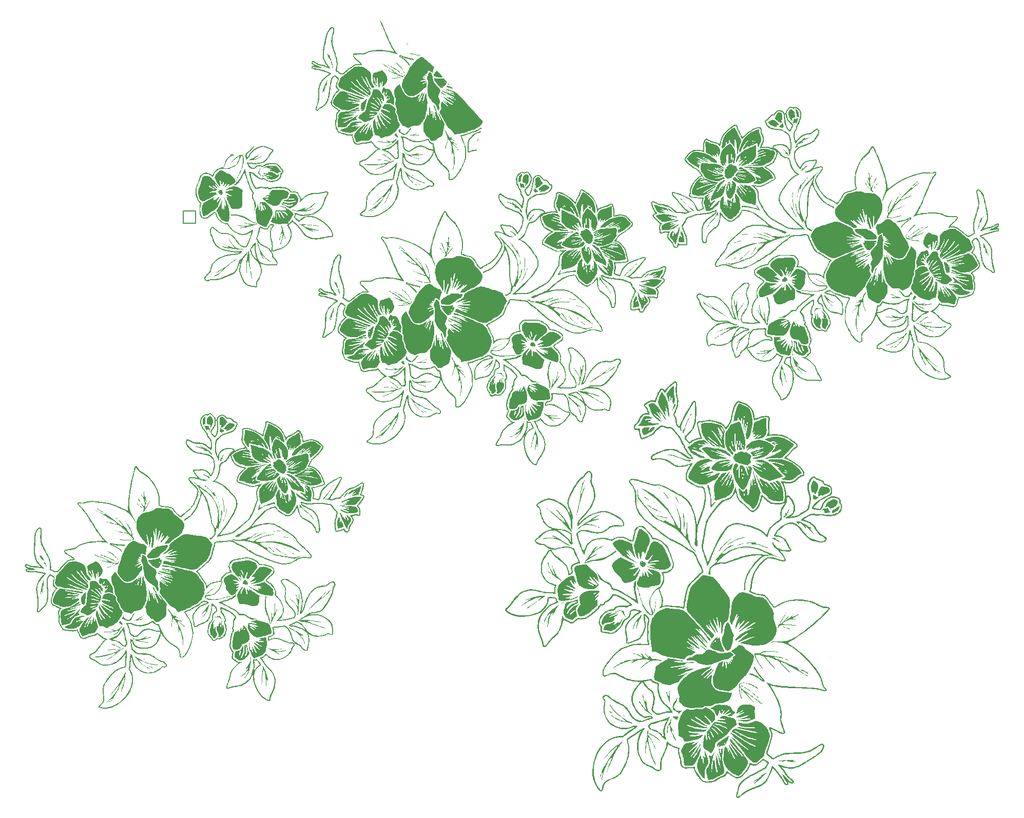
<source format=gbo>
%TF.GenerationSoftware,KiCad,Pcbnew,(6.0.10)*%
%TF.CreationDate,2023-01-30T20:00:38-06:00*%
%TF.ProjectId,mypaintbrush_normal,6d797061-696e-4746-9272-7573685f6e6f,rev?*%
%TF.SameCoordinates,Original*%
%TF.FileFunction,Legend,Bot*%
%TF.FilePolarity,Positive*%
%FSLAX46Y46*%
G04 Gerber Fmt 4.6, Leading zero omitted, Abs format (unit mm)*
G04 Created by KiCad (PCBNEW (6.0.10)) date 2023-01-30 20:00:38*
%MOMM*%
%LPD*%
G01*
G04 APERTURE LIST*
%ADD10C,0.150000*%
G04 APERTURE END LIST*
D10*
%TO.C,Bat+1*%
X93021737Y-28129424D02*
X93021737Y-26129424D01*
X93021737Y-26129424D02*
X95021737Y-26129424D01*
X95021737Y-28129424D02*
X93021737Y-28129424D01*
X95021737Y-26129424D02*
X95021737Y-28129424D01*
%TO.C,BatGND1*%
X77781737Y-28129424D02*
X77781737Y-26129424D01*
X79781737Y-28129424D02*
X77781737Y-28129424D01*
X77781737Y-26129424D02*
X79781737Y-26129424D01*
X79781737Y-26129424D02*
X79781737Y-28129424D01*
%TO.C,G\u002A\u002A\u002A*%
G36*
X169848834Y-31002195D02*
G01*
X169825786Y-31021051D01*
X169750350Y-31056708D01*
X169637533Y-31102242D01*
X169607670Y-31113460D01*
X169460351Y-31165690D01*
X169292777Y-31221346D01*
X169118658Y-31276344D01*
X168951705Y-31326601D01*
X168805631Y-31368034D01*
X168694145Y-31396561D01*
X168630960Y-31408098D01*
X168622150Y-31406922D01*
X168645921Y-31387876D01*
X168721494Y-31349483D01*
X168834335Y-31298929D01*
X168876633Y-31281070D01*
X169005722Y-31231585D01*
X169161428Y-31178282D01*
X169329315Y-31125303D01*
X169494950Y-31076788D01*
X169643897Y-31036877D01*
X169761722Y-31009712D01*
X169833990Y-30999432D01*
X169848834Y-31002195D01*
G37*
G36*
X170970433Y-29917257D02*
G01*
X171032935Y-29923015D01*
X171041047Y-29927942D01*
X171007620Y-29937897D01*
X170916055Y-29951958D01*
X170779426Y-29968424D01*
X170610808Y-29985593D01*
X170567699Y-29989568D01*
X170381494Y-30008190D01*
X170212567Y-30028345D01*
X170078154Y-30047756D01*
X169995490Y-30064148D01*
X169989434Y-30065941D01*
X169901869Y-30080611D01*
X169850463Y-30066044D01*
X169847329Y-30031930D01*
X169896920Y-29991914D01*
X169951890Y-29978392D01*
X170058417Y-29964450D01*
X170202040Y-29950896D01*
X170368297Y-29938540D01*
X170542727Y-29928189D01*
X170710867Y-29920652D01*
X170858257Y-29916739D01*
X170970433Y-29917257D01*
G37*
G36*
X201343071Y-44467380D02*
G01*
X201462498Y-44471411D01*
X201519400Y-44477313D01*
X201518234Y-44485564D01*
X201463459Y-44496637D01*
X201460315Y-44497130D01*
X201339320Y-44510522D01*
X201177096Y-44521311D01*
X201003862Y-44527614D01*
X200960175Y-44528291D01*
X200727918Y-44538051D01*
X200488025Y-44561032D01*
X200251836Y-44594791D01*
X200030692Y-44636881D01*
X199835934Y-44684858D01*
X199678902Y-44736278D01*
X199570937Y-44788696D01*
X199523906Y-44837914D01*
X199550465Y-44863809D01*
X199634773Y-44898710D01*
X199764466Y-44937878D01*
X199824912Y-44953343D01*
X200560802Y-45101121D01*
X201330588Y-45194436D01*
X202120597Y-45232136D01*
X202911329Y-45213417D01*
X203124975Y-45201640D01*
X203313315Y-45193084D01*
X203465069Y-45188112D01*
X203568961Y-45187086D01*
X203613713Y-45190368D01*
X203614386Y-45190813D01*
X203596962Y-45214260D01*
X203531286Y-45250704D01*
X203502432Y-45263426D01*
X203409990Y-45291274D01*
X203269594Y-45321015D01*
X203104443Y-45348070D01*
X203013676Y-45359888D01*
X202766930Y-45376877D01*
X202455775Y-45378088D01*
X202085426Y-45363788D01*
X201661099Y-45334247D01*
X201188009Y-45289731D01*
X200799415Y-45246092D01*
X200551314Y-45216449D01*
X200366384Y-45195109D01*
X200236810Y-45182265D01*
X200154776Y-45178113D01*
X200112467Y-45182846D01*
X200102068Y-45196658D01*
X200115762Y-45219744D01*
X200145734Y-45252298D01*
X200155015Y-45262110D01*
X200255805Y-45343250D01*
X200416284Y-45439111D01*
X200627325Y-45545190D01*
X200879802Y-45656988D01*
X201164590Y-45770002D01*
X201245969Y-45800188D01*
X201439452Y-45871124D01*
X201575166Y-45921877D01*
X201662498Y-45956657D01*
X201710835Y-45979675D01*
X201729563Y-45995141D01*
X201728069Y-46007265D01*
X201722245Y-46013819D01*
X201681756Y-46013865D01*
X201589863Y-45998215D01*
X201464074Y-45970034D01*
X201422058Y-45959536D01*
X201242040Y-45902021D01*
X201020401Y-45813731D01*
X200775010Y-45703465D01*
X200523733Y-45580019D01*
X200284438Y-45452191D01*
X200074995Y-45328779D01*
X199913270Y-45218581D01*
X199906307Y-45213227D01*
X199770509Y-45118208D01*
X199611233Y-45028054D01*
X199413233Y-44934935D01*
X199165027Y-44832504D01*
X198937128Y-44739133D01*
X198776926Y-44665451D01*
X198683561Y-44611025D01*
X198655955Y-44577634D01*
X198675420Y-44541282D01*
X198718473Y-44550163D01*
X198792665Y-44576626D01*
X198897853Y-44608740D01*
X198923888Y-44616043D01*
X199026499Y-44656004D01*
X199102431Y-44706039D01*
X199113466Y-44718303D01*
X199153339Y-44757151D01*
X199208362Y-44775079D01*
X199290523Y-44771061D01*
X199411811Y-44744066D01*
X199584215Y-44693069D01*
X199649546Y-44672343D01*
X200081526Y-44558827D01*
X200534401Y-44490413D01*
X201025243Y-44464750D01*
X201156659Y-44464746D01*
X201343071Y-44467380D01*
G37*
G36*
X176587016Y-37633950D02*
G01*
X176578318Y-37525335D01*
X176579935Y-37501636D01*
X176615467Y-37501636D01*
X176649767Y-37547103D01*
X176709687Y-37551759D01*
X176751570Y-37505302D01*
X176756940Y-37473546D01*
X176727195Y-37431813D01*
X176685491Y-37422068D01*
X176628020Y-37447491D01*
X176615467Y-37501636D01*
X176579935Y-37501636D01*
X176587604Y-37389273D01*
X176619297Y-37311508D01*
X176679147Y-37280856D01*
X176704912Y-37279171D01*
X176765062Y-37265343D01*
X176792730Y-37210432D01*
X176799332Y-37163067D01*
X176816699Y-37081178D01*
X176863242Y-37045920D01*
X176925561Y-37035848D01*
X177075244Y-37050350D01*
X177214854Y-37113478D01*
X177320251Y-37212149D01*
X177350786Y-37266317D01*
X177385074Y-37380103D01*
X177399205Y-37494619D01*
X177391250Y-37583534D01*
X177376162Y-37612598D01*
X177325044Y-37631395D01*
X177268989Y-37636414D01*
X177202761Y-37655250D01*
X177185632Y-37687593D01*
X177163511Y-37733986D01*
X177091592Y-37765159D01*
X176961538Y-37783760D01*
X176864951Y-37789479D01*
X176720405Y-37779960D01*
X176709687Y-37774099D01*
X176630915Y-37731024D01*
X176587016Y-37633950D01*
G37*
G36*
X200707873Y-28632482D02*
G01*
X200656969Y-28675897D01*
X200655788Y-28676635D01*
X200584360Y-28721500D01*
X200473565Y-28791528D01*
X200344301Y-28873504D01*
X200309722Y-28895477D01*
X200121582Y-29012679D01*
X199981791Y-29093515D01*
X199880475Y-29143037D01*
X199807765Y-29166296D01*
X199773777Y-29169748D01*
X199702897Y-29197578D01*
X199669708Y-29232901D01*
X199629393Y-29273020D01*
X199540685Y-29347044D01*
X199413311Y-29447322D01*
X199257002Y-29566203D01*
X199081484Y-29696038D01*
X199071623Y-29703230D01*
X198899795Y-29829455D01*
X198750580Y-29940958D01*
X198632573Y-30031159D01*
X198554365Y-30093481D01*
X198524550Y-30121344D01*
X198524605Y-30122035D01*
X198570140Y-30123052D01*
X198671809Y-30099861D01*
X198819758Y-30055649D01*
X199004134Y-29993605D01*
X199215082Y-29916915D01*
X199442750Y-29828768D01*
X199490800Y-29809488D01*
X199671042Y-29737876D01*
X199826844Y-29678168D01*
X199946789Y-29634562D01*
X200019460Y-29611260D01*
X200035917Y-29608969D01*
X200016008Y-29633047D01*
X199938896Y-29678918D01*
X199813984Y-29742517D01*
X199650673Y-29819778D01*
X199458366Y-29906637D01*
X199246466Y-29999029D01*
X199024375Y-30092888D01*
X198801495Y-30184149D01*
X198587229Y-30268747D01*
X198390979Y-30342617D01*
X198222148Y-30401694D01*
X198147218Y-30425550D01*
X198019069Y-30467152D01*
X197922360Y-30503763D01*
X197873335Y-30529054D01*
X197870354Y-30533433D01*
X197902521Y-30561913D01*
X197988317Y-30595678D01*
X198110676Y-30629661D01*
X198252533Y-30658798D01*
X198334166Y-30671114D01*
X198530920Y-30696526D01*
X198276410Y-30701210D01*
X198106186Y-30695074D01*
X197949591Y-30673334D01*
X197870020Y-30652307D01*
X197755880Y-30618758D01*
X197655376Y-30600091D01*
X197632199Y-30598721D01*
X197554352Y-30622120D01*
X197519895Y-30676898D01*
X197539191Y-30739926D01*
X197560219Y-30759405D01*
X197646672Y-30799019D01*
X197791238Y-30838844D01*
X197980628Y-30876547D01*
X198201553Y-30909792D01*
X198440723Y-30936247D01*
X198657471Y-30952150D01*
X198859025Y-30966304D01*
X199017653Y-30983883D01*
X199123253Y-31003525D01*
X199163250Y-31020277D01*
X199156053Y-31042526D01*
X199090032Y-31056823D01*
X198977351Y-31063307D01*
X198830175Y-31062115D01*
X198660670Y-31053386D01*
X198480999Y-31037257D01*
X198303327Y-31013866D01*
X198280850Y-31010272D01*
X198086597Y-30974638D01*
X197875117Y-30929441D01*
X197662688Y-30878833D01*
X197465587Y-30826965D01*
X197300091Y-30777986D01*
X197182477Y-30736048D01*
X197153893Y-30722908D01*
X197050776Y-30630965D01*
X196993622Y-30489577D01*
X196985200Y-30306213D01*
X196988253Y-30276032D01*
X197008507Y-30168057D01*
X197041593Y-30052748D01*
X197081326Y-29944783D01*
X197121516Y-29858837D01*
X197155977Y-29809589D01*
X197178522Y-29811716D01*
X197180919Y-29819022D01*
X197174180Y-29885096D01*
X197140339Y-29982981D01*
X197118337Y-30030017D01*
X197070493Y-30149913D01*
X197043458Y-30268306D01*
X197041216Y-30301462D01*
X197061962Y-30420950D01*
X197114626Y-30532607D01*
X197184845Y-30608903D01*
X197207960Y-30621081D01*
X197263644Y-30618966D01*
X197368061Y-30596810D01*
X197503187Y-30560031D01*
X197650997Y-30514051D01*
X197793467Y-30464289D01*
X197912571Y-30416163D01*
X197952064Y-30397348D01*
X198012865Y-30359560D01*
X198120963Y-30285542D01*
X198266690Y-30182195D01*
X198440382Y-30056419D01*
X198632373Y-29915115D01*
X198745266Y-29831036D01*
X199003614Y-29641558D01*
X199267179Y-29455133D01*
X199528819Y-29276232D01*
X199781389Y-29109327D01*
X200017748Y-28958890D01*
X200230751Y-28829392D01*
X200413254Y-28725304D01*
X200558114Y-28651098D01*
X200658189Y-28611246D01*
X200700779Y-28606958D01*
X200707873Y-28632482D01*
G37*
G36*
X198130523Y-44324353D02*
G01*
X198013613Y-44214224D01*
X197946742Y-44070307D01*
X197926128Y-43985605D01*
X197914200Y-43894557D01*
X198080756Y-43894557D01*
X198175628Y-44018940D01*
X198286823Y-44132538D01*
X198397799Y-44186507D01*
X198477334Y-44183896D01*
X198627058Y-44116361D01*
X198730687Y-44011664D01*
X198770674Y-43942921D01*
X198942138Y-43679777D01*
X199178514Y-43440414D01*
X199316202Y-43333581D01*
X199491146Y-43216528D01*
X199666100Y-43113122D01*
X199826512Y-43030875D01*
X199957828Y-42977299D01*
X200040273Y-42959792D01*
X200104661Y-42937554D01*
X200119737Y-42885805D01*
X200086783Y-42825484D01*
X200029661Y-42786452D01*
X199936728Y-42760577D01*
X199814586Y-42746103D01*
X199774462Y-42744994D01*
X199695924Y-42740285D01*
X199620662Y-42721532D01*
X199533641Y-42681798D01*
X199419825Y-42614145D01*
X199264178Y-42511635D01*
X199254303Y-42504981D01*
X199010574Y-42335341D01*
X198819564Y-42189093D01*
X198670587Y-42056688D01*
X198552959Y-41928579D01*
X198455994Y-41795218D01*
X198450554Y-41786768D01*
X198380942Y-41689331D01*
X198325245Y-41632603D01*
X198296285Y-41625677D01*
X198281781Y-41671513D01*
X198264905Y-41773872D01*
X198247681Y-41917962D01*
X198232129Y-42088992D01*
X198231070Y-42102712D01*
X198214712Y-42284096D01*
X198195295Y-42448359D01*
X198175250Y-42577432D01*
X198157018Y-42653217D01*
X198134965Y-42766405D01*
X198149973Y-42911140D01*
X198154241Y-42931839D01*
X198189545Y-43265044D01*
X198154662Y-43601581D01*
X198136147Y-43680793D01*
X198080756Y-43894557D01*
X197914200Y-43894557D01*
X197913364Y-43888177D01*
X197908602Y-43767830D01*
X197911993Y-43614370D01*
X197923688Y-43417603D01*
X197943837Y-43167335D01*
X197963306Y-42952135D01*
X197995012Y-42521473D01*
X198005764Y-42115304D01*
X197998602Y-41735781D01*
X197991145Y-41511184D01*
X197988300Y-41348768D01*
X197990481Y-41239387D01*
X197998097Y-41173898D01*
X198011559Y-41143155D01*
X198025499Y-41137399D01*
X198065311Y-41162354D01*
X198144026Y-41231380D01*
X198252446Y-41335717D01*
X198381372Y-41466604D01*
X198477574Y-41567919D01*
X198739589Y-41836037D01*
X198974457Y-42049828D01*
X199191247Y-42216555D01*
X199399028Y-42343482D01*
X199518127Y-42401346D01*
X199685375Y-42463713D01*
X199895124Y-42525236D01*
X200118723Y-42578578D01*
X200327518Y-42616401D01*
X200388586Y-42624259D01*
X200569587Y-42646838D01*
X200687090Y-42667637D01*
X200748958Y-42688383D01*
X200763691Y-42706648D01*
X200737660Y-42744210D01*
X200671643Y-42805454D01*
X200629779Y-42838996D01*
X200392888Y-42994493D01*
X200144278Y-43112457D01*
X200004183Y-43158276D01*
X199814255Y-43223650D01*
X199631467Y-43320854D01*
X199446397Y-43457128D01*
X199249620Y-43639710D01*
X199031716Y-43875842D01*
X198956615Y-43963154D01*
X198792793Y-44144750D01*
X198653647Y-44270446D01*
X198528880Y-44346644D01*
X198408193Y-44379745D01*
X198397799Y-44379540D01*
X198290226Y-44377416D01*
X198130523Y-44324353D01*
G37*
G36*
X200001350Y-35254360D02*
G01*
X200220909Y-35300497D01*
X200378701Y-35384389D01*
X200424931Y-35436085D01*
X200487989Y-35525796D01*
X200558332Y-35637192D01*
X200626420Y-35753942D01*
X200682711Y-35859714D01*
X200717662Y-35938178D01*
X200722364Y-35972589D01*
X200683458Y-35986187D01*
X200598484Y-36009465D01*
X200544407Y-36023058D01*
X200368023Y-36074662D01*
X200180231Y-36144009D01*
X199991067Y-36225607D01*
X199810568Y-36313969D01*
X199648770Y-36403603D01*
X199515708Y-36489022D01*
X199421419Y-36564735D01*
X199375939Y-36625254D01*
X199381523Y-36659122D01*
X199417678Y-36651728D01*
X199505636Y-36621815D01*
X199631283Y-36574436D01*
X199748538Y-36527724D01*
X200028622Y-36418524D01*
X200282521Y-36328906D01*
X200500545Y-36261869D01*
X200673002Y-36220412D01*
X200783397Y-36207441D01*
X200867923Y-36215043D01*
X200901978Y-36246400D01*
X200906588Y-36285901D01*
X200885451Y-36380324D01*
X200819893Y-36490154D01*
X200706694Y-36618350D01*
X200542633Y-36767870D01*
X200324490Y-36941672D01*
X200049046Y-37142716D01*
X199747812Y-37350527D01*
X199517681Y-37509178D01*
X199344816Y-37635854D01*
X199224689Y-37734446D01*
X199152771Y-37808843D01*
X199124535Y-37862935D01*
X199125776Y-37884837D01*
X199160695Y-37887329D01*
X199244487Y-37853403D01*
X199368311Y-37788756D01*
X199523324Y-37699084D01*
X199700684Y-37590085D01*
X199891549Y-37467455D01*
X200087077Y-37336893D01*
X200278424Y-37204095D01*
X200456750Y-37074758D01*
X200613210Y-36954579D01*
X200738964Y-36849255D01*
X200753607Y-36836028D01*
X200853932Y-36748543D01*
X200927893Y-36692242D01*
X200965609Y-36674177D01*
X200967136Y-36683604D01*
X200895520Y-36820323D01*
X200774451Y-36991064D01*
X200611840Y-37187256D01*
X200415597Y-37400330D01*
X200193636Y-37621713D01*
X199953867Y-37842836D01*
X199704202Y-38055126D01*
X199691927Y-38065091D01*
X199517348Y-38208348D01*
X199393858Y-38314712D01*
X199315437Y-38390226D01*
X199276062Y-38440933D01*
X199269712Y-38472876D01*
X199275890Y-38482603D01*
X199309508Y-38491108D01*
X199370543Y-38469977D01*
X199465422Y-38415394D01*
X199600576Y-38323546D01*
X199782431Y-38190618D01*
X199837345Y-38149468D01*
X200239441Y-37826749D01*
X200574932Y-37513053D01*
X200847532Y-37204745D01*
X200964504Y-37047020D01*
X201054721Y-36920999D01*
X201132041Y-36820546D01*
X201186549Y-36758118D01*
X201205988Y-36743707D01*
X201230101Y-36772194D01*
X201220270Y-36853632D01*
X201180390Y-36980366D01*
X201114359Y-37144743D01*
X201026073Y-37339107D01*
X200919427Y-37555805D01*
X200798318Y-37787181D01*
X200666644Y-38025582D01*
X200528299Y-38263353D01*
X200387181Y-38492840D01*
X200247185Y-38706389D01*
X200112208Y-38896344D01*
X200106004Y-38904628D01*
X199981592Y-39074107D01*
X199900411Y-39194443D01*
X199859433Y-39270944D01*
X199855631Y-39308919D01*
X199871674Y-39315458D01*
X199970138Y-39283265D01*
X200063152Y-39197545D01*
X200106090Y-39130457D01*
X200156985Y-39053336D01*
X200242455Y-38944798D01*
X200346898Y-38824289D01*
X200384745Y-38783204D01*
X200503700Y-38650612D01*
X200620270Y-38511190D01*
X200712986Y-38390822D01*
X200728535Y-38368763D01*
X200831917Y-38205057D01*
X200941859Y-38008653D01*
X201050340Y-37796339D01*
X201149338Y-37584907D01*
X201230830Y-37391144D01*
X201286792Y-37231842D01*
X201303826Y-37164784D01*
X201346857Y-36946057D01*
X201430380Y-37043157D01*
X201480706Y-37117916D01*
X201506283Y-37205513D01*
X201507401Y-37319943D01*
X201484348Y-37475202D01*
X201443135Y-37661567D01*
X201293631Y-38184893D01*
X201107020Y-38667654D01*
X200888218Y-39097144D01*
X200886927Y-39099347D01*
X200806776Y-39249841D01*
X200767800Y-39356041D01*
X200771302Y-39413455D01*
X200793188Y-39422631D01*
X200847460Y-39391965D01*
X200924341Y-39307428D01*
X201016915Y-39180212D01*
X201118269Y-39021511D01*
X201221485Y-38842517D01*
X201319650Y-38654421D01*
X201405848Y-38468418D01*
X201450165Y-38359276D01*
X201511147Y-38209358D01*
X201554564Y-38127320D01*
X201581100Y-38111965D01*
X201586026Y-38120619D01*
X201596015Y-38221519D01*
X201578189Y-38383741D01*
X201533310Y-38603124D01*
X201462144Y-38875505D01*
X201422108Y-39013050D01*
X201373986Y-39181018D01*
X201337107Y-39323663D01*
X201314661Y-39427514D01*
X201309837Y-39479099D01*
X201311093Y-39481800D01*
X201355620Y-39484801D01*
X201414459Y-39430429D01*
X201481720Y-39329846D01*
X201551510Y-39194212D01*
X201617939Y-39034688D01*
X201675114Y-38862435D01*
X201709255Y-38727552D01*
X201737652Y-38573932D01*
X201766493Y-38382593D01*
X201790883Y-38187066D01*
X201797621Y-38122217D01*
X201819826Y-37930176D01*
X201844295Y-37802873D01*
X201873783Y-37733600D01*
X201911046Y-37715650D01*
X201955027Y-37739081D01*
X202039281Y-37848188D01*
X202106001Y-38013735D01*
X202152237Y-38222218D01*
X202175039Y-38460133D01*
X202171458Y-38713975D01*
X202170596Y-38726006D01*
X202138986Y-39081062D01*
X202099579Y-39408841D01*
X202053893Y-39701328D01*
X202003449Y-39950507D01*
X201949769Y-40148363D01*
X201894373Y-40286880D01*
X201865922Y-40332128D01*
X201785245Y-40401136D01*
X201675139Y-40422972D01*
X201663137Y-40423111D01*
X201433215Y-40452512D01*
X201232427Y-40543605D01*
X201094239Y-40654379D01*
X200967933Y-40771347D01*
X200872539Y-40841446D01*
X200789199Y-40869068D01*
X200699053Y-40858604D01*
X200583241Y-40814445D01*
X200523303Y-40787318D01*
X200349579Y-40720622D01*
X200151943Y-40664177D01*
X200013480Y-40636551D01*
X199804588Y-40601781D01*
X199646817Y-40563742D01*
X199519951Y-40515200D01*
X199403774Y-40448920D01*
X199316856Y-40387249D01*
X199208854Y-40309029D01*
X199113231Y-40244549D01*
X199063072Y-40214580D01*
X198952052Y-40142731D01*
X198808271Y-40028437D01*
X198644675Y-39884172D01*
X198474206Y-39722411D01*
X198309807Y-39555629D01*
X198164422Y-39396299D01*
X198050995Y-39256897D01*
X198012695Y-39202255D01*
X197934413Y-39066853D01*
X197867381Y-38924764D01*
X197834002Y-38832132D01*
X197811391Y-38722698D01*
X197812890Y-38620608D01*
X197842899Y-38509431D01*
X197905818Y-38372735D01*
X198003783Y-38197946D01*
X198077367Y-38056979D01*
X198123821Y-37921187D01*
X198153449Y-37757557D01*
X198161032Y-37694178D01*
X198188772Y-37484964D01*
X198224422Y-37321138D01*
X198276148Y-37176642D01*
X198352116Y-37025417D01*
X198392918Y-36954133D01*
X198466048Y-36804108D01*
X198505147Y-36651201D01*
X198512474Y-36475884D01*
X198490288Y-36258630D01*
X198480558Y-36196466D01*
X198452316Y-36024731D01*
X198740142Y-35759884D01*
X198967991Y-35563898D01*
X199171066Y-35421609D01*
X199362572Y-35326199D01*
X199555716Y-35270848D01*
X199726780Y-35250442D01*
X200001350Y-35254360D01*
G37*
G36*
X166530850Y-21730702D02*
G01*
X166342758Y-21922419D01*
X166172232Y-22100031D01*
X166025560Y-22256684D01*
X165909027Y-22385526D01*
X165828921Y-22479704D01*
X165791529Y-22532365D01*
X165789570Y-22538729D01*
X165802858Y-22579217D01*
X165852088Y-22564752D01*
X165918904Y-22513903D01*
X166011007Y-22427038D01*
X166109308Y-22324143D01*
X166194720Y-22225200D01*
X166248157Y-22150194D01*
X166248310Y-22149916D01*
X166277199Y-22103526D01*
X166287156Y-22120516D01*
X166288624Y-22168026D01*
X166263946Y-22246118D01*
X166190208Y-22369847D01*
X166069822Y-22535295D01*
X166035775Y-22578856D01*
X165859940Y-22802715D01*
X165725246Y-22977813D01*
X165627295Y-23110447D01*
X165561692Y-23206916D01*
X165524039Y-23273515D01*
X165509941Y-23316543D01*
X165510396Y-23331399D01*
X165526524Y-23364104D01*
X165565565Y-23352085D01*
X165602017Y-23327770D01*
X165662187Y-23263189D01*
X165682397Y-23205581D01*
X165706209Y-23140624D01*
X165732391Y-23120795D01*
X165770096Y-23088508D01*
X165845398Y-23009993D01*
X165950335Y-22894060D01*
X166076944Y-22749520D01*
X166217262Y-22585183D01*
X166228224Y-22572177D01*
X166452110Y-22307655D01*
X166632205Y-22097810D01*
X166768323Y-21942851D01*
X166860279Y-21842985D01*
X166907887Y-21798417D01*
X166910962Y-21809356D01*
X166910368Y-21810535D01*
X166881398Y-21860274D01*
X166822457Y-21956533D01*
X166742020Y-22085614D01*
X166648565Y-22233815D01*
X166645133Y-22239227D01*
X166505473Y-22462731D01*
X166400669Y-22637753D01*
X166332271Y-22761530D01*
X166301829Y-22831299D01*
X166304361Y-22846541D01*
X166336493Y-22819355D01*
X166403284Y-22744228D01*
X166497100Y-22630803D01*
X166610307Y-22488723D01*
X166735268Y-22327633D01*
X166864349Y-22157175D01*
X166989916Y-21986994D01*
X167041834Y-21915037D01*
X167163815Y-21748835D01*
X167249923Y-21643035D01*
X167301521Y-21598555D01*
X167319976Y-21616313D01*
X167306651Y-21697226D01*
X167262912Y-21842214D01*
X167200883Y-22022026D01*
X167144652Y-22195834D01*
X167096352Y-22373466D01*
X167063562Y-22525921D01*
X167056205Y-22575753D01*
X167026979Y-22707369D01*
X166969649Y-22875708D01*
X166892654Y-23062616D01*
X166804430Y-23249937D01*
X166713415Y-23419519D01*
X166628046Y-23553206D01*
X166570212Y-23621440D01*
X166511436Y-23659703D01*
X166398461Y-23719135D01*
X166243263Y-23793966D01*
X166057819Y-23878422D01*
X165854104Y-23966733D01*
X165851017Y-23968038D01*
X165645666Y-24056325D01*
X165456836Y-24140343D01*
X165296908Y-24214361D01*
X165178264Y-24272649D01*
X165113282Y-24309477D01*
X165113215Y-24309524D01*
X165001618Y-24367696D01*
X164906842Y-24378148D01*
X164844348Y-24340135D01*
X164835552Y-24322898D01*
X164829077Y-24260940D01*
X164832255Y-24149482D01*
X164844281Y-24009704D01*
X164848982Y-23969521D01*
X164864960Y-23854043D01*
X164884805Y-23758116D01*
X164914778Y-23666842D01*
X164961142Y-23565323D01*
X165030161Y-23438662D01*
X165128095Y-23271961D01*
X165175434Y-23192954D01*
X165297413Y-22983972D01*
X165425533Y-22754545D01*
X165545944Y-22530064D01*
X165644796Y-22335922D01*
X165659829Y-22304910D01*
X165793382Y-22052155D01*
X165939267Y-21820617D01*
X166089663Y-21620053D01*
X166236749Y-21460224D01*
X166372704Y-21350888D01*
X166457581Y-21309457D01*
X166572868Y-21258848D01*
X166673996Y-21192927D01*
X166682678Y-21185415D01*
X166791221Y-21100702D01*
X166904078Y-21048118D01*
X167051299Y-21014711D01*
X167093508Y-21008332D01*
X167272130Y-20982931D01*
X166530850Y-21730702D01*
G37*
G36*
X185551120Y-27869686D02*
G01*
X185652109Y-27879242D01*
X185757364Y-27900738D01*
X185883329Y-27938183D01*
X186046449Y-27995585D01*
X186206026Y-28055265D01*
X186422717Y-28141740D01*
X186666903Y-28246595D01*
X186926299Y-28363851D01*
X187188618Y-28487525D01*
X187441576Y-28611638D01*
X187672887Y-28730207D01*
X187870267Y-28837251D01*
X188021429Y-28926790D01*
X188086271Y-28970681D01*
X188188834Y-29055500D01*
X188249102Y-29137602D01*
X188287846Y-29247850D01*
X188296536Y-29283141D01*
X188347782Y-29464420D01*
X188413655Y-29614388D01*
X188503886Y-29743453D01*
X188628203Y-29862020D01*
X188796334Y-29980498D01*
X189018008Y-30109294D01*
X189119982Y-30163991D01*
X189320897Y-30274275D01*
X189477293Y-30368780D01*
X189584655Y-30444178D01*
X189638466Y-30497137D01*
X189634212Y-30524329D01*
X189612632Y-30527272D01*
X189551839Y-30515199D01*
X189437095Y-30481905D01*
X189281148Y-30431782D01*
X189096747Y-30369220D01*
X188896642Y-30298609D01*
X188693581Y-30224340D01*
X188500314Y-30150804D01*
X188375616Y-30101276D01*
X188193210Y-30030458D01*
X188066554Y-29990134D01*
X187987443Y-29978949D01*
X187947671Y-29995547D01*
X187938656Y-30029080D01*
X187969109Y-30055495D01*
X188053077Y-30106265D01*
X188179468Y-30175228D01*
X188337194Y-30256223D01*
X188429865Y-30302001D01*
X188628983Y-30401880D01*
X188767027Y-30477486D01*
X188842438Y-30527882D01*
X188853660Y-30552132D01*
X188848417Y-30553704D01*
X188790516Y-30550607D01*
X188675997Y-30534312D01*
X188518004Y-30507050D01*
X188329683Y-30471053D01*
X188175350Y-30439434D01*
X187865931Y-30377948D01*
X187619491Y-30337549D01*
X187430893Y-30317754D01*
X187295000Y-30318079D01*
X187206677Y-30338042D01*
X187190308Y-30346743D01*
X187171955Y-30357933D01*
X187161876Y-30367484D01*
X187167451Y-30377387D01*
X187196063Y-30389628D01*
X187255093Y-30406199D01*
X187351922Y-30429086D01*
X187493932Y-30460279D01*
X187688503Y-30501767D01*
X187943018Y-30555539D01*
X188045829Y-30577250D01*
X188281684Y-30626873D01*
X188461281Y-30665772D01*
X188582867Y-30695924D01*
X188644687Y-30719307D01*
X188644987Y-30737898D01*
X188582013Y-30753674D01*
X188454009Y-30768612D01*
X188259223Y-30784691D01*
X187995899Y-30803887D01*
X187834428Y-30815530D01*
X187638041Y-30831169D01*
X187462548Y-30847713D01*
X187322359Y-30863609D01*
X187231884Y-30877305D01*
X187209839Y-30882825D01*
X187159283Y-30904815D01*
X187173002Y-30920973D01*
X187217923Y-30936120D01*
X187274200Y-30942506D01*
X187391832Y-30947461D01*
X187560737Y-30950853D01*
X187770834Y-30952553D01*
X188012040Y-30952428D01*
X188274275Y-30950348D01*
X188294747Y-30950106D01*
X188554815Y-30947975D01*
X188791584Y-30947959D01*
X188995640Y-30949905D01*
X189157565Y-30953659D01*
X189267944Y-30959067D01*
X189317361Y-30965975D01*
X189318689Y-30966838D01*
X189322235Y-30998094D01*
X189271469Y-31033252D01*
X189163738Y-31073006D01*
X188996385Y-31118045D01*
X188766757Y-31169064D01*
X188472197Y-31226754D01*
X188110050Y-31291808D01*
X187998303Y-31311073D01*
X187721441Y-31360112D01*
X187515001Y-31400586D01*
X187378509Y-31432767D01*
X187311487Y-31456932D01*
X187313461Y-31473356D01*
X187383953Y-31482314D01*
X187522488Y-31484081D01*
X187706448Y-31479699D01*
X188008779Y-31461485D01*
X188300157Y-31425407D01*
X188615628Y-31366905D01*
X188681184Y-31352878D01*
X188870882Y-31313184D01*
X189042778Y-31280180D01*
X189181407Y-31256623D01*
X189271305Y-31245266D01*
X189288498Y-31244686D01*
X189325742Y-31255571D01*
X189302587Y-31281993D01*
X189227641Y-31320970D01*
X189109512Y-31369521D01*
X188956807Y-31424663D01*
X188778135Y-31483414D01*
X188582104Y-31542793D01*
X188377320Y-31599816D01*
X188172393Y-31651503D01*
X188008060Y-31688276D01*
X187869550Y-31718057D01*
X187751812Y-31744960D01*
X187678201Y-31763626D01*
X187673835Y-31764936D01*
X187626179Y-31784687D01*
X187644609Y-31807554D01*
X187669220Y-31821793D01*
X187739869Y-31836708D01*
X187862436Y-31839010D01*
X188018734Y-31829894D01*
X188190579Y-31810550D01*
X188359785Y-31782172D01*
X188398881Y-31773952D01*
X188496350Y-31756486D01*
X188560433Y-31752471D01*
X188571632Y-31755654D01*
X188559947Y-31784074D01*
X188486282Y-31823151D01*
X188358735Y-31869632D01*
X188185408Y-31920260D01*
X188119707Y-31937281D01*
X187945265Y-31987454D01*
X187840204Y-32032492D01*
X187805025Y-32071997D01*
X187840229Y-32105574D01*
X187887228Y-32120739D01*
X187973126Y-32130107D01*
X188082452Y-32118002D01*
X188223241Y-32081985D01*
X188403528Y-32019615D01*
X188631349Y-31928454D01*
X188895152Y-31814714D01*
X189085836Y-31732293D01*
X189257665Y-31661216D01*
X189398463Y-31606268D01*
X189496060Y-31572232D01*
X189534764Y-31563278D01*
X189603184Y-31596200D01*
X189662766Y-31679382D01*
X189725558Y-31793915D01*
X189795315Y-31907513D01*
X189795980Y-31908516D01*
X189837264Y-31984591D01*
X189846569Y-32032874D01*
X189842539Y-32038108D01*
X189795338Y-32055931D01*
X189701120Y-32085623D01*
X189599837Y-32115163D01*
X189492009Y-32151297D01*
X189336624Y-32210867D01*
X189150804Y-32286957D01*
X188951672Y-32372649D01*
X188849626Y-32418219D01*
X188608809Y-32522614D01*
X188332012Y-32635295D01*
X188050901Y-32743766D01*
X187797138Y-32835531D01*
X187760034Y-32848220D01*
X187546457Y-32925585D01*
X187291063Y-33026117D01*
X187015779Y-33140704D01*
X186742532Y-33260237D01*
X186509683Y-33367749D01*
X186172508Y-33525189D01*
X185888416Y-33649830D01*
X185648577Y-33744533D01*
X185444157Y-33812158D01*
X185266326Y-33855564D01*
X185106252Y-33877611D01*
X184955104Y-33881159D01*
X184927711Y-33880031D01*
X184747032Y-33862058D01*
X184597973Y-33822610D01*
X184453520Y-33757806D01*
X184225408Y-33634070D01*
X183960962Y-33479635D01*
X183680818Y-33306925D01*
X183405608Y-33128364D01*
X183382791Y-33113105D01*
X183255641Y-33030350D01*
X183148841Y-32965453D01*
X183077312Y-32927249D01*
X183057944Y-32920802D01*
X182998782Y-32898300D01*
X182900641Y-32837711D01*
X182777037Y-32749417D01*
X182641491Y-32643796D01*
X182507519Y-32531227D01*
X182388640Y-32422091D01*
X182328370Y-32360623D01*
X182151159Y-32138696D01*
X181985881Y-31866432D01*
X181827552Y-31535152D01*
X181759965Y-31371387D01*
X181695867Y-31220646D01*
X181610127Y-31033903D01*
X181515277Y-30837901D01*
X181445964Y-30701414D01*
X181243463Y-30312643D01*
X181287665Y-30143094D01*
X181338909Y-30004530D01*
X181412796Y-29865852D01*
X181436693Y-29830648D01*
X181505885Y-29728970D01*
X181592250Y-29591807D01*
X181678723Y-29446384D01*
X181690617Y-29425596D01*
X181772218Y-29288241D01*
X181853274Y-29161932D01*
X181918579Y-29070169D01*
X181928551Y-29057865D01*
X182025631Y-28973730D01*
X182177028Y-28879605D01*
X182367485Y-28781756D01*
X182581744Y-28686447D01*
X182804547Y-28599942D01*
X183020637Y-28528506D01*
X183214755Y-28478404D01*
X183371644Y-28455900D01*
X183396229Y-28455261D01*
X183482659Y-28440737D01*
X183611135Y-28401898D01*
X183759532Y-28345845D01*
X183825639Y-28317467D01*
X184002395Y-28245034D01*
X184194856Y-28176404D01*
X184367438Y-28124059D01*
X184401947Y-28115306D01*
X184580005Y-28067995D01*
X184774471Y-28009479D01*
X184919950Y-27960584D01*
X185161128Y-27892937D01*
X185408091Y-27868511D01*
X185437953Y-27868064D01*
X185551120Y-27869686D01*
G37*
G36*
X170133293Y-33680184D02*
G01*
X170115796Y-33708800D01*
X170053529Y-33769117D01*
X169958652Y-33849662D01*
X169926264Y-33875567D01*
X169803523Y-33970048D01*
X169687788Y-34055036D01*
X169601857Y-34113846D01*
X169594211Y-34118608D01*
X169544512Y-34146113D01*
X169536945Y-34139515D01*
X169574422Y-34093134D01*
X169647798Y-34014025D01*
X169746838Y-33919401D01*
X169858463Y-33828139D01*
X169967886Y-33750408D01*
X170060317Y-33696378D01*
X170120967Y-33676219D01*
X170133293Y-33680184D01*
G37*
G36*
X165909270Y-26369109D02*
G01*
X165944255Y-26362775D01*
X165992039Y-26361824D01*
X165997365Y-26388359D01*
X165991831Y-26445300D01*
X165983052Y-26552644D01*
X165972717Y-26689512D01*
X165970322Y-26722631D01*
X165949830Y-27008426D01*
X165914356Y-26819935D01*
X165878881Y-26631444D01*
X165718121Y-26905478D01*
X165605710Y-27073296D01*
X165447279Y-27274864D01*
X165252121Y-27498705D01*
X165141624Y-27617550D01*
X164951217Y-27820808D01*
X164800150Y-27990128D01*
X164676541Y-28141388D01*
X164568509Y-28290462D01*
X164464171Y-28453226D01*
X164351648Y-28645557D01*
X164289571Y-28756033D01*
X164206751Y-28898957D01*
X164132246Y-29017189D01*
X164074850Y-29097395D01*
X164045548Y-29125913D01*
X164038287Y-29105364D01*
X164061731Y-29034993D01*
X164109933Y-28926307D01*
X164176946Y-28790816D01*
X164256822Y-28640026D01*
X164343614Y-28485448D01*
X164431374Y-28338589D01*
X164514156Y-28210958D01*
X164530596Y-28187329D01*
X164619643Y-28070484D01*
X164744397Y-27919203D01*
X164890629Y-27750154D01*
X165044112Y-27580004D01*
X165102304Y-27517541D01*
X165318477Y-27278046D01*
X165478695Y-27077859D01*
X165584806Y-26914293D01*
X165638655Y-26784659D01*
X165646673Y-26725117D01*
X165661375Y-26659455D01*
X165698528Y-26570741D01*
X165747703Y-26477323D01*
X165798473Y-26397549D01*
X165840408Y-26349769D01*
X165861158Y-26347750D01*
X165909270Y-26369109D01*
G37*
G36*
X169166958Y-40744431D02*
G01*
X169144735Y-40908029D01*
X169126090Y-41111600D01*
X169111183Y-41343596D01*
X169100177Y-41592469D01*
X169093234Y-41846672D01*
X169090516Y-42094657D01*
X169092184Y-42324876D01*
X169098401Y-42525782D01*
X169109328Y-42685826D01*
X169125128Y-42793460D01*
X169137716Y-42829258D01*
X169161864Y-42818655D01*
X169202931Y-42755948D01*
X169244028Y-42672131D01*
X169311690Y-42539377D01*
X169411483Y-42368955D01*
X169531310Y-42179312D01*
X169659073Y-41988891D01*
X169782674Y-41816138D01*
X169890016Y-41679499D01*
X169910881Y-41655402D01*
X169984301Y-41577285D01*
X170023328Y-41550488D01*
X170037248Y-41569788D01*
X170037917Y-41583953D01*
X170014652Y-41644774D01*
X169953490Y-41736005D01*
X169867586Y-41838068D01*
X169866097Y-41839666D01*
X169738907Y-42000131D01*
X169607494Y-42206849D01*
X169484297Y-42436593D01*
X169381755Y-42666135D01*
X169312306Y-42872250D01*
X169311544Y-42875186D01*
X169281295Y-43032198D01*
X169260720Y-43215409D01*
X169254830Y-43352089D01*
X169260423Y-43502937D01*
X169281887Y-43631367D01*
X169326255Y-43768417D01*
X169376995Y-43891395D01*
X169440717Y-44048978D01*
X169469270Y-44148441D01*
X169463046Y-44193634D01*
X169422438Y-44188406D01*
X169406400Y-44179327D01*
X169355363Y-44118140D01*
X169296910Y-44000053D01*
X169235930Y-43838546D01*
X169177314Y-43647101D01*
X169125951Y-43439197D01*
X169110086Y-43362448D01*
X169078942Y-43211766D01*
X169034412Y-43008246D01*
X168980246Y-42768417D01*
X168920193Y-42508803D01*
X168858004Y-42245932D01*
X168836263Y-42155542D01*
X168759831Y-41824771D01*
X168698114Y-41527587D01*
X168651895Y-41269698D01*
X168621954Y-41056813D01*
X168609075Y-40894640D01*
X168614038Y-40788888D01*
X168637625Y-40745264D01*
X168643037Y-40744431D01*
X168681365Y-40756901D01*
X168683241Y-40762277D01*
X168688998Y-40809179D01*
X168704390Y-40909617D01*
X168726603Y-41046773D01*
X168752821Y-41203827D01*
X168780227Y-41363960D01*
X168806006Y-41510354D01*
X168827342Y-41626190D01*
X168831272Y-41646471D01*
X168856611Y-41756177D01*
X168881073Y-41830707D01*
X168895965Y-41851885D01*
X168911009Y-41818860D01*
X168934454Y-41728715D01*
X168963204Y-41594851D01*
X168994166Y-41430666D01*
X168997060Y-41414262D01*
X169031851Y-41228056D01*
X169068609Y-41051530D01*
X169102772Y-40905512D01*
X169128040Y-40815880D01*
X169155603Y-40741644D01*
X169168592Y-40722356D01*
X169166958Y-40744431D01*
G37*
G36*
X198725599Y-21793171D02*
G01*
X198694964Y-21840441D01*
X198611561Y-21928397D01*
X198557713Y-21979610D01*
X198488091Y-22041969D01*
X198372042Y-22143176D01*
X198217849Y-22276125D01*
X198033798Y-22433712D01*
X197828170Y-22608830D01*
X197609250Y-22794375D01*
X197516519Y-22872702D01*
X197158109Y-23178026D01*
X196851143Y-23445665D01*
X196596539Y-23674754D01*
X196395212Y-23864426D01*
X196248077Y-24013817D01*
X196156050Y-24122059D01*
X196120046Y-24188286D01*
X196119528Y-24193955D01*
X196141779Y-24232363D01*
X196210329Y-24238434D01*
X196327870Y-24211265D01*
X196497094Y-24149955D01*
X196720694Y-24053603D01*
X197001363Y-23921306D01*
X197146602Y-23850003D01*
X197380254Y-23736124D01*
X197575021Y-23645233D01*
X197725156Y-23579809D01*
X197824908Y-23542331D01*
X197868528Y-23535280D01*
X197870020Y-23538028D01*
X197839033Y-23570582D01*
X197752988Y-23626736D01*
X197622258Y-23701393D01*
X197457219Y-23789456D01*
X197268244Y-23885828D01*
X197065707Y-23985412D01*
X196859983Y-24083110D01*
X196661446Y-24173827D01*
X196480469Y-24252464D01*
X196327427Y-24313925D01*
X196212694Y-24353112D01*
X196208839Y-24354203D01*
X196081080Y-24392004D01*
X195984343Y-24429573D01*
X195900557Y-24478438D01*
X195811648Y-24550128D01*
X195699544Y-24656172D01*
X195633859Y-24721004D01*
X195484465Y-24877417D01*
X195325172Y-25057462D01*
X195180952Y-25232430D01*
X195121737Y-25309797D01*
X195009533Y-25468253D01*
X194908089Y-25623434D01*
X194824107Y-25763723D01*
X194764290Y-25877503D01*
X194735342Y-25953156D01*
X194736772Y-25976959D01*
X194780811Y-25975927D01*
X194883267Y-25949896D01*
X195036654Y-25901468D01*
X195233489Y-25833250D01*
X195466287Y-25747844D01*
X195727564Y-25647855D01*
X196009834Y-25535886D01*
X196043085Y-25522448D01*
X196250419Y-25439216D01*
X196434238Y-25366803D01*
X196584687Y-25308978D01*
X196691915Y-25269508D01*
X196746067Y-25252162D01*
X196750586Y-25251908D01*
X196726673Y-25272140D01*
X196650095Y-25315621D01*
X196533337Y-25376272D01*
X196388886Y-25448014D01*
X196229228Y-25524769D01*
X196066852Y-25600459D01*
X195914242Y-25669006D01*
X195783887Y-25724331D01*
X195762285Y-25732997D01*
X195605770Y-25791673D01*
X195412551Y-25859287D01*
X195214528Y-25924821D01*
X195129464Y-25951586D01*
X194903879Y-26030257D01*
X194721228Y-26112688D01*
X194611461Y-26180403D01*
X194535514Y-26253438D01*
X194440547Y-26366825D01*
X194336274Y-26506114D01*
X194232412Y-26656854D01*
X194138677Y-26804597D01*
X194064786Y-26934892D01*
X194020453Y-27033289D01*
X194012073Y-27071827D01*
X194044949Y-27138628D01*
X194143130Y-27180267D01*
X194304895Y-27196322D01*
X194494071Y-27189308D01*
X194685502Y-27168120D01*
X194911860Y-27133659D01*
X195153827Y-27089799D01*
X195392090Y-27040412D01*
X195607334Y-26989371D01*
X195780242Y-26940548D01*
X195843008Y-26918856D01*
X195959162Y-26881445D01*
X196069277Y-26856991D01*
X196157974Y-26847126D01*
X196209875Y-26853479D01*
X196209598Y-26877682D01*
X196207052Y-26880255D01*
X196151318Y-26909604D01*
X196039568Y-26950515D01*
X195885521Y-26998990D01*
X195702896Y-27051027D01*
X195505411Y-27102628D01*
X195306784Y-27149793D01*
X195212712Y-27170173D01*
X195027814Y-27203903D01*
X194820992Y-27233667D01*
X194605271Y-27258492D01*
X194393679Y-27277404D01*
X194199245Y-27289428D01*
X194034996Y-27293591D01*
X193913958Y-27288918D01*
X193849161Y-27274435D01*
X193846190Y-27272339D01*
X193806682Y-27215664D01*
X193804964Y-27133990D01*
X193842755Y-27015862D01*
X193904619Y-26883390D01*
X193980122Y-26703114D01*
X194007808Y-26540284D01*
X193991688Y-26363165D01*
X193978322Y-26299961D01*
X193963751Y-26124659D01*
X193987352Y-25895073D01*
X194048221Y-25616739D01*
X194139291Y-25313564D01*
X194202027Y-25139822D01*
X194279793Y-24946078D01*
X194366515Y-24745264D01*
X194456117Y-24550315D01*
X194542523Y-24374164D01*
X194619658Y-24229743D01*
X194681447Y-24129987D01*
X194712374Y-24093608D01*
X194744238Y-24071913D01*
X194746968Y-24090855D01*
X194720169Y-24161199D01*
X194708915Y-24187829D01*
X194525608Y-24626017D01*
X194374369Y-25005039D01*
X194253981Y-25328952D01*
X194163227Y-25601811D01*
X194100888Y-25827674D01*
X194065747Y-26010596D01*
X194056588Y-26154632D01*
X194072191Y-26263840D01*
X194079366Y-26285008D01*
X194120956Y-26355396D01*
X194164824Y-26383250D01*
X194201136Y-26356794D01*
X194261930Y-26276304D01*
X194348179Y-26140096D01*
X194460854Y-25946486D01*
X194600927Y-25693792D01*
X194769372Y-25380329D01*
X194967159Y-25004414D01*
X195024133Y-24895042D01*
X195191652Y-24575085D01*
X195331405Y-24313862D01*
X195446937Y-24105885D01*
X195541797Y-23945667D01*
X195619530Y-23827719D01*
X195683685Y-23746555D01*
X195737807Y-23696686D01*
X195785444Y-23672626D01*
X195817114Y-23668201D01*
X195821953Y-23694419D01*
X195783855Y-23769108D01*
X195706177Y-23886313D01*
X195651682Y-23961514D01*
X195542972Y-24117190D01*
X195437136Y-24284854D01*
X195339464Y-24453986D01*
X195255251Y-24614063D01*
X195189790Y-24754563D01*
X195148372Y-24864965D01*
X195136293Y-24934746D01*
X195152276Y-24954276D01*
X195182423Y-24929088D01*
X195256055Y-24857168D01*
X195367870Y-24743989D01*
X195512568Y-24595021D01*
X195684849Y-24415736D01*
X195879412Y-24211604D01*
X196090957Y-23988097D01*
X196183850Y-23889492D01*
X196542752Y-23509473D01*
X196855752Y-23181298D01*
X197124429Y-22903425D01*
X197350364Y-22674309D01*
X197535139Y-22492406D01*
X197680332Y-22356175D01*
X197787525Y-22264071D01*
X197858299Y-22214550D01*
X197894233Y-22206070D01*
X197899294Y-22214252D01*
X197923229Y-22266150D01*
X197971843Y-22279018D01*
X198051111Y-22250292D01*
X198167009Y-22177408D01*
X198325512Y-22057801D01*
X198396508Y-22000904D01*
X198538921Y-21890453D01*
X198643776Y-21818679D01*
X198707269Y-21786084D01*
X198725599Y-21793171D01*
G37*
G36*
X204746102Y-38178809D02*
G01*
X204939406Y-38183625D01*
X205118388Y-38192964D01*
X205256489Y-38205481D01*
X205416584Y-38228602D01*
X205560330Y-38256899D01*
X205665355Y-38285664D01*
X205694032Y-38297512D01*
X205763775Y-38348383D01*
X205861077Y-38438121D01*
X205968409Y-38550173D01*
X206003482Y-38589733D01*
X206170746Y-38781644D01*
X206300125Y-38926770D01*
X206400149Y-39032647D01*
X206479345Y-39106812D01*
X206546242Y-39156800D01*
X206609368Y-39190148D01*
X206677250Y-39214392D01*
X206726156Y-39228345D01*
X206960249Y-39294353D01*
X207173307Y-39358349D01*
X207355707Y-39417101D01*
X207497830Y-39467378D01*
X207590055Y-39505948D01*
X207622763Y-39529523D01*
X207593985Y-39561561D01*
X207517490Y-39617718D01*
X207408033Y-39687443D01*
X207371863Y-39708910D01*
X207257245Y-39772263D01*
X207149405Y-39821339D01*
X207033890Y-39859863D01*
X206896246Y-39891563D01*
X206722020Y-39920163D01*
X206496760Y-39949389D01*
X206390273Y-39961957D01*
X206184068Y-39984591D01*
X206029612Y-39995802D01*
X205907826Y-39993557D01*
X205799628Y-39975823D01*
X205685939Y-39940564D01*
X205547679Y-39885748D01*
X205504031Y-39867487D01*
X205379796Y-39812712D01*
X205274280Y-39757962D01*
X205173839Y-39693460D01*
X205064827Y-39609432D01*
X204933600Y-39496100D01*
X204766514Y-39343691D01*
X204744497Y-39323322D01*
X204599085Y-39187366D01*
X204475036Y-39068878D01*
X204380633Y-38975975D01*
X204324158Y-38916777D01*
X204311793Y-38899189D01*
X204348017Y-38906022D01*
X204436992Y-38933842D01*
X204564763Y-38978043D01*
X204696222Y-39026087D01*
X204861289Y-39085936D01*
X205014415Y-39138224D01*
X205135613Y-39176297D01*
X205192807Y-39191370D01*
X205271641Y-39200547D01*
X205288701Y-39183426D01*
X205247329Y-39143118D01*
X205150868Y-39082730D01*
X205002660Y-39005373D01*
X204982062Y-38995342D01*
X204865463Y-38937092D01*
X204780452Y-38891076D01*
X204741684Y-38865340D01*
X204740971Y-38862979D01*
X204778154Y-38864959D01*
X204870289Y-38878642D01*
X205002289Y-38901613D01*
X205116704Y-38923158D01*
X205337290Y-38961645D01*
X205520748Y-38985109D01*
X205658639Y-38993000D01*
X205742526Y-38984764D01*
X205765097Y-38965574D01*
X205732540Y-38946565D01*
X205643947Y-38915909D01*
X205512936Y-38877876D01*
X205356828Y-38837635D01*
X205170004Y-38791006D01*
X204985210Y-38743064D01*
X204826997Y-38700268D01*
X204740584Y-38675446D01*
X204532608Y-38612832D01*
X204773747Y-38586196D01*
X204919152Y-38564029D01*
X204997519Y-38536482D01*
X205014886Y-38511224D01*
X205008659Y-38482755D01*
X204982991Y-38459795D01*
X204927403Y-38439446D01*
X204831420Y-38418808D01*
X204684561Y-38394983D01*
X204497308Y-38368008D01*
X204291901Y-38335829D01*
X204152494Y-38305485D01*
X204073738Y-38275117D01*
X204050279Y-38242862D01*
X204064522Y-38217530D01*
X204115247Y-38201894D01*
X204223047Y-38190059D01*
X204373642Y-38182171D01*
X204552754Y-38178373D01*
X204746102Y-38178809D01*
G37*
G36*
X160168980Y-24450265D02*
G01*
X160234746Y-24504480D01*
X160333728Y-24593686D01*
X160457230Y-24710160D01*
X160529162Y-24779825D01*
X160819981Y-25054522D01*
X161108904Y-25306450D01*
X161420302Y-25556253D01*
X161659202Y-25736825D01*
X161825591Y-25864551D01*
X161934965Y-25960189D01*
X161991375Y-26028743D01*
X161998876Y-26075216D01*
X161961518Y-26104611D01*
X161958135Y-26105870D01*
X161905012Y-26099528D01*
X161809679Y-26067274D01*
X161699134Y-26019021D01*
X161595590Y-25965647D01*
X161554878Y-25935453D01*
X161578790Y-25929807D01*
X161583030Y-25930381D01*
X161660835Y-25930158D01*
X161676249Y-25898998D01*
X161630330Y-25838811D01*
X161524136Y-25751510D01*
X161457995Y-25704593D01*
X161377379Y-25642330D01*
X161263377Y-25544813D01*
X161124535Y-25420285D01*
X160969402Y-25276988D01*
X160806527Y-25123162D01*
X160644458Y-24967051D01*
X160491742Y-24816896D01*
X160356929Y-24680940D01*
X160248566Y-24567423D01*
X160175201Y-24484589D01*
X160145383Y-24440679D01*
X160145126Y-24438764D01*
X160168980Y-24450265D01*
G37*
G36*
X159863702Y-24102073D02*
G01*
X159928069Y-24131166D01*
X159990520Y-24179221D01*
X160044310Y-24243338D01*
X160077279Y-24304160D01*
X160077264Y-24342331D01*
X160063646Y-24346963D01*
X160012556Y-24322972D01*
X159936453Y-24262043D01*
X159895055Y-24221928D01*
X159829423Y-24142551D01*
X159819485Y-24101190D01*
X159863702Y-24102073D01*
G37*
G36*
X190630163Y-32496828D02*
G01*
X190453500Y-32336965D01*
X190594684Y-32336965D01*
X190644397Y-32377518D01*
X190691538Y-32384938D01*
X190751093Y-32367960D01*
X190750841Y-32327327D01*
X190691597Y-32278925D01*
X190622171Y-32261383D01*
X190600178Y-32277668D01*
X190594684Y-32336965D01*
X190453500Y-32336965D01*
X190452474Y-32336037D01*
X190397777Y-32286541D01*
X190232390Y-32065409D01*
X190376652Y-32065409D01*
X190383930Y-32125043D01*
X190395778Y-32141301D01*
X190452474Y-32160658D01*
X190473949Y-32153431D01*
X190503644Y-32101229D01*
X190489866Y-32036695D01*
X190448309Y-32000891D01*
X190402049Y-32013500D01*
X190384662Y-32049037D01*
X190376652Y-32065409D01*
X190232390Y-32065409D01*
X190197322Y-32018521D01*
X190038102Y-31708278D01*
X190261284Y-31708278D01*
X190283104Y-31763240D01*
X190333224Y-31814741D01*
X190384662Y-31837898D01*
X190398215Y-31834560D01*
X190433316Y-31778068D01*
X190435413Y-31697521D01*
X190407092Y-31629036D01*
X190382167Y-31610538D01*
X190320122Y-31618510D01*
X190271193Y-31670001D01*
X190261284Y-31708278D01*
X190038102Y-31708278D01*
X190034652Y-31701555D01*
X189955032Y-31483332D01*
X189920570Y-31350213D01*
X189919216Y-31329875D01*
X191811563Y-31329875D01*
X191825239Y-31392885D01*
X191831717Y-31401445D01*
X191882011Y-31436781D01*
X191926659Y-31416447D01*
X191972274Y-31354316D01*
X191949165Y-31304855D01*
X191919518Y-31289481D01*
X191848952Y-31287803D01*
X191811563Y-31329875D01*
X189919216Y-31329875D01*
X189915089Y-31267886D01*
X189937901Y-31241631D01*
X189982683Y-31270934D01*
X190056219Y-31309585D01*
X190129264Y-31299834D01*
X190167352Y-31257358D01*
X190166668Y-31189147D01*
X190135906Y-31099407D01*
X190132815Y-31093279D01*
X190098634Y-31017293D01*
X190088762Y-30974011D01*
X190089802Y-30972094D01*
X190128302Y-30971893D01*
X190221210Y-30981939D01*
X190352530Y-31000313D01*
X190440749Y-31014155D01*
X190620496Y-31034452D01*
X190849929Y-31047240D01*
X191108202Y-31052614D01*
X191374473Y-31050666D01*
X191627896Y-31041491D01*
X191847628Y-31025183D01*
X191984436Y-31007189D01*
X192071515Y-30996053D01*
X192108798Y-31010066D01*
X192116137Y-31058434D01*
X192115914Y-31068160D01*
X192103971Y-31152648D01*
X192076668Y-31268638D01*
X192061347Y-31321794D01*
X191988974Y-31476849D01*
X191903076Y-31569652D01*
X191882011Y-31589706D01*
X191832750Y-31636602D01*
X191797752Y-31699231D01*
X191796884Y-31707442D01*
X191773261Y-31763148D01*
X191709386Y-31856792D01*
X191615747Y-31976009D01*
X191502833Y-32108434D01*
X191381132Y-32241704D01*
X191261132Y-32363454D01*
X191167638Y-32449221D01*
X191023456Y-32553583D01*
X190897246Y-32596186D01*
X190773524Y-32578402D01*
X190691538Y-32532348D01*
X190636803Y-32501602D01*
X190630163Y-32496828D01*
G37*
G36*
X182352012Y-42134557D02*
G01*
X182361230Y-42137858D01*
X182496384Y-42169267D01*
X182651306Y-42179680D01*
X182796393Y-42169064D01*
X182900026Y-42138482D01*
X182959252Y-42124040D01*
X182973040Y-42150228D01*
X182930907Y-42195363D01*
X182928318Y-42197002D01*
X182870490Y-42215935D01*
X182766690Y-42236346D01*
X182669317Y-42250056D01*
X182483103Y-42274895D01*
X182342624Y-42301377D01*
X182223041Y-42334076D01*
X182168246Y-42370524D01*
X182086099Y-42446699D01*
X181993856Y-42546515D01*
X181988905Y-42552287D01*
X181890654Y-42657767D01*
X181820361Y-42712946D01*
X181786529Y-42716017D01*
X181785104Y-42668249D01*
X181840329Y-42594818D01*
X181842008Y-42593131D01*
X181909319Y-42509591D01*
X181984306Y-42393064D01*
X182024843Y-42319135D01*
X182097943Y-42192177D01*
X182166130Y-42124864D01*
X182245466Y-42108543D01*
X182352012Y-42134557D01*
G37*
G36*
X192150838Y-35487651D02*
G01*
X192164857Y-35532130D01*
X192161145Y-35600442D01*
X192137260Y-35701991D01*
X192090761Y-35846182D01*
X192019207Y-36042418D01*
X191980081Y-36145260D01*
X191921374Y-36302525D01*
X191873753Y-36438187D01*
X191842465Y-36536747D01*
X191832608Y-36580775D01*
X191857796Y-36644722D01*
X191916816Y-36657265D01*
X191959208Y-36634834D01*
X191982797Y-36615123D01*
X191998274Y-36607422D01*
X192004615Y-36620903D01*
X192000797Y-36664734D01*
X191985796Y-36748088D01*
X191958587Y-36880133D01*
X191918148Y-37070039D01*
X191902367Y-37143956D01*
X191836004Y-37463157D01*
X191776951Y-37763098D01*
X191726099Y-38037805D01*
X191684336Y-38281304D01*
X191652552Y-38487623D01*
X191631638Y-38650788D01*
X191622482Y-38764825D01*
X191625975Y-38823760D01*
X191643006Y-38821621D01*
X191656108Y-38797455D01*
X191672725Y-38745533D01*
X191703652Y-38633473D01*
X191746480Y-38470602D01*
X191798802Y-38266247D01*
X191858210Y-38029736D01*
X191922296Y-37770396D01*
X191941383Y-37692368D01*
X192006221Y-37429082D01*
X192067004Y-37186767D01*
X192121349Y-36974575D01*
X192166873Y-36801658D01*
X192201193Y-36677166D01*
X192221924Y-36610252D01*
X192225136Y-36602776D01*
X192236842Y-36583332D01*
X192244148Y-36579713D01*
X192246486Y-36600862D01*
X192243288Y-36655726D01*
X192233984Y-36753251D01*
X192218007Y-36902382D01*
X192194789Y-37112065D01*
X192190108Y-37154136D01*
X192167696Y-37389783D01*
X192156840Y-37584923D01*
X192157532Y-37731869D01*
X192169766Y-37822933D01*
X192190736Y-37850760D01*
X192215509Y-37841262D01*
X192238326Y-37807552D01*
X192260998Y-37741812D01*
X192285334Y-37636221D01*
X192313147Y-37482960D01*
X192346245Y-37274207D01*
X192385124Y-37011238D01*
X192417421Y-36796336D01*
X192448546Y-36603744D01*
X192476386Y-36445451D01*
X192498827Y-36333447D01*
X192513757Y-36279718D01*
X192514203Y-36278890D01*
X192529842Y-36283127D01*
X192541275Y-36353019D01*
X192547719Y-36482857D01*
X192548519Y-36528960D01*
X192553464Y-36677722D01*
X192563440Y-36805506D01*
X192576558Y-36890348D01*
X192580791Y-36904066D01*
X192595996Y-36929440D01*
X192612296Y-36924886D01*
X192631603Y-36883706D01*
X192655827Y-36799203D01*
X192686878Y-36664680D01*
X192726666Y-36473439D01*
X192777103Y-36218782D01*
X192778902Y-36209573D01*
X192815328Y-36029643D01*
X192849499Y-35872721D01*
X192878072Y-35753355D01*
X192897702Y-35686097D01*
X192900778Y-35679207D01*
X192910215Y-35697826D01*
X192920691Y-35778324D01*
X192931474Y-35911150D01*
X192941837Y-36086756D01*
X192951049Y-36295593D01*
X192953831Y-36373699D01*
X192966815Y-36713916D01*
X192982220Y-37038260D01*
X192999398Y-37337288D01*
X193017704Y-37601557D01*
X193036489Y-37821626D01*
X193055109Y-37988051D01*
X193070918Y-38082968D01*
X193095071Y-38190141D01*
X193121179Y-38100831D01*
X193130778Y-38033881D01*
X193139307Y-37911003D01*
X193146011Y-37747717D01*
X193150139Y-37559543D01*
X193150847Y-37489051D01*
X193153759Y-37292376D01*
X193159303Y-37111767D01*
X193166766Y-36963865D01*
X193175432Y-36865308D01*
X193178421Y-36846519D01*
X193190513Y-36801043D01*
X193203862Y-36794944D01*
X193221665Y-36835761D01*
X193247120Y-36931033D01*
X193283425Y-37088300D01*
X193286170Y-37100549D01*
X193365039Y-37398468D01*
X193465941Y-37670710D01*
X193599789Y-37943178D01*
X193745667Y-38191180D01*
X193908005Y-38451641D01*
X193915243Y-39052668D01*
X193917054Y-39280729D01*
X193915541Y-39449552D01*
X193909736Y-39571309D01*
X193898675Y-39658172D01*
X193881392Y-39722313D01*
X193858038Y-39773834D01*
X193787605Y-39898524D01*
X193698492Y-40046893D01*
X193601183Y-40202538D01*
X193506160Y-40349052D01*
X193423906Y-40470029D01*
X193364902Y-40549065D01*
X193356509Y-40558731D01*
X193274684Y-40626313D01*
X193165376Y-40691414D01*
X193137172Y-40704750D01*
X193005368Y-40784966D01*
X192877282Y-40911130D01*
X192743800Y-41092917D01*
X192687658Y-41182054D01*
X192621590Y-41281528D01*
X192566564Y-41332452D01*
X192501981Y-41350339D01*
X192462334Y-41351745D01*
X192284122Y-41329356D01*
X192081111Y-41269140D01*
X191881196Y-41181518D01*
X191712274Y-41076916D01*
X191698835Y-41066460D01*
X191565073Y-40972692D01*
X191405273Y-40878370D01*
X191292257Y-40821760D01*
X191061080Y-40699436D01*
X190891668Y-40565511D01*
X190774433Y-40412096D01*
X190758641Y-40382804D01*
X190724539Y-40288639D01*
X190685620Y-40134638D01*
X190644371Y-39932037D01*
X190603276Y-39692075D01*
X190597208Y-39653090D01*
X190563281Y-39443569D01*
X190528443Y-39247963D01*
X190495723Y-39081971D01*
X190468151Y-38961292D01*
X190454981Y-38916140D01*
X190412254Y-38748729D01*
X190414421Y-38595093D01*
X190464141Y-38431510D01*
X190523098Y-38308841D01*
X190625123Y-38118344D01*
X190738750Y-37910221D01*
X190858397Y-37694276D01*
X190978482Y-37480315D01*
X191093424Y-37278142D01*
X191197641Y-37097561D01*
X191285552Y-36948376D01*
X191351574Y-36840393D01*
X191390126Y-36783415D01*
X191394021Y-36779030D01*
X191431032Y-36758214D01*
X191437499Y-36795645D01*
X191415161Y-36885834D01*
X191365759Y-37023292D01*
X191291034Y-37202527D01*
X191192725Y-37418052D01*
X191188754Y-37426448D01*
X191095336Y-37626002D01*
X191031407Y-37769883D01*
X190994519Y-37866332D01*
X190982227Y-37923593D01*
X190992084Y-37949905D01*
X191021646Y-37953513D01*
X191032898Y-37951622D01*
X191096414Y-37907502D01*
X191175604Y-37802009D01*
X191267155Y-37642647D01*
X191367758Y-37436924D01*
X191474100Y-37192344D01*
X191582871Y-36916414D01*
X191690758Y-36616640D01*
X191794451Y-36300529D01*
X191865371Y-36064544D01*
X191938868Y-35820743D01*
X192000134Y-35642925D01*
X192051165Y-35527055D01*
X192093958Y-35469097D01*
X192130511Y-35465017D01*
X192150838Y-35487651D01*
G37*
G36*
X180506320Y-20899879D02*
G01*
X180486441Y-20956440D01*
X180414214Y-21054430D01*
X180356166Y-21121981D01*
X180183774Y-21333994D01*
X180016524Y-21571523D01*
X179866935Y-21814600D01*
X179747523Y-22043258D01*
X179686184Y-22190771D01*
X179636281Y-22327778D01*
X179599574Y-22410188D01*
X179566033Y-22450969D01*
X179525627Y-22463093D01*
X179477622Y-22460477D01*
X179433986Y-22455337D01*
X179402325Y-22457142D01*
X179377504Y-22476241D01*
X179354391Y-22522983D01*
X179327851Y-22607715D01*
X179292750Y-22740787D01*
X179244506Y-22930389D01*
X179205697Y-23067661D01*
X179176433Y-23142630D01*
X179158889Y-23153532D01*
X179155240Y-23098598D01*
X179165192Y-22994834D01*
X179201508Y-22804314D01*
X179263999Y-22573987D01*
X179345366Y-22327165D01*
X179438311Y-22087163D01*
X179477394Y-21997635D01*
X179533844Y-21877196D01*
X179570272Y-21814164D01*
X179594143Y-21799995D01*
X179612920Y-21826146D01*
X179617443Y-21837329D01*
X179647152Y-21898977D01*
X179665071Y-21917708D01*
X179690448Y-21889788D01*
X179745276Y-21814595D01*
X179820411Y-21704986D01*
X179874753Y-21622983D01*
X179980424Y-21468111D01*
X180094620Y-21311601D01*
X180208435Y-21164443D01*
X180312966Y-21037628D01*
X180399308Y-20942143D01*
X180458556Y-20888980D01*
X180475362Y-20881703D01*
X180506320Y-20899879D01*
G37*
G36*
X190116596Y-21231846D02*
G01*
X190131904Y-21259793D01*
X190132873Y-21301673D01*
X190111166Y-21302216D01*
X190068321Y-21269492D01*
X190051832Y-21226425D01*
X190072668Y-21203312D01*
X190075317Y-21203222D01*
X190116596Y-21231846D01*
G37*
G36*
X189867770Y-23007300D02*
G01*
X190187861Y-23168060D01*
X190806245Y-23168060D01*
X191099953Y-23171204D01*
X191330436Y-23180982D01*
X191505653Y-23197907D01*
X191629219Y-23221349D01*
X191956189Y-23342505D01*
X192253638Y-23524574D01*
X192514544Y-23760652D01*
X192731884Y-24043839D01*
X192898636Y-24367232D01*
X192955592Y-24524966D01*
X193016684Y-24757279D01*
X193064138Y-25014830D01*
X193095384Y-25275325D01*
X193107850Y-25516467D01*
X193098965Y-25715961D01*
X193095737Y-25740212D01*
X193079815Y-25819231D01*
X193050738Y-25940787D01*
X193014780Y-26078664D01*
X193014528Y-26079593D01*
X192972834Y-26236999D01*
X192932286Y-26396696D01*
X192905386Y-26508285D01*
X192854536Y-26669219D01*
X192768150Y-26874854D01*
X192652713Y-27112100D01*
X192514706Y-27367872D01*
X192360614Y-27629082D01*
X192310232Y-27709683D01*
X192200825Y-27883998D01*
X192088489Y-28065930D01*
X191988317Y-28230891D01*
X191929992Y-28329124D01*
X191783891Y-28579284D01*
X191752472Y-28472617D01*
X191743441Y-28409899D01*
X191733604Y-28285996D01*
X191723480Y-28111159D01*
X191713586Y-27895638D01*
X191704440Y-27649684D01*
X191696560Y-27383549D01*
X191695651Y-27347807D01*
X191687949Y-27052575D01*
X191680981Y-26822619D01*
X191674252Y-26651776D01*
X191667271Y-26533884D01*
X191659546Y-26462780D01*
X191650583Y-26432301D01*
X191639892Y-26436285D01*
X191626978Y-26468570D01*
X191625719Y-26472561D01*
X191582538Y-26664645D01*
X191551357Y-26922903D01*
X191532416Y-27243033D01*
X191525958Y-27620734D01*
X191532225Y-28051704D01*
X191533848Y-28106949D01*
X191539854Y-28333823D01*
X191543251Y-28534587D01*
X191544024Y-28698994D01*
X191542160Y-28816802D01*
X191537643Y-28877764D01*
X191534948Y-28883953D01*
X191508682Y-28851852D01*
X191465135Y-28763367D01*
X191408613Y-28630223D01*
X191343422Y-28464145D01*
X191273867Y-28276859D01*
X191204254Y-28080091D01*
X191138888Y-27885564D01*
X191082075Y-27705006D01*
X191038120Y-27550142D01*
X191023464Y-27491016D01*
X190977803Y-27322853D01*
X190932590Y-27219156D01*
X190884408Y-27173046D01*
X190863677Y-27169185D01*
X190838704Y-27201691D01*
X190836855Y-27294988D01*
X190856772Y-27442742D01*
X190897097Y-27638622D01*
X190956470Y-27876294D01*
X191033533Y-28149427D01*
X191126929Y-28451687D01*
X191161809Y-28558895D01*
X191220801Y-28739881D01*
X191258878Y-28865209D01*
X191278001Y-28946908D01*
X191280129Y-28997008D01*
X191267221Y-29027540D01*
X191241824Y-29050105D01*
X191189789Y-29083063D01*
X191144330Y-29094419D01*
X191100836Y-29077625D01*
X191054694Y-29026130D01*
X191001291Y-28933388D01*
X190936017Y-28792849D01*
X190854259Y-28597965D01*
X190762058Y-28368909D01*
X190671229Y-28128847D01*
X190604704Y-27917585D01*
X190558813Y-27714929D01*
X190529889Y-27500685D01*
X190514261Y-27254659D01*
X190508386Y-26972701D01*
X190504827Y-26778586D01*
X190497970Y-26592784D01*
X190488798Y-26436297D01*
X190478297Y-26330126D01*
X190478230Y-26329663D01*
X190461970Y-26226279D01*
X190449055Y-26185808D01*
X190432526Y-26200463D01*
X190409487Y-26252723D01*
X190389860Y-26327121D01*
X190367613Y-26454963D01*
X190345454Y-26618441D01*
X190326092Y-26799749D01*
X190325764Y-26803313D01*
X190305538Y-26997379D01*
X190286816Y-27124592D01*
X190269892Y-27183366D01*
X190256794Y-27177425D01*
X190240608Y-27120058D01*
X190212118Y-27005167D01*
X190174230Y-26845036D01*
X190129849Y-26651952D01*
X190081881Y-26438202D01*
X190080140Y-26430351D01*
X190022544Y-26173267D01*
X189976703Y-25977816D01*
X189939789Y-25835684D01*
X189908974Y-25738559D01*
X189881428Y-25678129D01*
X189854325Y-25646080D01*
X189824836Y-25634101D01*
X189808872Y-25633039D01*
X189769854Y-25652377D01*
X189768114Y-25720037D01*
X189769993Y-25731281D01*
X189782314Y-25800411D01*
X189804468Y-25924687D01*
X189833744Y-26088917D01*
X189867437Y-26277906D01*
X189883033Y-26365388D01*
X189927164Y-26599199D01*
X189982684Y-26872926D01*
X190043426Y-27157223D01*
X190103224Y-27422748D01*
X190121844Y-27501858D01*
X190168304Y-27702493D01*
X190207148Y-27881612D01*
X190235843Y-28026573D01*
X190251855Y-28124734D01*
X190253896Y-28160743D01*
X190237114Y-28150351D01*
X190198149Y-28083533D01*
X190141918Y-27969977D01*
X190073336Y-27819368D01*
X190030705Y-27720898D01*
X189924763Y-27475153D01*
X189817079Y-27231143D01*
X189712209Y-26998670D01*
X189614711Y-26787538D01*
X189529144Y-26607547D01*
X189460065Y-26468501D01*
X189412033Y-26380202D01*
X189396704Y-26357375D01*
X189353192Y-26329150D01*
X189327224Y-26358698D01*
X189323130Y-26433575D01*
X189339552Y-26521626D01*
X189366693Y-26602967D01*
X189415798Y-26732924D01*
X189480270Y-26894623D01*
X189553511Y-27071191D01*
X189565473Y-27099391D01*
X189668087Y-27347021D01*
X189758334Y-27577476D01*
X189832958Y-27781402D01*
X189888704Y-27949443D01*
X189922315Y-28072245D01*
X189930534Y-28140454D01*
X189929477Y-28145103D01*
X189903404Y-28144560D01*
X189845026Y-28082573D01*
X189754061Y-27958750D01*
X189630225Y-27772698D01*
X189473236Y-27524028D01*
X189430590Y-27454980D01*
X189307218Y-27256302D01*
X189214561Y-27112310D01*
X189147238Y-27016028D01*
X189099868Y-26960481D01*
X189067070Y-26938694D01*
X189043462Y-26943691D01*
X189039117Y-26947542D01*
X189030254Y-27004926D01*
X189060208Y-27115716D01*
X189127013Y-27274654D01*
X189228701Y-27476483D01*
X189255728Y-27526428D01*
X189322850Y-27654567D01*
X189373946Y-27762540D01*
X189400744Y-27832463D01*
X189402851Y-27844454D01*
X189379843Y-27845039D01*
X189318056Y-27803290D01*
X189229084Y-27727541D01*
X189191660Y-27692626D01*
X189067695Y-27583603D01*
X188967156Y-27513238D01*
X188897978Y-27485906D01*
X188868094Y-27505984D01*
X188867488Y-27513818D01*
X188891257Y-27558666D01*
X188958394Y-27647498D01*
X189062647Y-27772890D01*
X189197766Y-27927418D01*
X189357499Y-28103660D01*
X189431202Y-28183207D01*
X189543653Y-28306247D01*
X189633871Y-28409668D01*
X189692979Y-28482943D01*
X189712099Y-28515547D01*
X189711852Y-28515914D01*
X189671994Y-28510123D01*
X189585317Y-28474060D01*
X189465679Y-28415180D01*
X189326936Y-28340938D01*
X189182948Y-28258787D01*
X189047571Y-28176183D01*
X188934663Y-28100580D01*
X188920149Y-28090031D01*
X188793925Y-27986779D01*
X188648803Y-27852694D01*
X188511004Y-27712343D01*
X188476410Y-27674264D01*
X188353432Y-27544775D01*
X188265260Y-27470227D01*
X188214373Y-27450429D01*
X188203251Y-27485189D01*
X188234374Y-27574315D01*
X188293485Y-27688411D01*
X188350135Y-27793303D01*
X188387047Y-27870513D01*
X188396191Y-27902461D01*
X188364876Y-27887307D01*
X188290515Y-27837053D01*
X188186209Y-27760788D01*
X188124849Y-27714150D01*
X187994444Y-27617524D01*
X187907025Y-27563126D01*
X187852270Y-27545610D01*
X187822013Y-27557333D01*
X187814985Y-27586269D01*
X187841134Y-27634595D01*
X187906425Y-27709469D01*
X188016824Y-27818047D01*
X188117375Y-27911723D01*
X188282034Y-28064253D01*
X188461886Y-28232549D01*
X188632213Y-28393405D01*
X188739092Y-28495448D01*
X188862016Y-28614741D01*
X188939407Y-28694880D01*
X188977720Y-28745719D01*
X188983410Y-28777115D01*
X188962934Y-28798924D01*
X188944740Y-28809399D01*
X188839154Y-28844138D01*
X188691001Y-28866959D01*
X188528444Y-28876045D01*
X188379646Y-28869580D01*
X188288605Y-28851717D01*
X188192789Y-28807716D01*
X188071065Y-28735384D01*
X187970360Y-28665390D01*
X187816211Y-28558700D01*
X187635970Y-28452716D01*
X187418452Y-28341643D01*
X187152471Y-28219684D01*
X186907903Y-28114836D01*
X186618007Y-27984439D01*
X186379637Y-27854869D01*
X186174121Y-27713640D01*
X185982787Y-27548268D01*
X185832828Y-27396038D01*
X185637573Y-27159600D01*
X185475379Y-26908267D01*
X185354497Y-26657518D01*
X185283180Y-26422831D01*
X185270903Y-26342152D01*
X185263912Y-26180606D01*
X185280510Y-26026663D01*
X185325046Y-25872518D01*
X185401874Y-25710370D01*
X185515345Y-25532414D01*
X185669809Y-25330847D01*
X185869620Y-25097866D01*
X186112867Y-24832354D01*
X186288096Y-24642068D01*
X186421397Y-24487932D01*
X186522074Y-24356297D01*
X186599433Y-24233511D01*
X186662776Y-24105926D01*
X186721410Y-23959889D01*
X186737462Y-23916017D01*
X186809810Y-23774929D01*
X186924423Y-23616120D01*
X187063334Y-23460298D01*
X187208573Y-23328167D01*
X187307721Y-23258891D01*
X187439247Y-23201944D01*
X187633524Y-23146707D01*
X187869742Y-23097825D01*
X188076613Y-23059818D01*
X188232752Y-23027938D01*
X188357997Y-22997156D01*
X188472188Y-22962439D01*
X188595165Y-22918758D01*
X188635280Y-22903704D01*
X188773342Y-22871279D01*
X188977407Y-22852685D01*
X189162928Y-22848109D01*
X189547678Y-22846541D01*
X189867770Y-23007300D01*
G37*
G36*
X172460645Y-29818040D02*
G01*
X172608839Y-29845284D01*
X172787547Y-29883880D01*
X172987247Y-29931675D01*
X173198418Y-29986516D01*
X173411536Y-30046253D01*
X173617080Y-30108731D01*
X173771236Y-30159785D01*
X173918142Y-30213924D01*
X174078827Y-30278409D01*
X174239699Y-30347105D01*
X174387167Y-30413873D01*
X174507637Y-30472576D01*
X174587519Y-30517077D01*
X174613480Y-30540085D01*
X174581474Y-30533420D01*
X174492869Y-30507426D01*
X174358785Y-30465556D01*
X174190344Y-30411265D01*
X174050822Y-30365356D01*
X173804007Y-30285276D01*
X173519465Y-30195800D01*
X173228337Y-30106563D01*
X172961764Y-30027200D01*
X172898712Y-30008909D01*
X172704765Y-29952546D01*
X172535912Y-29902540D01*
X172403637Y-29862369D01*
X172319422Y-29835509D01*
X172294375Y-29825944D01*
X172293892Y-29806218D01*
X172352489Y-29804301D01*
X172460645Y-29818040D01*
G37*
G36*
X199297903Y-29013117D02*
G01*
X199281578Y-29061323D01*
X199254338Y-29090345D01*
X199208309Y-29121476D01*
X199113628Y-29181074D01*
X198983120Y-29261203D01*
X198829610Y-29353925D01*
X198792715Y-29376009D01*
X198589601Y-29503220D01*
X198363540Y-29654118D01*
X198145147Y-29807837D01*
X197997849Y-29917795D01*
X197851556Y-30027498D01*
X197734461Y-30108168D01*
X197654755Y-30154584D01*
X197620632Y-30161525D01*
X197619950Y-30158665D01*
X197650674Y-30095021D01*
X197740007Y-30001111D01*
X197883690Y-29880619D01*
X198077465Y-29737231D01*
X198222416Y-29637424D01*
X198394821Y-29523174D01*
X198576597Y-29405583D01*
X198757145Y-29291184D01*
X198925866Y-29186513D01*
X199072162Y-29098106D01*
X199185435Y-29032499D01*
X199255087Y-28996226D01*
X199270507Y-28991126D01*
X199297903Y-29013117D01*
G37*
G36*
X169657492Y-32999884D02*
G01*
X169610225Y-33069529D01*
X169564441Y-33123240D01*
X169490028Y-33195804D01*
X169433976Y-33234808D01*
X169415348Y-33236125D01*
X169423758Y-33198965D01*
X169471024Y-33129320D01*
X169516809Y-33075608D01*
X169591222Y-33003044D01*
X169647273Y-32964040D01*
X169665902Y-32962723D01*
X169657492Y-32999884D01*
G37*
G36*
X199785996Y-28762528D02*
G01*
X199752896Y-28799769D01*
X199668543Y-28857191D01*
X199533447Y-28935051D01*
X199444949Y-28971909D01*
X199407243Y-28966124D01*
X199406166Y-28959817D01*
X199436535Y-28904606D01*
X199513205Y-28843114D01*
X199614522Y-28791129D01*
X199657879Y-28776309D01*
X199754297Y-28754504D01*
X199785996Y-28762528D01*
G37*
G36*
X194833195Y-48361078D02*
G01*
X194810012Y-48405494D01*
X194753072Y-48472239D01*
X194682507Y-48536569D01*
X194595053Y-48600906D01*
X194508142Y-48654656D01*
X194439210Y-48687227D01*
X194405688Y-48688026D01*
X194404760Y-48683879D01*
X194431102Y-48647667D01*
X194500762Y-48581928D01*
X194599693Y-48499729D01*
X194619106Y-48484519D01*
X194733971Y-48400937D01*
X194806591Y-48359674D01*
X194833195Y-48361078D01*
G37*
G36*
X194470140Y-39811131D02*
G01*
X194565847Y-39852415D01*
X194722633Y-39928688D01*
X194744141Y-39939476D01*
X195125999Y-40114755D01*
X195509362Y-40259382D01*
X195872892Y-40365725D01*
X196034486Y-40401008D01*
X196280287Y-40447767D01*
X195852633Y-40475840D01*
X195576031Y-40488199D01*
X195316438Y-40488847D01*
X195082717Y-40478709D01*
X194883732Y-40458710D01*
X194728347Y-40429775D01*
X194625426Y-40392829D01*
X194583832Y-40348795D01*
X194583382Y-40343424D01*
X194616739Y-40323938D01*
X194712437Y-40323835D01*
X194770934Y-40329846D01*
X194905948Y-40344647D01*
X195074120Y-40360492D01*
X195226420Y-40372968D01*
X195494352Y-40392895D01*
X195029936Y-40157679D01*
X194854136Y-40066175D01*
X194692808Y-39977701D01*
X194561001Y-39900827D01*
X194473764Y-39844123D01*
X194458346Y-39832170D01*
X194434607Y-39804495D01*
X194470140Y-39811131D01*
G37*
G36*
X180264540Y-28085246D02*
G01*
X180198661Y-27945112D01*
X180129672Y-27819127D01*
X180065826Y-27723160D01*
X180015377Y-27673080D01*
X180002776Y-27669326D01*
X179982940Y-27700901D01*
X179972182Y-27779190D01*
X179971583Y-27803292D01*
X179962995Y-27928134D01*
X179939989Y-27985145D01*
X179904758Y-27973328D01*
X179859495Y-27891684D01*
X179846805Y-27860080D01*
X179808549Y-27774433D01*
X179741832Y-27640099D01*
X179653601Y-27470450D01*
X179550804Y-27278856D01*
X179446346Y-27089346D01*
X179277996Y-26782910D01*
X179143181Y-26524802D01*
X179036645Y-26303351D01*
X178953132Y-26106885D01*
X178887386Y-25923730D01*
X178834151Y-25742214D01*
X178826543Y-25712935D01*
X178782702Y-25488316D01*
X178763231Y-25265374D01*
X178769266Y-25067736D01*
X178790068Y-24954276D01*
X178815512Y-24864966D01*
X178837393Y-24954276D01*
X178852870Y-25031880D01*
X178873902Y-25155893D01*
X178896392Y-25301929D01*
X178900381Y-25329382D01*
X178964424Y-25688977D01*
X179047666Y-26020456D01*
X179146299Y-26311949D01*
X179256519Y-26551587D01*
X179330623Y-26671194D01*
X179387785Y-26735244D01*
X179432918Y-26758553D01*
X179438997Y-26756667D01*
X179462176Y-26705837D01*
X179472503Y-26601140D01*
X179470870Y-26458822D01*
X179458165Y-26295132D01*
X179435279Y-26126315D01*
X179403103Y-25968620D01*
X179393889Y-25933479D01*
X179361689Y-25804238D01*
X179339417Y-25677591D01*
X179325397Y-25535682D01*
X179317951Y-25360651D01*
X179315401Y-25134641D01*
X179315339Y-25097174D01*
X179320957Y-24849265D01*
X179457792Y-24849265D01*
X179464313Y-25163989D01*
X179484364Y-25460189D01*
X179517934Y-25715696D01*
X179520333Y-25729005D01*
X179633617Y-26222651D01*
X179793901Y-26736543D01*
X179953469Y-27151580D01*
X180054268Y-27379606D01*
X180145636Y-27561683D01*
X180224772Y-27694064D01*
X180288875Y-27773004D01*
X180335146Y-27794758D01*
X180360783Y-27755582D01*
X180365097Y-27702049D01*
X180368034Y-27665714D01*
X180379115Y-27615394D01*
X180401748Y-27540733D01*
X180439343Y-27431374D01*
X180495308Y-27276963D01*
X180573050Y-27067142D01*
X180581618Y-27044150D01*
X180602370Y-26985916D01*
X180619236Y-26928487D01*
X180632663Y-26863922D01*
X180643098Y-26784279D01*
X180650988Y-26681620D01*
X180656780Y-26548003D01*
X180660921Y-26375487D01*
X180663859Y-26156133D01*
X180666039Y-25881999D01*
X180667910Y-25545144D01*
X180668096Y-25508004D01*
X180670884Y-25116067D01*
X180675237Y-24786654D01*
X180681493Y-24510850D01*
X180689994Y-24279740D01*
X180701078Y-24084411D01*
X180715087Y-23915947D01*
X180732361Y-23765434D01*
X180735485Y-23742170D01*
X180810493Y-23260266D01*
X180898646Y-22830923D01*
X181005966Y-22435610D01*
X181138479Y-22055794D01*
X181302208Y-21672945D01*
X181503176Y-21268530D01*
X181595627Y-21096049D01*
X181675139Y-20939066D01*
X181714296Y-20829922D01*
X181715284Y-20759048D01*
X181681947Y-20717883D01*
X181642558Y-20732879D01*
X181564119Y-20793919D01*
X181454312Y-20893004D01*
X181320820Y-21022132D01*
X181171327Y-21173303D01*
X181013515Y-21338517D01*
X180855068Y-21509772D01*
X180703667Y-21679068D01*
X180566996Y-21838404D01*
X180452737Y-21979780D01*
X180392173Y-22060999D01*
X180080931Y-22549350D01*
X179826568Y-23055643D01*
X179633784Y-23569350D01*
X179519511Y-24015624D01*
X179485380Y-24252914D01*
X179464811Y-24538184D01*
X179457792Y-24849265D01*
X179320957Y-24849265D01*
X179324927Y-24674047D01*
X179357144Y-24297385D01*
X179416065Y-23944655D01*
X179505762Y-23593323D01*
X179630308Y-23220858D01*
X179677003Y-23096611D01*
X179811351Y-22769037D01*
X179951818Y-22476515D01*
X180107134Y-22206312D01*
X180286031Y-21945695D01*
X180497240Y-21681930D01*
X180749491Y-21402284D01*
X181047147Y-21098353D01*
X181208103Y-20934845D01*
X181354603Y-20778689D01*
X181477157Y-20640556D01*
X181566273Y-20531119D01*
X181610780Y-20464539D01*
X181676058Y-20364255D01*
X181746673Y-20300213D01*
X181766678Y-20291334D01*
X181822511Y-20256716D01*
X181913410Y-20180648D01*
X182026459Y-20074620D01*
X182140230Y-19959110D01*
X182255082Y-19841127D01*
X182352004Y-19747241D01*
X182420848Y-19686894D01*
X182451463Y-19669525D01*
X182451530Y-19669588D01*
X182439538Y-19704056D01*
X182391600Y-19780369D01*
X182316680Y-19884807D01*
X182277039Y-19936697D01*
X182131337Y-20124885D01*
X182023316Y-20268663D01*
X181946471Y-20379766D01*
X181894298Y-20469932D01*
X181860291Y-20550896D01*
X181837947Y-20634396D01*
X181820761Y-20732168D01*
X181814988Y-20770402D01*
X181788994Y-20914524D01*
X181758244Y-21040669D01*
X181728975Y-21123634D01*
X181726316Y-21128682D01*
X181697638Y-21232541D01*
X181692708Y-21385014D01*
X181709990Y-21567888D01*
X181747947Y-21762952D01*
X181792903Y-21917708D01*
X181929040Y-22259335D01*
X182109057Y-22622814D01*
X182324933Y-22997207D01*
X182568646Y-23371576D01*
X182832176Y-23734981D01*
X183107500Y-24076484D01*
X183386598Y-24385147D01*
X183661448Y-24650031D01*
X183924029Y-24860198D01*
X183977462Y-24896755D01*
X184085106Y-24959616D01*
X184240520Y-25039507D01*
X184424991Y-25127288D01*
X184619804Y-25213822D01*
X184672062Y-25235918D01*
X184845219Y-25310131D01*
X184992958Y-25377004D01*
X185103547Y-25430947D01*
X185165251Y-25466368D01*
X185174057Y-25475136D01*
X185168142Y-25527819D01*
X185143164Y-25615230D01*
X185136918Y-25633039D01*
X185106288Y-25709967D01*
X185087057Y-25725747D01*
X185069041Y-25687344D01*
X185066946Y-25680890D01*
X185040766Y-25627528D01*
X184992013Y-25577326D01*
X184910527Y-25524058D01*
X184786147Y-25461502D01*
X184608711Y-25383432D01*
X184521823Y-25346973D01*
X184356631Y-25275781D01*
X184198942Y-25203530D01*
X184071405Y-25140795D01*
X184018811Y-25112139D01*
X183774838Y-24952677D01*
X183526213Y-24761006D01*
X183295052Y-24555685D01*
X183103476Y-24355275D01*
X183072119Y-24317738D01*
X182955661Y-24176627D01*
X182836177Y-24035490D01*
X182733513Y-23917651D01*
X182701862Y-23882547D01*
X182618053Y-23779844D01*
X182555103Y-23682156D01*
X182532000Y-23627949D01*
X182497294Y-23550491D01*
X182430494Y-23445877D01*
X182364821Y-23360016D01*
X182220659Y-23165021D01*
X182069146Y-22923281D01*
X181920269Y-22654216D01*
X181784015Y-22377245D01*
X181670372Y-22111787D01*
X181589328Y-21877263D01*
X181574926Y-21824139D01*
X181532625Y-21656149D01*
X181361506Y-21992343D01*
X181264029Y-22198967D01*
X181207357Y-22357253D01*
X181188572Y-22474139D01*
X181175492Y-22582930D01*
X181143018Y-22726425D01*
X181099728Y-22868835D01*
X181047306Y-23061790D01*
X181000183Y-23324786D01*
X180958464Y-23656607D01*
X180922253Y-24056033D01*
X180891655Y-24521847D01*
X180866775Y-25052831D01*
X180847716Y-25647766D01*
X180842563Y-25865247D01*
X180821594Y-26829804D01*
X180692265Y-27169185D01*
X180640861Y-27306299D01*
X180605498Y-27413528D01*
X180583443Y-27509694D01*
X180571963Y-27613619D01*
X180568327Y-27744122D01*
X180569802Y-27920026D01*
X180571147Y-28003459D01*
X180580273Y-28270521D01*
X180602325Y-28478946D01*
X180644279Y-28641295D01*
X180713108Y-28770132D01*
X180815789Y-28878018D01*
X180959294Y-28977516D01*
X181150599Y-29081188D01*
X181176807Y-29094360D01*
X181312848Y-29159975D01*
X181403240Y-29193746D01*
X181465135Y-29197898D01*
X181515686Y-29174657D01*
X181553552Y-29143241D01*
X181576401Y-29133469D01*
X181560105Y-29179504D01*
X181505819Y-29278157D01*
X181502779Y-29283314D01*
X181435654Y-29391084D01*
X181390038Y-29445083D01*
X181355019Y-29455210D01*
X181329654Y-29440399D01*
X181271003Y-29399482D01*
X181172758Y-29338860D01*
X181076513Y-29283195D01*
X180825133Y-29122076D01*
X180635221Y-28950460D01*
X180496837Y-28755433D01*
X180400039Y-28524082D01*
X180353953Y-28344489D01*
X180335146Y-28279372D01*
X180319056Y-28223662D01*
X180264540Y-28085246D01*
G37*
G36*
X179106377Y-23445337D02*
G01*
X179105801Y-23500729D01*
X179094628Y-23615348D01*
X179077647Y-23757511D01*
X179063473Y-23906654D01*
X179052442Y-24086785D01*
X179047174Y-24248721D01*
X179041093Y-24382342D01*
X179028459Y-24479538D01*
X179011533Y-24524321D01*
X179008028Y-24525584D01*
X178994836Y-24492617D01*
X178989279Y-24403704D01*
X178990383Y-24273826D01*
X178997175Y-24117965D01*
X179008680Y-23951104D01*
X179023924Y-23788223D01*
X179041934Y-23644304D01*
X179061736Y-23534330D01*
X179075540Y-23487049D01*
X179096306Y-23442876D01*
X179106377Y-23445337D01*
G37*
G36*
X172871578Y-21656665D02*
G01*
X172684366Y-21666826D01*
X172583479Y-21662465D01*
X172445595Y-21650104D01*
X172285788Y-21631874D01*
X172119133Y-21609908D01*
X171960701Y-21586340D01*
X171825568Y-21563303D01*
X171728807Y-21542930D01*
X171685491Y-21527353D01*
X171684527Y-21525340D01*
X171714912Y-21490471D01*
X171793014Y-21437818D01*
X171900875Y-21377728D01*
X172020536Y-21320551D01*
X172087734Y-21293002D01*
X172235112Y-21216673D01*
X172341865Y-21120344D01*
X172395009Y-21016910D01*
X172396122Y-21006738D01*
X172523607Y-21006738D01*
X172666504Y-21082758D01*
X172792160Y-21141288D01*
X172904791Y-21179287D01*
X172989924Y-21193609D01*
X173033088Y-21181108D01*
X173034044Y-21162662D01*
X172994340Y-21113502D01*
X172918274Y-21056527D01*
X172906534Y-21049459D01*
X172758647Y-20999199D01*
X172659332Y-20995545D01*
X172523607Y-21006738D01*
X172396122Y-21006738D01*
X172398571Y-20984367D01*
X172377808Y-20920679D01*
X172324300Y-20826490D01*
X172273536Y-20754240D01*
X172194837Y-20634924D01*
X172154215Y-20537816D01*
X172154605Y-20473884D01*
X172193157Y-20453786D01*
X172243863Y-20465390D01*
X172345501Y-20496111D01*
X172481788Y-20540846D01*
X172592094Y-20578821D01*
X172801960Y-20648854D01*
X172950333Y-20689850D01*
X173040668Y-20702542D01*
X173076425Y-20687664D01*
X173077334Y-20681803D01*
X173058550Y-20641159D01*
X173012569Y-20569687D01*
X173004975Y-20558906D01*
X172912854Y-20462583D01*
X172758914Y-20346253D01*
X172541780Y-20209054D01*
X172260081Y-20050125D01*
X171912443Y-19868605D01*
X171871638Y-19847987D01*
X171686738Y-19753273D01*
X171526165Y-19668049D01*
X171399999Y-19597912D01*
X171318321Y-19548456D01*
X171291117Y-19525774D01*
X171321930Y-19513024D01*
X171404619Y-19523078D01*
X171524557Y-19552613D01*
X171667119Y-19598308D01*
X171754842Y-19631078D01*
X171872368Y-19671912D01*
X171973905Y-19697888D01*
X172014582Y-19702800D01*
X172065826Y-19691822D01*
X172050314Y-19659375D01*
X171969199Y-19606182D01*
X171823638Y-19532969D01*
X171614786Y-19440463D01*
X171559926Y-19417371D01*
X171396924Y-19347711D01*
X171256931Y-19284904D01*
X171153795Y-19235371D01*
X171101361Y-19205538D01*
X171099149Y-19203602D01*
X171104120Y-19180591D01*
X171172735Y-19169651D01*
X171298246Y-19170615D01*
X171473901Y-19183320D01*
X171692952Y-19207599D01*
X171791258Y-19220521D01*
X171964437Y-19242240D01*
X172126981Y-19259161D01*
X172255999Y-19269067D01*
X172309261Y-19270711D01*
X172395367Y-19268413D01*
X172417029Y-19260222D01*
X172381240Y-19241329D01*
X172362847Y-19233853D01*
X172222646Y-19190487D01*
X172016035Y-19145257D01*
X171747999Y-19099053D01*
X171423523Y-19052770D01*
X171187578Y-19023405D01*
X170867409Y-18983921D01*
X170614927Y-18949055D01*
X170426567Y-18918118D01*
X170298764Y-18890422D01*
X170227954Y-18865279D01*
X170210571Y-18841999D01*
X170214930Y-18835583D01*
X170264694Y-18824617D01*
X170384847Y-18820355D01*
X170574648Y-18822789D01*
X170833352Y-18831911D01*
X171127855Y-18846008D01*
X171424955Y-18859006D01*
X171743542Y-18868584D01*
X172061619Y-18874370D01*
X172357192Y-18875992D01*
X172608266Y-18873079D01*
X172654806Y-18871810D01*
X173304272Y-18851748D01*
X173499196Y-19010531D01*
X173613487Y-19097100D01*
X173766385Y-19204030D01*
X173934867Y-19315534D01*
X174047147Y-19386259D01*
X174380882Y-19623155D01*
X174655423Y-19889559D01*
X174880047Y-20194564D01*
X174892734Y-20215270D01*
X174988701Y-20397338D01*
X175029841Y-20537890D01*
X175016869Y-20640355D01*
X174989330Y-20679371D01*
X174917676Y-20726936D01*
X174869930Y-20738833D01*
X174787648Y-20758107D01*
X174658841Y-20811705D01*
X174495788Y-20893374D01*
X174310770Y-20996859D01*
X174116068Y-21115906D01*
X174065765Y-21148381D01*
X173890576Y-21254118D01*
X173720927Y-21341174D01*
X173579431Y-21398197D01*
X173552127Y-21406165D01*
X173422189Y-21448366D01*
X173306166Y-21499824D01*
X173257143Y-21529511D01*
X173093068Y-21610907D01*
X172989924Y-21632216D01*
X172871578Y-21656665D01*
G37*
G36*
X172403341Y-25126525D02*
G01*
X172457863Y-25205205D01*
X172529234Y-25319153D01*
X172609394Y-25454310D01*
X172690286Y-25596616D01*
X172763849Y-25732011D01*
X172822025Y-25846434D01*
X172856756Y-25925825D01*
X172862988Y-25950774D01*
X172839089Y-26013769D01*
X172800787Y-26026006D01*
X172740188Y-26010860D01*
X172636728Y-25970810D01*
X172510926Y-25913937D01*
X172488199Y-25902884D01*
X172120576Y-25752595D01*
X171709432Y-25638785D01*
X171275715Y-25567127D01*
X171231014Y-25562408D01*
X171028219Y-25541472D01*
X170810294Y-25517900D01*
X170612120Y-25495504D01*
X170535293Y-25486415D01*
X170370829Y-25471648D01*
X170212092Y-25466004D01*
X170088082Y-25470323D01*
X170066975Y-25472895D01*
X169967696Y-25484142D01*
X169916633Y-25473911D01*
X169891998Y-25435016D01*
X169885524Y-25413064D01*
X169865114Y-25327373D01*
X169867215Y-25274366D01*
X169903176Y-25247720D01*
X169984348Y-25241113D01*
X170122081Y-25248225D01*
X170174732Y-25251987D01*
X170421768Y-25276512D01*
X170704525Y-25315627D01*
X171008516Y-25366336D01*
X171319256Y-25425646D01*
X171622257Y-25490559D01*
X171903032Y-25558083D01*
X172147095Y-25625220D01*
X172339958Y-25688976D01*
X172395530Y-25711148D01*
X172493559Y-25744850D01*
X172564811Y-25754599D01*
X172583141Y-25748553D01*
X172581645Y-25704920D01*
X172547114Y-25622515D01*
X172501281Y-25542443D01*
X172446666Y-25440288D01*
X172400868Y-25326608D01*
X172369093Y-25219585D01*
X172356553Y-25137404D01*
X172368455Y-25098249D01*
X172373726Y-25097174D01*
X172403341Y-25126525D01*
G37*
G36*
X162712043Y-16358633D02*
G01*
X163088699Y-16411218D01*
X163489913Y-16512398D01*
X163654905Y-16565009D01*
X164048823Y-16712401D01*
X164420475Y-16881200D01*
X164763075Y-17066597D01*
X165069838Y-17263788D01*
X165333980Y-17467964D01*
X165548716Y-17674321D01*
X165707262Y-17878052D01*
X165802832Y-18074349D01*
X165807713Y-18090125D01*
X165818507Y-18138169D01*
X165803691Y-18160542D01*
X165747989Y-18162871D01*
X165641371Y-18151414D01*
X165491884Y-18133570D01*
X165338565Y-18115408D01*
X165285089Y-18109118D01*
X165146031Y-18074492D01*
X165000416Y-17997153D01*
X164919968Y-17940655D01*
X164795519Y-17855107D01*
X164636333Y-17756328D01*
X164454707Y-17650807D01*
X164262936Y-17545036D01*
X164073317Y-17445504D01*
X163898145Y-17358702D01*
X163749718Y-17291121D01*
X163640331Y-17249250D01*
X163589933Y-17238615D01*
X163485351Y-17239409D01*
X163570578Y-17304943D01*
X163638129Y-17349740D01*
X163750635Y-17417028D01*
X163889805Y-17496061D01*
X163979682Y-17545288D01*
X164183030Y-17657922D01*
X164364659Y-17764006D01*
X164516054Y-17858065D01*
X164628699Y-17934627D01*
X164694078Y-17988217D01*
X164705798Y-18011981D01*
X164668955Y-18003303D01*
X164578864Y-17966893D01*
X164445962Y-17907414D01*
X164280684Y-17829528D01*
X164103326Y-17742804D01*
X163851968Y-17620572D01*
X163645738Y-17525511D01*
X163486971Y-17457786D01*
X163378002Y-17417565D01*
X163321165Y-17405014D01*
X163318797Y-17420299D01*
X163373232Y-17463586D01*
X163486805Y-17535043D01*
X163661852Y-17634836D01*
X163824657Y-17722940D01*
X163994077Y-17814788D01*
X164147645Y-17901201D01*
X164270719Y-17973719D01*
X164348660Y-18023883D01*
X164359334Y-18031904D01*
X164449908Y-18104623D01*
X164307010Y-18082554D01*
X164234088Y-18060186D01*
X164109102Y-18009778D01*
X163943309Y-17936386D01*
X163747966Y-17845066D01*
X163534331Y-17740877D01*
X163431764Y-17689385D01*
X163214664Y-17581059D01*
X163011917Y-17483038D01*
X162834480Y-17400373D01*
X162693312Y-17338116D01*
X162599371Y-17301316D01*
X162574380Y-17294199D01*
X162449345Y-17270114D01*
X162538656Y-17347432D01*
X162600589Y-17389558D01*
X162713563Y-17455633D01*
X162864372Y-17538340D01*
X163039813Y-17630362D01*
X163152047Y-17687323D01*
X163329376Y-17777634D01*
X163483849Y-17859083D01*
X163604227Y-17925521D01*
X163679269Y-17970799D01*
X163698619Y-17986288D01*
X163689304Y-18008478D01*
X163618481Y-18002326D01*
X163489825Y-17968759D01*
X163307006Y-17908702D01*
X163118840Y-17840181D01*
X162964154Y-17783863D01*
X162830343Y-17738645D01*
X162733795Y-17709857D01*
X162694704Y-17702237D01*
X162656563Y-17715786D01*
X162677436Y-17753083D01*
X162750935Y-17809105D01*
X162870677Y-17878825D01*
X163002380Y-17944327D01*
X163271005Y-18069932D01*
X163114522Y-18099362D01*
X163003973Y-18112691D01*
X162927947Y-18096832D01*
X162868565Y-18058412D01*
X162747976Y-18002276D01*
X162633866Y-17988032D01*
X162545123Y-17996425D01*
X162521911Y-18018851D01*
X162560659Y-18051179D01*
X162657798Y-18089280D01*
X162741896Y-18113008D01*
X162868362Y-18158527D01*
X162924296Y-18212975D01*
X162926296Y-18220319D01*
X162922981Y-18264520D01*
X162875459Y-18265882D01*
X162854847Y-18260589D01*
X162726462Y-18230938D01*
X162607017Y-18213757D01*
X162515096Y-18210581D01*
X162469280Y-18222944D01*
X162467207Y-18228577D01*
X162497481Y-18260198D01*
X162576527Y-18307443D01*
X162677811Y-18355823D01*
X162789323Y-18407410D01*
X162871799Y-18451590D01*
X162905195Y-18476597D01*
X162908947Y-18523870D01*
X162903694Y-18622408D01*
X162890595Y-18752754D01*
X162887045Y-18781642D01*
X162852113Y-19057249D01*
X162740040Y-18973644D01*
X162652869Y-18916811D01*
X162526474Y-18844150D01*
X162386305Y-18770204D01*
X162368373Y-18761243D01*
X161917134Y-18505554D01*
X161505597Y-18203402D01*
X161118964Y-17843633D01*
X161039753Y-17759938D01*
X160785426Y-17485644D01*
X161063658Y-17174345D01*
X161271985Y-16943627D01*
X161443634Y-16761627D01*
X161587899Y-16622368D01*
X161714073Y-16519875D01*
X161831452Y-16448170D01*
X161949328Y-16401277D01*
X162076995Y-16373220D01*
X162223747Y-16358021D01*
X162342681Y-16351838D01*
X162712043Y-16358633D01*
G37*
G36*
X174100113Y-35358844D02*
G01*
X174193040Y-35371406D01*
X174284662Y-35400587D01*
X174383186Y-35451058D01*
X174496820Y-35527489D01*
X174633770Y-35634552D01*
X174802244Y-35776917D01*
X175010450Y-35959255D01*
X175169675Y-36100268D01*
X175834270Y-36689720D01*
X175679711Y-36701124D01*
X175547511Y-36728745D01*
X175460892Y-36781504D01*
X175392383Y-36834063D01*
X175341460Y-36850479D01*
X175295953Y-36864380D01*
X175309212Y-36901871D01*
X175375117Y-36956635D01*
X175487547Y-37022355D01*
X175527248Y-37042207D01*
X175694568Y-37126721D01*
X175857422Y-37215136D01*
X176003633Y-37300133D01*
X176121026Y-37374391D01*
X176197424Y-37430587D01*
X176221075Y-37459388D01*
X176189515Y-37481319D01*
X176111260Y-37492917D01*
X176087109Y-37493468D01*
X175988451Y-37487144D01*
X175846504Y-37470412D01*
X175688106Y-37446553D01*
X175649486Y-37439930D01*
X175466559Y-37409100D01*
X175342898Y-37392469D01*
X175267832Y-37389626D01*
X175230688Y-37400158D01*
X175220794Y-37423338D01*
X175254129Y-37462458D01*
X175347832Y-37512826D01*
X175492449Y-37570527D01*
X175678526Y-37631649D01*
X175825061Y-37673477D01*
X175956779Y-37712023D01*
X176057012Y-37747077D01*
X176109680Y-37772790D01*
X176113902Y-37778551D01*
X176080188Y-37802730D01*
X175986830Y-37822321D01*
X175845500Y-37837044D01*
X175667873Y-37846618D01*
X175465622Y-37850765D01*
X175250422Y-37849204D01*
X175033945Y-37841656D01*
X174827866Y-37827840D01*
X174684135Y-37812820D01*
X174485944Y-37781790D01*
X174322645Y-37738313D01*
X174173677Y-37673122D01*
X174018483Y-37576947D01*
X173836502Y-37440519D01*
X173807727Y-37417687D01*
X173670956Y-37311397D01*
X173495607Y-37179140D01*
X173301704Y-37035819D01*
X173109273Y-36896337D01*
X173057516Y-36859382D01*
X172818925Y-36687237D01*
X172634875Y-36548219D01*
X172499609Y-36437119D01*
X172407372Y-36348733D01*
X172352410Y-36277853D01*
X172328966Y-36219273D01*
X172327123Y-36198650D01*
X172359976Y-36106069D01*
X172455715Y-35992893D01*
X172610111Y-35863029D01*
X172818933Y-35720384D01*
X172896500Y-35672712D01*
X173120867Y-35547581D01*
X173320053Y-35461982D01*
X173521633Y-35407262D01*
X173753184Y-35374770D01*
X173877514Y-35364894D01*
X173997673Y-35358231D01*
X174100113Y-35358844D01*
G37*
G36*
X171344812Y-15367256D02*
G01*
X171239032Y-15426130D01*
X171225984Y-15434665D01*
X171100439Y-15504478D01*
X171009597Y-15516769D01*
X170946350Y-15471949D01*
X170933874Y-15451604D01*
X170913788Y-15396032D01*
X170941217Y-15380183D01*
X170943761Y-15380156D01*
X170994995Y-15353618D01*
X171059351Y-15288241D01*
X171071122Y-15272983D01*
X171122372Y-15195861D01*
X171126886Y-15167813D01*
X171087819Y-15186768D01*
X171008327Y-15250655D01*
X170891566Y-15357404D01*
X170785288Y-15460535D01*
X170632906Y-15601669D01*
X170477973Y-15728489D01*
X170331951Y-15833178D01*
X170206300Y-15907914D01*
X170112482Y-15944879D01*
X170074851Y-15945245D01*
X170073493Y-15910377D01*
X170099867Y-15827038D01*
X170148784Y-15710168D01*
X170178126Y-15647826D01*
X170355152Y-15331173D01*
X170586680Y-14999019D01*
X170592223Y-14992196D01*
X171686171Y-14992196D01*
X171712883Y-15022474D01*
X171718552Y-15022912D01*
X171759455Y-14994763D01*
X171795157Y-14942532D01*
X171844217Y-14867802D01*
X171919710Y-14771484D01*
X171957173Y-14728084D01*
X172027509Y-14634480D01*
X172070635Y-14548294D01*
X172077052Y-14515985D01*
X172073643Y-14469742D01*
X172053790Y-14466414D01*
X172003055Y-14509059D01*
X171972475Y-14538147D01*
X171890632Y-14634384D01*
X171828043Y-14737985D01*
X171822745Y-14750246D01*
X171778324Y-14835823D01*
X171732722Y-14889505D01*
X171730838Y-14890721D01*
X171693166Y-14937411D01*
X171686171Y-14992196D01*
X170592223Y-14992196D01*
X170830707Y-14698645D01*
X171541187Y-14698645D01*
X171561370Y-14735715D01*
X171617412Y-14718434D01*
X171702552Y-14649795D01*
X171742384Y-14609539D01*
X171821716Y-14522881D01*
X171855259Y-14475305D01*
X171847672Y-14455292D01*
X171806372Y-14451323D01*
X171747065Y-14475877D01*
X171669118Y-14535471D01*
X171595160Y-14609001D01*
X171547816Y-14675366D01*
X171541187Y-14698645D01*
X170830707Y-14698645D01*
X170836783Y-14691166D01*
X170918503Y-14590354D01*
X170974086Y-14510303D01*
X170993639Y-14465593D01*
X170992269Y-14462086D01*
X170938900Y-14453523D01*
X170855435Y-14505546D01*
X170741042Y-14618925D01*
X170594891Y-14794433D01*
X170497430Y-14922067D01*
X170294806Y-15200905D01*
X170132645Y-15441153D01*
X170002529Y-15656334D01*
X169896043Y-15859973D01*
X169845532Y-15969607D01*
X169766395Y-16123726D01*
X169679210Y-16252384D01*
X169594637Y-16342261D01*
X169523337Y-16380035D01*
X169516760Y-16380437D01*
X169474663Y-16349975D01*
X169447722Y-16289531D01*
X169443866Y-16250467D01*
X169450166Y-16193821D01*
X169468842Y-16112500D01*
X169502118Y-15999411D01*
X169552216Y-15847459D01*
X169621358Y-15649550D01*
X169711767Y-15398590D01*
X169816569Y-15112223D01*
X170029753Y-14619951D01*
X170288144Y-14181920D01*
X170593496Y-13796524D01*
X170947562Y-13462152D01*
X171352096Y-13177198D01*
X171808852Y-12940052D01*
X172319583Y-12749107D01*
X172429361Y-12716030D01*
X172564235Y-12677185D01*
X172669650Y-12647347D01*
X172729423Y-12631075D01*
X172737016Y-12629382D01*
X172744889Y-12661838D01*
X172756807Y-12746758D01*
X172769649Y-12860719D01*
X172802036Y-13065882D01*
X172856958Y-13301293D01*
X172926686Y-13539793D01*
X173003491Y-13754226D01*
X173059910Y-13880599D01*
X173115040Y-14003251D01*
X173139003Y-14107856D01*
X173134892Y-14224125D01*
X173110017Y-14362012D01*
X173083792Y-14495871D01*
X173060539Y-14629578D01*
X173058959Y-14639639D01*
X173020638Y-14756205D01*
X172952867Y-14871128D01*
X172937768Y-14889710D01*
X172866643Y-14995758D01*
X172819106Y-15110321D01*
X172814376Y-15131021D01*
X172782976Y-15219913D01*
X172725570Y-15323581D01*
X172656227Y-15422005D01*
X172589018Y-15495164D01*
X172538868Y-15523053D01*
X172522075Y-15490455D01*
X172510156Y-15405095D01*
X172505744Y-15288496D01*
X172497724Y-15105093D01*
X172469068Y-14987129D01*
X172412881Y-14929929D01*
X172322270Y-14928816D01*
X172190343Y-14979116D01*
X172110190Y-15020218D01*
X171978769Y-15085832D01*
X171814063Y-15160888D01*
X171718552Y-15201112D01*
X171649805Y-15230064D01*
X171636176Y-15235487D01*
X171561370Y-15267335D01*
X171486140Y-15299364D01*
X171344812Y-15367256D01*
G37*
G36*
X176819005Y-15964754D02*
G01*
X176892706Y-16018483D01*
X176993490Y-16112434D01*
X177104599Y-16230414D01*
X177157431Y-16291727D01*
X177255046Y-16405805D01*
X177336499Y-16495622D01*
X177390699Y-16549235D01*
X177405628Y-16559058D01*
X177431021Y-16528857D01*
X177446215Y-16478679D01*
X177457558Y-16431072D01*
X177463648Y-16449445D01*
X177466562Y-16495725D01*
X177481606Y-16579571D01*
X177515999Y-16701496D01*
X177556959Y-16820389D01*
X177642491Y-17047627D01*
X177483392Y-16990895D01*
X177402823Y-16956546D01*
X177370690Y-16930711D01*
X177379998Y-16922613D01*
X177429792Y-16886817D01*
X177419912Y-16813903D01*
X177380090Y-16745629D01*
X177313387Y-16687071D01*
X177209968Y-16666654D01*
X177185715Y-16666231D01*
X177091271Y-16657810D01*
X177031105Y-16636931D01*
X177024872Y-16630507D01*
X177035519Y-16602124D01*
X177074242Y-16594783D01*
X177144386Y-16577558D01*
X177169452Y-16556336D01*
X177173904Y-16533968D01*
X177160873Y-16497824D01*
X177124635Y-16439558D01*
X177059466Y-16350828D01*
X176959642Y-16223291D01*
X176830570Y-16062395D01*
X176703671Y-15905113D01*
X176819005Y-15964754D01*
G37*
G36*
X169076209Y-33609205D02*
G01*
X169051818Y-33640354D01*
X168987108Y-33706566D01*
X168894765Y-33794996D01*
X168868932Y-33818994D01*
X168685233Y-33970418D01*
X168491221Y-34099210D01*
X168308108Y-34192174D01*
X168218825Y-34223500D01*
X168202299Y-34219271D01*
X168239392Y-34185705D01*
X168322118Y-34129662D01*
X168343860Y-34116099D01*
X168517308Y-34002895D01*
X168720064Y-33860616D01*
X168927372Y-33706900D01*
X169031553Y-33626093D01*
X169070092Y-33604776D01*
X169076209Y-33609205D01*
G37*
G36*
X177204575Y-16872041D02*
G01*
X177277341Y-16892236D01*
X177285632Y-16908992D01*
X177226882Y-16916292D01*
X177223465Y-16916302D01*
X177156773Y-16902378D01*
X177135235Y-16885738D01*
X177149884Y-16868738D01*
X177204575Y-16872041D01*
G37*
G36*
X159420501Y-27622670D02*
G01*
X159464579Y-27654618D01*
X159466363Y-27667399D01*
X159452618Y-27690695D01*
X159406483Y-27717626D01*
X159320610Y-27750685D01*
X159187650Y-27792368D01*
X159000254Y-27845170D01*
X158751073Y-27911586D01*
X158734014Y-27916054D01*
X158485945Y-27981774D01*
X158299237Y-28033479D01*
X158165809Y-28073957D01*
X158077577Y-28105995D01*
X158026458Y-28132381D01*
X158004369Y-28155901D01*
X158001666Y-28168582D01*
X158035364Y-28195285D01*
X158134647Y-28201092D01*
X158296799Y-28186079D01*
X158492875Y-28155071D01*
X158617485Y-28135775D01*
X158709276Y-28127296D01*
X158751000Y-28131108D01*
X158751877Y-28132948D01*
X158720789Y-28155454D01*
X158637544Y-28195359D01*
X158517168Y-28245746D01*
X158450947Y-28271495D01*
X158304897Y-28331126D01*
X158176174Y-28391092D01*
X158085985Y-28441258D01*
X158066911Y-28455069D01*
X157983804Y-28524333D01*
X158061517Y-28525521D01*
X158123251Y-28515774D01*
X158237963Y-28488238D01*
X158390570Y-28446855D01*
X158565985Y-28395569D01*
X158610474Y-28382019D01*
X158782296Y-28330536D01*
X158928187Y-28289233D01*
X159035385Y-28261541D01*
X159091131Y-28250888D01*
X159095953Y-28251565D01*
X159072458Y-28274644D01*
X158998363Y-28329309D01*
X158883361Y-28408810D01*
X158737143Y-28506394D01*
X158627376Y-28577990D01*
X158464283Y-28685373D01*
X158324728Y-28780933D01*
X158218826Y-28857447D01*
X158156691Y-28907692D01*
X158144563Y-28922790D01*
X158170782Y-28952617D01*
X158249989Y-28940936D01*
X158383010Y-28887375D01*
X158570670Y-28791565D01*
X158813793Y-28653135D01*
X159018440Y-28530053D01*
X159162684Y-28444118D01*
X159287229Y-28374183D01*
X159378160Y-28327785D01*
X159420339Y-28312364D01*
X159463595Y-28331552D01*
X159446920Y-28388822D01*
X159370555Y-28483731D01*
X159274655Y-28578972D01*
X158962586Y-28825228D01*
X158599815Y-29027902D01*
X158462914Y-29087289D01*
X158284276Y-29140504D01*
X158041341Y-29183090D01*
X157740563Y-29214355D01*
X157388400Y-29233611D01*
X157033033Y-29240102D01*
X156689577Y-29241196D01*
X156666859Y-29075451D01*
X156645005Y-28885662D01*
X156642703Y-28747902D01*
X156663682Y-28644523D01*
X156711676Y-28557878D01*
X156790416Y-28470319D01*
X156795969Y-28464876D01*
X156935749Y-28349122D01*
X157107165Y-28247316D01*
X157319785Y-28155423D01*
X157583171Y-28069402D01*
X157906890Y-27985218D01*
X157963592Y-27971956D01*
X158196231Y-27916014D01*
X158444459Y-27852608D01*
X158681961Y-27788681D01*
X158882423Y-27731176D01*
X158923102Y-27718792D01*
X159151000Y-27654640D01*
X159316387Y-27622639D01*
X159420501Y-27622670D01*
G37*
G36*
X157937727Y-25726785D02*
G01*
X158036174Y-25779643D01*
X158098918Y-25826657D01*
X158157329Y-25882863D01*
X158238835Y-25970222D01*
X158332947Y-26076318D01*
X158429174Y-26188737D01*
X158517029Y-26295062D01*
X158586022Y-26382880D01*
X158625663Y-26439774D01*
X158629528Y-26454698D01*
X158589015Y-26433405D01*
X158506431Y-26376172D01*
X158394451Y-26292972D01*
X158265749Y-26193779D01*
X158133000Y-26088564D01*
X158008878Y-25987300D01*
X157906057Y-25899960D01*
X157837213Y-25836516D01*
X157820416Y-25818067D01*
X157783917Y-25749088D01*
X157799421Y-25711131D01*
X157854750Y-25703822D01*
X157937727Y-25726785D01*
G37*
G36*
X181214846Y-13903525D02*
G01*
X181181743Y-13940409D01*
X181129438Y-13971469D01*
X181028278Y-14022298D01*
X180895127Y-14084630D01*
X180806751Y-14124178D01*
X180514538Y-14257319D01*
X180247957Y-14387786D01*
X180020905Y-14508509D01*
X179847275Y-14612416D01*
X179847095Y-14612534D01*
X179704197Y-14706101D01*
X180061441Y-14667271D01*
X179965472Y-14752112D01*
X179881987Y-14806799D01*
X179757368Y-14866984D01*
X179626091Y-14916992D01*
X179390414Y-15002223D01*
X179219244Y-15082529D01*
X179106120Y-15161264D01*
X179063520Y-15209004D01*
X179015635Y-15292176D01*
X179023686Y-15333247D01*
X179091490Y-15338985D01*
X179133602Y-15333328D01*
X179190060Y-15325935D01*
X179211308Y-15332115D01*
X179191979Y-15359226D01*
X179126706Y-15414621D01*
X179010123Y-15505655D01*
X179004972Y-15509635D01*
X178891057Y-15594619D01*
X178799505Y-15657234D01*
X178743789Y-15688535D01*
X178733698Y-15689778D01*
X178729804Y-15642795D01*
X178749846Y-15551373D01*
X178787318Y-15435713D01*
X178835714Y-15316015D01*
X178886089Y-15216610D01*
X178971193Y-15099143D01*
X179077238Y-14987287D01*
X179105608Y-14962910D01*
X179184748Y-14897240D01*
X179301828Y-14797649D01*
X179441237Y-14677514D01*
X179587362Y-14550212D01*
X179591352Y-14546714D01*
X179762129Y-14401370D01*
X179929723Y-14266550D01*
X180084836Y-14148948D01*
X180218172Y-14055254D01*
X180320433Y-13992161D01*
X180382321Y-13966360D01*
X180394486Y-13968663D01*
X180384212Y-14003362D01*
X180335713Y-14067625D01*
X180311154Y-14094452D01*
X180261350Y-14151219D01*
X180246305Y-14184811D01*
X180271830Y-14194479D01*
X180343736Y-14179474D01*
X180467832Y-14139044D01*
X180649930Y-14072441D01*
X180737301Y-14039446D01*
X180952001Y-13960714D01*
X181102659Y-13911928D01*
X181190024Y-13892921D01*
X181214846Y-13903525D01*
G37*
G36*
X190365982Y-39519679D02*
G01*
X190366230Y-39570306D01*
X190341675Y-39682653D01*
X190274978Y-39830612D01*
X190225018Y-39917530D01*
X190050451Y-40263794D01*
X189946119Y-40619652D01*
X189912404Y-40983310D01*
X189935679Y-41273192D01*
X189963850Y-41406211D01*
X190012010Y-41583931D01*
X190073791Y-41784645D01*
X190142822Y-41986646D01*
X190154172Y-42017790D01*
X190218323Y-42198790D01*
X190272015Y-42362993D01*
X190310672Y-42495417D01*
X190329718Y-42581079D01*
X190330920Y-42596484D01*
X190329654Y-42691407D01*
X190278663Y-42602096D01*
X190241129Y-42519958D01*
X190188739Y-42382788D01*
X190126086Y-42204308D01*
X190057761Y-41998237D01*
X189988355Y-41778297D01*
X189922462Y-41558206D01*
X189884307Y-41423796D01*
X189830509Y-41232009D01*
X189789708Y-41105903D01*
X189755446Y-41042409D01*
X189721268Y-41038459D01*
X189680714Y-41090984D01*
X189627330Y-41196915D01*
X189587434Y-41282717D01*
X189429343Y-41645693D01*
X189313012Y-41967166D01*
X189235613Y-42261462D01*
X189194320Y-42542908D01*
X189186305Y-42825831D01*
X189208742Y-43124557D01*
X189214627Y-43172139D01*
X189240079Y-43386455D01*
X189251797Y-43531898D01*
X189249486Y-43609769D01*
X189232851Y-43621370D01*
X189201599Y-43568002D01*
X189155433Y-43450964D01*
X189152995Y-43444207D01*
X189104902Y-43322283D01*
X189060597Y-43230171D01*
X189028837Y-43185812D01*
X189026269Y-43184546D01*
X189002506Y-43211669D01*
X188971085Y-43296517D01*
X188936281Y-43426369D01*
X188919096Y-43503476D01*
X188892015Y-43649445D01*
X188872739Y-43799146D01*
X188860208Y-43968360D01*
X188853360Y-44172866D01*
X188851135Y-44428443D01*
X188851200Y-44513348D01*
X188852900Y-44767708D01*
X188857719Y-44968714D01*
X188867235Y-45134444D01*
X188883026Y-45282977D01*
X188906671Y-45432390D01*
X188939746Y-45600761D01*
X188950617Y-45652375D01*
X188985717Y-45824206D01*
X189012686Y-45969452D01*
X189029224Y-46074645D01*
X189033030Y-46126313D01*
X189032033Y-46129066D01*
X189011768Y-46109619D01*
X188980156Y-46032547D01*
X188940586Y-45910140D01*
X188896451Y-45754685D01*
X188851140Y-45578469D01*
X188808046Y-45393782D01*
X188770558Y-45212911D01*
X188753756Y-45120662D01*
X188716837Y-44859738D01*
X188698012Y-44602341D01*
X188698306Y-44338111D01*
X188718741Y-44056693D01*
X188760342Y-43747728D01*
X188824133Y-43400860D01*
X188911137Y-43005730D01*
X188998214Y-42647627D01*
X189048681Y-42439534D01*
X189090585Y-42253125D01*
X189121526Y-42100262D01*
X189139103Y-41992807D01*
X189140931Y-41942673D01*
X189095826Y-41906016D01*
X189056394Y-41911728D01*
X188935458Y-41975737D01*
X188796913Y-42079882D01*
X188663046Y-42205023D01*
X188556143Y-42332024D01*
X188541063Y-42354254D01*
X188450991Y-42472216D01*
X188375638Y-42527081D01*
X188355104Y-42530648D01*
X188326828Y-42529049D01*
X188313708Y-42519724D01*
X188321037Y-42495876D01*
X188354109Y-42450712D01*
X188418219Y-42377435D01*
X188518661Y-42269252D01*
X188660728Y-42119366D01*
X188742133Y-42033895D01*
X188850445Y-41915594D01*
X188932650Y-41816719D01*
X188980603Y-41747757D01*
X188986531Y-41719310D01*
X188935072Y-41726968D01*
X188841764Y-41761049D01*
X188736461Y-41809505D01*
X188565458Y-41891297D01*
X188450154Y-41936592D01*
X188385756Y-41946912D01*
X188367348Y-41926693D01*
X188397715Y-41898353D01*
X188481059Y-41846190D01*
X188605745Y-41776881D01*
X188760138Y-41697103D01*
X188813781Y-41670521D01*
X188984869Y-41584717D01*
X189139568Y-41503686D01*
X189262964Y-41435481D01*
X189340145Y-41388153D01*
X189349646Y-41381182D01*
X189416046Y-41303961D01*
X189438805Y-41223310D01*
X189412497Y-41161824D01*
X189403813Y-41155545D01*
X189356839Y-41156674D01*
X189258440Y-41177163D01*
X189124792Y-41213239D01*
X189024094Y-41244088D01*
X188878349Y-41288753D01*
X188759680Y-41321312D01*
X188683239Y-41337832D01*
X188663072Y-41337858D01*
X188678433Y-41312116D01*
X188745644Y-41272012D01*
X188848685Y-41225517D01*
X188971537Y-41180601D01*
X188992524Y-41173918D01*
X189128246Y-41123071D01*
X189227791Y-41069445D01*
X189284317Y-41019909D01*
X189290985Y-40981327D01*
X189240953Y-40960567D01*
X189206870Y-40958777D01*
X189139726Y-40946976D01*
X189117559Y-40924310D01*
X189151947Y-40875693D01*
X189249787Y-40832048D01*
X189385491Y-40800077D01*
X189499796Y-40772564D01*
X189590511Y-40728226D01*
X189668515Y-40655712D01*
X189744690Y-40543671D01*
X189829914Y-40380753D01*
X189871839Y-40292686D01*
X189961125Y-40112239D01*
X190060618Y-39927395D01*
X190155686Y-39764676D01*
X190207303Y-39684608D01*
X190286981Y-39569406D01*
X190334568Y-39507414D01*
X190358193Y-39492787D01*
X190365982Y-39519679D01*
G37*
G36*
X168561811Y-21292474D02*
G01*
X168688951Y-21385654D01*
X168796668Y-21469452D01*
X168869438Y-21531558D01*
X168888656Y-21551635D01*
X168912167Y-21621350D01*
X168925632Y-21744223D01*
X168929255Y-21902701D01*
X168923242Y-22079233D01*
X168907799Y-22256267D01*
X168883131Y-22416251D01*
X168878258Y-22439474D01*
X168787205Y-22774729D01*
X168664469Y-23108300D01*
X168518243Y-23422461D01*
X168356717Y-23699484D01*
X168198996Y-23909340D01*
X168079651Y-24030329D01*
X167980168Y-24089188D01*
X167887538Y-24087229D01*
X167788755Y-24025759D01*
X167718159Y-23957754D01*
X167549138Y-23734914D01*
X167429145Y-23471270D01*
X167356918Y-23162470D01*
X167331196Y-22804161D01*
X167334145Y-22633116D01*
X167343559Y-22452503D01*
X167358228Y-22306282D01*
X167382743Y-22171373D01*
X167421696Y-22024696D01*
X167479677Y-21843170D01*
X167507953Y-21759371D01*
X167568504Y-21589441D01*
X167625007Y-21445492D01*
X167672016Y-21340393D01*
X167704087Y-21287014D01*
X167709434Y-21283153D01*
X167738947Y-21296537D01*
X167736610Y-21369555D01*
X167736527Y-21370041D01*
X167671522Y-21757357D01*
X167620047Y-22078790D01*
X167581691Y-22338536D01*
X167556043Y-22540786D01*
X167542694Y-22689736D01*
X167541231Y-22789578D01*
X167551246Y-22844507D01*
X167572326Y-22858716D01*
X167591821Y-22848057D01*
X167637887Y-22789991D01*
X167675620Y-22694219D01*
X167707305Y-22551424D01*
X167735229Y-22352287D01*
X167751685Y-22196126D01*
X167774203Y-21998675D01*
X167802481Y-21804461D01*
X167833967Y-21626196D01*
X167866112Y-21476593D01*
X167896367Y-21368365D01*
X167922183Y-21314225D01*
X167929328Y-21310395D01*
X167944081Y-21343468D01*
X167963209Y-21432802D01*
X167983914Y-21563573D01*
X167998404Y-21676569D01*
X168034026Y-21976933D01*
X168063395Y-22213030D01*
X168087598Y-22391661D01*
X168107724Y-22519629D01*
X168124861Y-22603737D01*
X168140097Y-22650788D01*
X168154521Y-22667583D01*
X168157001Y-22667919D01*
X168170533Y-22632504D01*
X168177105Y-22526821D01*
X168176705Y-22351712D01*
X168169317Y-22108019D01*
X168167024Y-22051675D01*
X168159511Y-21852514D01*
X168154784Y-21682223D01*
X168153007Y-21551855D01*
X168154348Y-21472468D01*
X168158028Y-21453292D01*
X168174701Y-21493866D01*
X168204005Y-21585921D01*
X168240427Y-21711832D01*
X168251530Y-21752151D01*
X168294187Y-21897938D01*
X168337362Y-22027747D01*
X168372831Y-22117163D01*
X168377854Y-22127256D01*
X168419537Y-22187855D01*
X168444570Y-22186215D01*
X168452451Y-22129697D01*
X168442677Y-22025662D01*
X168414748Y-21881470D01*
X168399030Y-21816737D01*
X168359675Y-21645773D01*
X168325471Y-21467528D01*
X168303392Y-21318606D01*
X168302409Y-21309542D01*
X168279622Y-21091521D01*
X168561811Y-21292474D01*
G37*
G36*
X202931992Y-38397698D02*
G01*
X203013636Y-38451520D01*
X203125109Y-38551156D01*
X203260603Y-38690414D01*
X203414309Y-38863100D01*
X203580419Y-39063022D01*
X203753126Y-39283987D01*
X203882448Y-39458355D01*
X204004167Y-39626287D01*
X204115423Y-39779773D01*
X204207592Y-39906918D01*
X204272048Y-39995823D01*
X204294965Y-40027423D01*
X204359647Y-40088105D01*
X204406072Y-40085698D01*
X204419544Y-40028474D01*
X204403807Y-39966162D01*
X204354928Y-39867324D01*
X204270211Y-39726671D01*
X204159037Y-39557708D01*
X204030785Y-39373938D01*
X203894835Y-39188867D01*
X203760568Y-39016000D01*
X203658278Y-38892798D01*
X203556498Y-38771644D01*
X203477222Y-38670765D01*
X203429212Y-38601757D01*
X203419557Y-38576798D01*
X203463064Y-38580038D01*
X203551493Y-38618794D01*
X203672589Y-38685734D01*
X203814101Y-38773525D01*
X203963774Y-38874837D01*
X204109355Y-38982335D01*
X204147591Y-39012445D01*
X204374939Y-39207465D01*
X204593367Y-39419355D01*
X204796053Y-39639312D01*
X204976175Y-39858535D01*
X205126910Y-40068221D01*
X205241437Y-40259566D01*
X205312933Y-40423768D01*
X205334827Y-40544337D01*
X205316512Y-40650993D01*
X205273700Y-40767068D01*
X205266225Y-40781873D01*
X205221090Y-40885826D01*
X205172810Y-41025314D01*
X205140139Y-41139117D01*
X205089286Y-41312376D01*
X205032817Y-41432793D01*
X204960406Y-41504079D01*
X204861727Y-41529949D01*
X204726455Y-41514117D01*
X204544263Y-41460295D01*
X204395950Y-41406759D01*
X204266856Y-41359206D01*
X204164165Y-41325921D01*
X204070519Y-41304572D01*
X203968561Y-41292829D01*
X203840933Y-41288362D01*
X203670279Y-41288840D01*
X203531195Y-41290655D01*
X203324446Y-41293093D01*
X203175034Y-41292456D01*
X203068857Y-41286924D01*
X202991814Y-41274676D01*
X202929805Y-41253893D01*
X202868729Y-41222753D01*
X202829661Y-41200104D01*
X202729409Y-41128044D01*
X202626265Y-41024256D01*
X202508966Y-40876462D01*
X202425959Y-40759894D01*
X202189059Y-40417739D01*
X202281085Y-39772484D01*
X202320526Y-39505540D01*
X202353688Y-39304244D01*
X202381856Y-39163195D01*
X202406318Y-39076994D01*
X202428359Y-39040243D01*
X202449266Y-39047540D01*
X202452610Y-39052464D01*
X202466928Y-39098774D01*
X202490514Y-39199633D01*
X202519867Y-39339295D01*
X202546029Y-39473000D01*
X202577224Y-39631055D01*
X202605305Y-39761554D01*
X202626887Y-39849463D01*
X202637542Y-39879417D01*
X202665062Y-39878783D01*
X202679984Y-39811753D01*
X202682454Y-39682234D01*
X202672617Y-39494133D01*
X202650616Y-39251357D01*
X202616598Y-38957813D01*
X202598092Y-38815317D01*
X202590184Y-38733426D01*
X202595220Y-38693425D01*
X202615599Y-38699035D01*
X202653724Y-38753977D01*
X202711996Y-38861970D01*
X202792814Y-39026736D01*
X202898580Y-39251995D01*
X202945676Y-39353935D01*
X203094893Y-39677446D01*
X203217188Y-39941319D01*
X203315211Y-40150959D01*
X203391611Y-40311771D01*
X203449035Y-40429160D01*
X203490131Y-40508530D01*
X203517549Y-40555286D01*
X203533936Y-40574834D01*
X203541941Y-40572579D01*
X203542310Y-40571584D01*
X203535009Y-40528459D01*
X203507806Y-40427501D01*
X203463674Y-40278564D01*
X203405585Y-40091502D01*
X203336512Y-39876170D01*
X203287316Y-39726266D01*
X203211462Y-39492611D01*
X203149376Y-39292259D01*
X203103154Y-39132655D01*
X203074891Y-39021246D01*
X203066683Y-38965478D01*
X203072158Y-38961739D01*
X203108215Y-39002265D01*
X203179724Y-39091274D01*
X203279707Y-39219760D01*
X203401187Y-39378720D01*
X203537185Y-39559149D01*
X203592844Y-39633648D01*
X203729982Y-39817589D01*
X203852403Y-39981643D01*
X203953792Y-40117359D01*
X204027833Y-40216287D01*
X204068211Y-40269976D01*
X204073643Y-40277038D01*
X204104590Y-40273299D01*
X204106255Y-40271722D01*
X204105292Y-40224999D01*
X204066859Y-40129692D01*
X203996371Y-39994364D01*
X203899238Y-39827581D01*
X203780874Y-39637908D01*
X203646690Y-39433910D01*
X203502098Y-39224152D01*
X203352511Y-39017200D01*
X203203342Y-38821617D01*
X203139199Y-38741327D01*
X203036417Y-38612098D01*
X202954441Y-38503946D01*
X202901528Y-38428136D01*
X202885936Y-38395935D01*
X202885985Y-38395883D01*
X202931992Y-38397698D01*
G37*
G36*
X200646455Y-43538265D02*
G01*
X200642595Y-43558373D01*
X200579721Y-43604985D01*
X200463588Y-43674439D01*
X200299951Y-43763073D01*
X200263550Y-43781993D01*
X200065177Y-43887509D01*
X199912258Y-43978124D01*
X199784932Y-44067898D01*
X199663340Y-44170894D01*
X199527621Y-44301174D01*
X199521083Y-44307685D01*
X199399826Y-44424038D01*
X199292488Y-44518758D01*
X199211209Y-44581654D01*
X199169595Y-44602659D01*
X199150550Y-44582199D01*
X199180259Y-44525943D01*
X199250779Y-44441578D01*
X199354168Y-44336788D01*
X199482486Y-44219261D01*
X199627791Y-44096682D01*
X199782142Y-43976738D01*
X199911382Y-43884726D01*
X200068274Y-43785590D01*
X200232343Y-43694329D01*
X200388660Y-43617978D01*
X200522297Y-43563574D01*
X200618325Y-43538153D01*
X200646455Y-43538265D01*
G37*
G36*
X182008417Y-37297033D02*
G01*
X181990555Y-37314895D01*
X181972692Y-37297033D01*
X181990555Y-37279171D01*
X182008417Y-37297033D01*
G37*
G36*
X180079303Y-53015739D02*
G01*
X180061441Y-53033601D01*
X180043578Y-53015739D01*
X180061441Y-52997877D01*
X180079303Y-53015739D01*
G37*
G36*
X180787367Y-20572633D02*
G01*
X180743648Y-20653014D01*
X180733343Y-20668339D01*
X180655242Y-20764183D01*
X180584206Y-20805488D01*
X180550218Y-20809707D01*
X180535805Y-20787862D01*
X180559319Y-20733471D01*
X180608213Y-20664560D01*
X180669939Y-20599153D01*
X180724825Y-20558854D01*
X180781058Y-20540803D01*
X180787367Y-20572633D01*
G37*
G36*
X198345944Y-41019433D02*
G01*
X198444325Y-41075607D01*
X198593648Y-41171332D01*
X198624216Y-41191502D01*
X198825481Y-41316497D01*
X198990498Y-41398497D01*
X199134753Y-41443789D01*
X199273731Y-41458656D01*
X199282557Y-41458719D01*
X199407519Y-41445638D01*
X199572381Y-41410481D01*
X199751627Y-41359905D01*
X199919741Y-41300568D01*
X199970866Y-41279123D01*
X200060143Y-41245415D01*
X200093183Y-41245893D01*
X200073526Y-41275607D01*
X200004710Y-41329607D01*
X199890276Y-41402941D01*
X199876482Y-41411134D01*
X199709823Y-41509484D01*
X199870583Y-41539506D01*
X200026212Y-41554763D01*
X200229176Y-41550170D01*
X200485557Y-41525246D01*
X200801434Y-41479510D01*
X200953726Y-41453906D01*
X201119061Y-41427099D01*
X201257658Y-41408258D01*
X201355051Y-41399098D01*
X201396774Y-41401333D01*
X201396834Y-41401391D01*
X201380787Y-41426264D01*
X201315668Y-41463907D01*
X201281696Y-41479081D01*
X201077894Y-41544871D01*
X200822520Y-41597749D01*
X200534539Y-41636192D01*
X200232913Y-41658678D01*
X199936606Y-41663686D01*
X199664582Y-41649693D01*
X199477615Y-41623878D01*
X199328564Y-41594563D01*
X199198487Y-41567689D01*
X199109530Y-41547870D01*
X199093578Y-41543831D01*
X199032238Y-41539428D01*
X199013542Y-41583258D01*
X199013199Y-41597424D01*
X199042837Y-41671548D01*
X199133318Y-41756460D01*
X199286995Y-41853720D01*
X199506218Y-41964887D01*
X199695413Y-42049861D01*
X199844382Y-42116751D01*
X199961146Y-42174044D01*
X200034792Y-42216012D01*
X200054411Y-42236927D01*
X200053013Y-42237629D01*
X199952329Y-42240421D01*
X199799942Y-42200958D01*
X199600652Y-42120715D01*
X199470128Y-42058405D01*
X199338040Y-41987919D01*
X199221407Y-41913297D01*
X199104959Y-41822516D01*
X198973427Y-41703556D01*
X198811542Y-41544395D01*
X198791198Y-41523888D01*
X198656050Y-41389681D01*
X198537023Y-41275715D01*
X198443695Y-41190837D01*
X198385641Y-41143888D01*
X198372694Y-41137399D01*
X198329465Y-41109488D01*
X198298712Y-41065950D01*
X198278912Y-41016832D01*
X198292731Y-41000584D01*
X198345944Y-41019433D01*
G37*
G36*
X170216701Y-41341479D02*
G01*
X170210530Y-41398121D01*
X170176518Y-41451773D01*
X170112680Y-41489896D01*
X170086384Y-41494642D01*
X170061473Y-41480730D01*
X170081868Y-41430361D01*
X170097637Y-41405331D01*
X170148903Y-41341614D01*
X170187772Y-41316020D01*
X170216701Y-41341479D01*
G37*
G36*
X176493655Y-57355650D02*
G01*
X176383435Y-57334054D01*
X176320238Y-57280526D01*
X176262374Y-57186248D01*
X176226074Y-57081081D01*
X176221075Y-57035313D01*
X176197803Y-56934121D01*
X176129316Y-56782973D01*
X176017607Y-56585543D01*
X175864670Y-56345506D01*
X175775022Y-56213067D01*
X175527360Y-55838753D01*
X175327292Y-55502209D01*
X175169855Y-55192807D01*
X175050086Y-54899918D01*
X174963022Y-54612911D01*
X174910231Y-54360990D01*
X174874082Y-53936152D01*
X174908616Y-53506793D01*
X175013344Y-53074656D01*
X175187774Y-52641480D01*
X175431416Y-52209006D01*
X175575917Y-51997879D01*
X175734815Y-51776031D01*
X175858378Y-51595422D01*
X175955055Y-51440830D01*
X176033294Y-51297031D01*
X176101544Y-51148804D01*
X176168255Y-50980926D01*
X176222165Y-50833511D01*
X176287278Y-50656047D01*
X176347350Y-50500406D01*
X176396904Y-50380209D01*
X176430462Y-50309075D01*
X176437476Y-50298214D01*
X176463985Y-50224682D01*
X176431779Y-50163875D01*
X176356162Y-50139146D01*
X176255067Y-50118969D01*
X176120787Y-50067214D01*
X175977544Y-49994835D01*
X175849564Y-49912786D01*
X175840438Y-49905925D01*
X175761178Y-49850856D01*
X175705027Y-49821441D01*
X175696525Y-49819848D01*
X175662703Y-49847297D01*
X175599956Y-49918552D01*
X175520800Y-50019218D01*
X175506588Y-50038253D01*
X175233955Y-50354012D01*
X174931630Y-50606128D01*
X174601197Y-50793481D01*
X174275524Y-50907231D01*
X174058369Y-50944536D01*
X173798636Y-50961045D01*
X173521993Y-50957114D01*
X173254108Y-50933096D01*
X173022922Y-50889930D01*
X172610151Y-50751867D01*
X172229737Y-50559487D01*
X171889469Y-50318378D01*
X171597135Y-50034128D01*
X171360521Y-49712323D01*
X171344704Y-49685922D01*
X171241749Y-49532580D01*
X171113253Y-49370159D01*
X170996391Y-49243418D01*
X170893015Y-49139506D01*
X170831663Y-49064472D01*
X170801492Y-48999133D01*
X170791658Y-48924303D01*
X170790977Y-48880016D01*
X170795673Y-48767658D01*
X170807471Y-48679304D01*
X170813168Y-48658971D01*
X170870551Y-48591454D01*
X170972369Y-48534218D01*
X171091668Y-48500543D01*
X171142683Y-48496611D01*
X171313908Y-48475146D01*
X171516511Y-48409292D01*
X171755456Y-48296864D01*
X172035706Y-48135677D01*
X172202088Y-48030119D01*
X172571410Y-47797155D01*
X172896582Y-47610023D01*
X173185819Y-47465950D01*
X173447338Y-47362162D01*
X173689356Y-47295886D01*
X173920090Y-47264348D01*
X174147756Y-47264774D01*
X174380571Y-47294391D01*
X174381272Y-47294519D01*
X174524554Y-47322385D01*
X174646780Y-47349348D01*
X174725714Y-47370427D01*
X174735100Y-47373795D01*
X174775864Y-47384256D01*
X174790885Y-47361187D01*
X174785191Y-47289353D01*
X174778196Y-47243267D01*
X174748337Y-47119391D01*
X174696180Y-47034846D01*
X174608184Y-46979510D01*
X174470811Y-46943258D01*
X174353531Y-46925753D01*
X174148126Y-46891338D01*
X173999053Y-46843420D01*
X173891426Y-46774263D01*
X173810362Y-46676126D01*
X173783240Y-46629279D01*
X173748640Y-46557252D01*
X173725810Y-46484337D01*
X173712599Y-46393946D01*
X173706857Y-46269493D01*
X173706433Y-46094388D01*
X173706908Y-46040563D01*
X173706312Y-45834315D01*
X173699473Y-45695519D01*
X173686084Y-45620427D01*
X173671183Y-45603659D01*
X173617081Y-45609215D01*
X173515324Y-45623015D01*
X173398853Y-45640405D01*
X173284386Y-45654078D01*
X173116134Y-45668877D01*
X172911717Y-45683504D01*
X172688757Y-45696660D01*
X172533391Y-45704197D01*
X171900138Y-45731961D01*
X171765318Y-45840894D01*
X171674760Y-45928437D01*
X171571073Y-46049737D01*
X171484193Y-46167838D01*
X171399301Y-46304038D01*
X171329022Y-46442172D01*
X171270848Y-46592437D01*
X171222275Y-46765025D01*
X171180796Y-46970132D01*
X171143905Y-47217952D01*
X171109095Y-47518679D01*
X171080541Y-47809810D01*
X171062896Y-47973519D01*
X171040026Y-48094455D01*
X171002931Y-48199907D01*
X170942614Y-48317164D01*
X170875720Y-48430937D01*
X170711633Y-48680048D01*
X170548669Y-48873299D01*
X170373140Y-49024730D01*
X170181369Y-49143122D01*
X170073718Y-49204064D01*
X169991842Y-49265052D01*
X169925335Y-49340021D01*
X169863794Y-49442908D01*
X169796816Y-49587650D01*
X169730825Y-49746638D01*
X169611887Y-49961571D01*
X169453952Y-50126635D01*
X169265689Y-50235341D01*
X169055768Y-50281203D01*
X169015114Y-50282281D01*
X168878443Y-50274158D01*
X168794745Y-50241918D01*
X168746347Y-50172131D01*
X168716288Y-50055199D01*
X168689361Y-49956341D01*
X168639574Y-49812771D01*
X168574278Y-49644520D01*
X168508110Y-49488050D01*
X168432028Y-49307864D01*
X168361740Y-49127623D01*
X168305824Y-48970118D01*
X168276149Y-48871717D01*
X168236803Y-48668172D01*
X168209109Y-48426018D01*
X168194687Y-48172724D01*
X168195162Y-47935757D01*
X168210214Y-47755331D01*
X168224615Y-47640283D01*
X168230216Y-47559672D01*
X168226395Y-47532054D01*
X168194843Y-47554825D01*
X168124084Y-47615795D01*
X168026709Y-47703949D01*
X167974745Y-47752187D01*
X167692410Y-47971326D01*
X167360500Y-48145526D01*
X167004197Y-48269212D01*
X166885219Y-48296825D01*
X166749640Y-48315963D01*
X166582421Y-48327857D01*
X166368521Y-48333734D01*
X166200400Y-48334906D01*
X165976448Y-48334225D01*
X165808217Y-48330257D01*
X165680001Y-48321397D01*
X165576092Y-48306037D01*
X165480783Y-48282569D01*
X165384113Y-48251375D01*
X165195343Y-48198019D01*
X165043925Y-48187534D01*
X164908499Y-48222076D01*
X164767703Y-48303800D01*
X164751801Y-48315160D01*
X164607466Y-48394640D01*
X164470634Y-48424664D01*
X164356727Y-48403254D01*
X164312090Y-48371552D01*
X164266156Y-48295481D01*
X164213688Y-48156015D01*
X164157061Y-47960651D01*
X164098651Y-47716886D01*
X164085708Y-47657089D01*
X164051222Y-47400098D01*
X164045039Y-47084035D01*
X164047139Y-47014051D01*
X164056619Y-46825076D01*
X164071468Y-46685201D01*
X164095910Y-46572085D01*
X164134170Y-46463389D01*
X164164565Y-46393105D01*
X164255719Y-46214278D01*
X164367904Y-46041181D01*
X164509944Y-45863027D01*
X164690663Y-45669030D01*
X164918883Y-45448403D01*
X164994320Y-45378717D01*
X165288871Y-45127227D01*
X165573692Y-44926228D01*
X165863230Y-44769610D01*
X166171937Y-44651267D01*
X166514259Y-44565090D01*
X166904646Y-44504971D01*
X167111370Y-44483752D01*
X167321331Y-44462483D01*
X167463511Y-44442398D01*
X167536656Y-44423717D01*
X167542295Y-44408202D01*
X167493361Y-44399022D01*
X167383522Y-44390627D01*
X167223318Y-44383424D01*
X167023292Y-44377819D01*
X166793984Y-44374217D01*
X166631324Y-44373134D01*
X166357784Y-44371875D01*
X166144987Y-44369466D01*
X165982232Y-44365083D01*
X165858813Y-44357900D01*
X165764026Y-44347091D01*
X165687169Y-44331831D01*
X165617538Y-44311293D01*
X165559786Y-44290488D01*
X165420258Y-44234328D01*
X165295144Y-44174125D01*
X165176157Y-44103071D01*
X165055012Y-44014360D01*
X164923421Y-43901182D01*
X164773100Y-43756731D01*
X164595762Y-43574197D01*
X164383121Y-43346774D01*
X164295685Y-43251898D01*
X163983444Y-42906486D01*
X163719935Y-42601376D01*
X163500409Y-42329491D01*
X163320117Y-42083752D01*
X163174311Y-41857084D01*
X163058242Y-41642410D01*
X162967161Y-41432651D01*
X162896319Y-41220732D01*
X162871474Y-41129444D01*
X162817214Y-40956614D01*
X162747458Y-40822978D01*
X162659959Y-40711827D01*
X162505101Y-40510929D01*
X162416790Y-40326482D01*
X162393475Y-40153320D01*
X162433603Y-39986277D01*
X162438523Y-39975174D01*
X162512512Y-39884171D01*
X162632582Y-39806682D01*
X162773367Y-39756200D01*
X162872851Y-39744150D01*
X163025434Y-39762915D01*
X163213629Y-39813878D01*
X163413977Y-39889034D01*
X163603021Y-39980382D01*
X163657418Y-40011800D01*
X163805293Y-40093987D01*
X163940904Y-40148328D01*
X164082753Y-40177927D01*
X164249343Y-40185889D01*
X164459174Y-40175319D01*
X164572441Y-40165362D01*
X164996684Y-40147231D01*
X165383473Y-40179951D01*
X165741439Y-40266965D01*
X166079210Y-40411720D01*
X166405416Y-40617659D01*
X166728686Y-40888228D01*
X166957357Y-41117402D01*
X167255689Y-41453471D01*
X167514078Y-41786992D01*
X167744007Y-42135620D01*
X167956955Y-42517008D01*
X168164405Y-42948809D01*
X168199274Y-43026969D01*
X168297218Y-43240193D01*
X168380250Y-43399774D01*
X168456579Y-43519670D01*
X168534415Y-43613842D01*
X168559378Y-43639252D01*
X168644358Y-43717155D01*
X168708758Y-43766028D01*
X168736370Y-43775503D01*
X168731237Y-43736659D01*
X168700959Y-43649970D01*
X168651514Y-43531905D01*
X168633426Y-43491936D01*
X168459206Y-43048280D01*
X168320938Y-42559686D01*
X168222099Y-42044858D01*
X168166165Y-41522500D01*
X168156614Y-41011317D01*
X168159211Y-40940915D01*
X168181136Y-40623279D01*
X168219055Y-40355394D01*
X168277557Y-40116475D01*
X168361233Y-39885741D01*
X168422471Y-39748820D01*
X168467665Y-39657550D01*
X168515018Y-39574425D01*
X168570923Y-39492469D01*
X168641773Y-39404708D01*
X168733963Y-39304168D01*
X168853885Y-39183874D01*
X169007934Y-39036850D01*
X169202502Y-38856123D01*
X169442491Y-38636082D01*
X169669246Y-38431479D01*
X169854846Y-38271623D01*
X170008675Y-38150758D01*
X170140115Y-38063127D01*
X170258551Y-38002971D01*
X170373366Y-37964535D01*
X170493944Y-37942060D01*
X170589146Y-37932564D01*
X170785526Y-37924175D01*
X170927842Y-37935487D01*
X171031469Y-37969365D01*
X171111780Y-38028675D01*
X171113404Y-38030291D01*
X171170557Y-38125136D01*
X171182992Y-38254901D01*
X171150072Y-38425326D01*
X171071156Y-38642153D01*
X171036531Y-38721288D01*
X170908180Y-39020439D01*
X170817420Y-39272678D01*
X170762588Y-39490794D01*
X170742022Y-39687575D01*
X170754061Y-39875810D01*
X170797043Y-40068288D01*
X170843258Y-40208566D01*
X170898405Y-40366019D01*
X170950783Y-40524846D01*
X170989358Y-40651548D01*
X170990359Y-40655120D01*
X171019019Y-40810480D01*
X171035286Y-41009783D01*
X171038859Y-41226553D01*
X171029436Y-41434317D01*
X171006716Y-41606598D01*
X171001463Y-41630651D01*
X170939009Y-41823337D01*
X170836770Y-42053673D01*
X170702898Y-42306324D01*
X170545542Y-42565958D01*
X170372853Y-42817241D01*
X170365196Y-42827640D01*
X170169622Y-43119973D01*
X170023003Y-43398511D01*
X169926649Y-43657753D01*
X169881868Y-43892198D01*
X169889968Y-44096349D01*
X169952257Y-44264704D01*
X170006374Y-44336145D01*
X170066353Y-44385122D01*
X170149762Y-44424526D01*
X170264431Y-44455525D01*
X170418192Y-44479286D01*
X170618876Y-44496977D01*
X170874313Y-44509767D01*
X171192333Y-44518824D01*
X171237531Y-44519764D01*
X171594561Y-44524086D01*
X171901500Y-44521885D01*
X172154486Y-44513400D01*
X172349659Y-44498868D01*
X172483157Y-44478528D01*
X172551120Y-44452618D01*
X172559331Y-44438206D01*
X172532994Y-44400255D01*
X172462235Y-44330633D01*
X172359434Y-44241013D01*
X172291398Y-44185577D01*
X172085111Y-44012584D01*
X171928571Y-43858407D01*
X171808642Y-43707946D01*
X171712186Y-43546099D01*
X171682163Y-43485286D01*
X171575392Y-43184666D01*
X171520101Y-42841439D01*
X171515700Y-42451718D01*
X171518312Y-42405613D01*
X171572445Y-41948457D01*
X171677510Y-41532441D01*
X171838492Y-41143986D01*
X172060379Y-40769514D01*
X172180004Y-40603815D01*
X172281578Y-40468637D01*
X172345514Y-40375961D01*
X172378093Y-40311932D01*
X172385594Y-40262695D01*
X172374299Y-40214395D01*
X172366220Y-40192986D01*
X172325146Y-40033297D01*
X172304237Y-39830180D01*
X172304321Y-39608989D01*
X172326227Y-39395078D01*
X172338074Y-39331867D01*
X172431929Y-38985028D01*
X172558208Y-38691634D01*
X172725472Y-38437783D01*
X172942282Y-38209577D01*
X173118197Y-38065106D01*
X173250712Y-37951352D01*
X173350686Y-37838503D01*
X173408864Y-37738997D01*
X173415990Y-37665271D01*
X173415912Y-37665067D01*
X173376158Y-37607764D01*
X173292850Y-37538355D01*
X173159067Y-37452005D01*
X172967890Y-37343879D01*
X172916574Y-37316225D01*
X172642131Y-37162801D01*
X172426714Y-37026758D01*
X172261898Y-36901918D01*
X172139257Y-36782102D01*
X172074608Y-36698819D01*
X172007054Y-36590088D01*
X171967922Y-36492462D01*
X171947854Y-36375617D01*
X171939951Y-36262510D01*
X171947093Y-36041344D01*
X171999289Y-35861490D01*
X172105042Y-35702869D01*
X172227649Y-35583142D01*
X172411510Y-35451456D01*
X172651248Y-35320265D01*
X172931510Y-35195689D01*
X173236945Y-35083845D01*
X173552202Y-34990852D01*
X173861929Y-34922829D01*
X173901270Y-34916092D01*
X174028598Y-34893215D01*
X174103643Y-34869770D01*
X174144763Y-34834473D01*
X174170318Y-34776038D01*
X174179959Y-34744774D01*
X174273698Y-34540624D01*
X174430729Y-34330792D01*
X174643877Y-34121403D01*
X174905965Y-33918584D01*
X175209821Y-33728460D01*
X175548268Y-33557155D01*
X175595899Y-33535944D01*
X175715369Y-33484743D01*
X175821940Y-33443633D01*
X175925155Y-33411601D01*
X176034558Y-33387638D01*
X176159692Y-33370732D01*
X176310101Y-33359874D01*
X176495327Y-33354052D01*
X176724915Y-33352256D01*
X177008407Y-33353475D01*
X177294209Y-33356080D01*
X178418121Y-33367357D01*
X178606957Y-33466850D01*
X178867866Y-33637874D01*
X179065750Y-33842429D01*
X179200282Y-34079788D01*
X179271135Y-34349218D01*
X179277980Y-34649991D01*
X179243072Y-34885641D01*
X179215781Y-35019272D01*
X179195647Y-35127267D01*
X179186433Y-35189238D01*
X179186224Y-35193639D01*
X179220408Y-35217133D01*
X179316980Y-35236512D01*
X179463765Y-35249772D01*
X179711170Y-35283431D01*
X179940889Y-35358961D01*
X180169712Y-35483666D01*
X180410472Y-35661609D01*
X180635076Y-35863902D01*
X180796481Y-36050980D01*
X180892759Y-36220392D01*
X180917572Y-36306999D01*
X180940017Y-36439649D01*
X181643908Y-36441255D01*
X181889061Y-36442334D01*
X182076265Y-36445179D01*
X182219017Y-36451115D01*
X182330815Y-36461462D01*
X182425157Y-36477544D01*
X182515539Y-36500683D01*
X182615461Y-36532203D01*
X182633593Y-36538231D01*
X182802480Y-36602000D01*
X182977250Y-36679813D01*
X183121733Y-36755493D01*
X183129130Y-36759902D01*
X183234985Y-36822938D01*
X183313240Y-36868206D01*
X183347428Y-36886185D01*
X183347607Y-36886203D01*
X183354169Y-36853503D01*
X183363414Y-36767207D01*
X183373485Y-36645025D01*
X183374774Y-36627202D01*
X183383363Y-36532938D01*
X183397571Y-36448042D01*
X183422044Y-36360409D01*
X183461428Y-36257934D01*
X183520371Y-36128513D01*
X183603519Y-35960039D01*
X183714175Y-35743025D01*
X183820383Y-35531692D01*
X183920384Y-35324514D01*
X184007271Y-35136423D01*
X184074138Y-34982349D01*
X184112802Y-34881164D01*
X184174818Y-34719448D01*
X184253829Y-34549114D01*
X184311329Y-34443758D01*
X184432197Y-34243038D01*
X184193795Y-34112502D01*
X183919440Y-33958881D01*
X183611993Y-33781021D01*
X183291165Y-33590732D01*
X182976671Y-33399827D01*
X182688224Y-33220118D01*
X182471138Y-33080317D01*
X182274368Y-32946997D01*
X182111892Y-32824943D01*
X181976147Y-32703815D01*
X181859574Y-32573272D01*
X181754609Y-32422976D01*
X181653692Y-32242584D01*
X181549260Y-32021757D01*
X181433752Y-31750154D01*
X181353187Y-31551549D01*
X181268042Y-31350357D01*
X181174805Y-31148047D01*
X181083822Y-30966045D01*
X181005439Y-30825776D01*
X180993499Y-30806663D01*
X180880462Y-30606597D01*
X180818646Y-30437023D01*
X180807017Y-30374860D01*
X180787135Y-30264949D01*
X180754792Y-30201947D01*
X180694626Y-30161374D01*
X180664773Y-30148201D01*
X180574112Y-30117708D01*
X180476178Y-30103359D01*
X180356359Y-30105655D01*
X180200039Y-30125098D01*
X179992605Y-30162191D01*
X179936405Y-30173216D01*
X179654286Y-30217103D01*
X179306622Y-30250178D01*
X178900400Y-30271883D01*
X178636666Y-30282895D01*
X178430321Y-30297349D01*
X178267317Y-30320078D01*
X178133609Y-30355913D01*
X178015149Y-30409685D01*
X177897891Y-30486225D01*
X177767787Y-30590366D01*
X177632186Y-30708087D01*
X177484113Y-30832102D01*
X177301073Y-30976022D01*
X177107932Y-31120705D01*
X176953424Y-31230653D01*
X176769801Y-31358491D01*
X176613428Y-31471179D01*
X176473147Y-31578159D01*
X176337801Y-31688872D01*
X176196234Y-31812758D01*
X176037288Y-31959258D01*
X175849806Y-32137812D01*
X175631623Y-32349115D01*
X175377896Y-32592747D01*
X175158036Y-32795079D01*
X174957421Y-32967282D01*
X174761429Y-33120532D01*
X174555438Y-33266003D01*
X174324826Y-33414867D01*
X174054970Y-33578300D01*
X173916497Y-33659772D01*
X173676845Y-33801488D01*
X173409810Y-33962012D01*
X173140216Y-34126257D01*
X172892890Y-34279141D01*
X172765396Y-34359215D01*
X172285759Y-34655585D01*
X171853049Y-34907047D01*
X171461208Y-35116625D01*
X171104181Y-35287344D01*
X170775912Y-35422229D01*
X170470343Y-35524305D01*
X170384767Y-35548294D01*
X170220687Y-35588257D01*
X170069355Y-35614280D01*
X169906699Y-35629017D01*
X169708650Y-35635120D01*
X169590995Y-35635762D01*
X169361642Y-35631801D01*
X169159086Y-35617506D01*
X168966577Y-35589406D01*
X168767364Y-35544024D01*
X168544697Y-35477890D01*
X168281825Y-35387528D01*
X168134046Y-35333642D01*
X167800295Y-35216701D01*
X167515346Y-35133253D01*
X167265346Y-35082453D01*
X167036437Y-35063457D01*
X166814767Y-35075421D01*
X166586478Y-35117503D01*
X166337718Y-35188857D01*
X166248432Y-35218802D01*
X166088152Y-35271899D01*
X165947002Y-35314694D01*
X165842001Y-35342263D01*
X165794628Y-35350057D01*
X165649665Y-35320332D01*
X165545506Y-35236086D01*
X165487294Y-35104711D01*
X165480172Y-34933600D01*
X165484023Y-34903657D01*
X165520123Y-34755736D01*
X165588808Y-34587667D01*
X165693513Y-34393812D01*
X165837675Y-34168532D01*
X166024731Y-33906188D01*
X166258116Y-33601143D01*
X166344099Y-33492392D01*
X166611147Y-33153364D01*
X166832789Y-32864027D01*
X167011387Y-32620942D01*
X167149302Y-32420667D01*
X167248897Y-32259763D01*
X167312534Y-32134790D01*
X167342576Y-32042306D01*
X167343479Y-32036975D01*
X167389569Y-31824022D01*
X167462017Y-31637921D01*
X167573848Y-31447496D01*
X167614246Y-31388796D01*
X167741789Y-31227469D01*
X167919607Y-31031571D01*
X168140149Y-30808497D01*
X168395866Y-30565645D01*
X168679206Y-30310410D01*
X168968577Y-30061959D01*
X169156969Y-29901337D01*
X169360694Y-29723346D01*
X169557963Y-29547276D01*
X169726987Y-29392416D01*
X169761383Y-29360120D01*
X170085356Y-29080057D01*
X170410694Y-28855774D01*
X170755680Y-28677347D01*
X171138598Y-28534858D01*
X171434407Y-28452327D01*
X171558000Y-28423276D01*
X171671624Y-28401711D01*
X171789287Y-28386550D01*
X171924997Y-28376712D01*
X172092762Y-28371116D01*
X172306591Y-28368683D01*
X172523607Y-28368288D01*
X172854842Y-28371240D01*
X173133910Y-28381257D01*
X173379926Y-28400524D01*
X173612005Y-28431227D01*
X173849261Y-28475550D01*
X174110809Y-28535679D01*
X174214448Y-28561578D01*
X174476317Y-28628053D01*
X174259817Y-28432132D01*
X173767626Y-27995503D01*
X173314342Y-27612460D01*
X172895274Y-27279985D01*
X172505727Y-26995060D01*
X172141009Y-26754668D01*
X171796428Y-26555792D01*
X171467290Y-26395414D01*
X171148903Y-26270516D01*
X170836574Y-26178081D01*
X170708817Y-26148789D01*
X170536044Y-26120724D01*
X170345839Y-26102079D01*
X170224469Y-26097455D01*
X169984151Y-26097455D01*
X169850529Y-26394144D01*
X169697410Y-26684157D01*
X169512498Y-26935338D01*
X169282117Y-27163805D01*
X169033687Y-27356901D01*
X168891842Y-27459757D01*
X168766155Y-27555113D01*
X168671582Y-27631368D01*
X168626782Y-27672551D01*
X168470187Y-27795464D01*
X168272285Y-27872546D01*
X168067495Y-27896407D01*
X167857522Y-27864035D01*
X167625244Y-27773688D01*
X167379748Y-27631573D01*
X167130123Y-27443896D01*
X166885457Y-27216864D01*
X166654840Y-26956683D01*
X166612287Y-26902623D01*
X166533108Y-26804452D01*
X166469442Y-26733652D01*
X166434487Y-26704845D01*
X166433708Y-26704769D01*
X166421964Y-26738188D01*
X166408805Y-26829346D01*
X166395789Y-26964596D01*
X166384472Y-27130291D01*
X166383800Y-27142392D01*
X166356072Y-27491725D01*
X166312882Y-27784713D01*
X166251415Y-28035330D01*
X166168855Y-28257552D01*
X166151459Y-28295781D01*
X166067670Y-28453974D01*
X165968669Y-28594789D01*
X165843546Y-28729297D01*
X165681390Y-28868566D01*
X165471292Y-29023666D01*
X165355313Y-29103533D01*
X165099674Y-29286006D01*
X164894002Y-29456064D01*
X164722413Y-29629019D01*
X164569024Y-29820185D01*
X164482315Y-29945174D01*
X164355548Y-30175436D01*
X164246729Y-30447959D01*
X164165710Y-30734020D01*
X164123554Y-30991197D01*
X164094056Y-31181055D01*
X164042644Y-31309723D01*
X163962675Y-31385808D01*
X163847506Y-31417918D01*
X163792312Y-31420381D01*
X163624282Y-31400488D01*
X163501759Y-31334442D01*
X163408889Y-31212685D01*
X163391523Y-31178842D01*
X163364639Y-31115600D01*
X163343301Y-31042961D01*
X163326116Y-30949877D01*
X163311688Y-30825300D01*
X163298623Y-30658182D01*
X163285525Y-30437476D01*
X163276874Y-30270823D01*
X163261729Y-29870086D01*
X163260502Y-29527651D01*
X163274103Y-29231565D01*
X163303440Y-28969875D01*
X163349425Y-28730629D01*
X163411058Y-28507868D01*
X163509512Y-28240680D01*
X163629556Y-28002734D01*
X163779354Y-27784503D01*
X163967071Y-27576461D01*
X164200870Y-27369081D01*
X164488917Y-27152835D01*
X164689591Y-27015922D01*
X164976955Y-26816599D01*
X165202009Y-26640544D01*
X165368643Y-26484153D01*
X165480751Y-26343825D01*
X165537162Y-26231421D01*
X165557600Y-26164125D01*
X165549930Y-26139925D01*
X165504117Y-26158063D01*
X165410128Y-26217782D01*
X165404624Y-26221422D01*
X165296302Y-26284046D01*
X165156932Y-26352909D01*
X165057078Y-26396373D01*
X164924946Y-26442010D01*
X164753681Y-26489925D01*
X164558953Y-26536977D01*
X164356434Y-26580026D01*
X164161794Y-26615932D01*
X163990703Y-26641554D01*
X163858834Y-26653753D01*
X163787350Y-26650818D01*
X163680566Y-26647826D01*
X163547145Y-26671547D01*
X163512085Y-26681779D01*
X163411722Y-26705125D01*
X163259750Y-26729892D01*
X163075881Y-26753293D01*
X162879832Y-26772540D01*
X162857025Y-26774390D01*
X162544235Y-26804796D01*
X162291300Y-26842811D01*
X162086808Y-26890973D01*
X161919344Y-26951822D01*
X161812007Y-27006827D01*
X161710514Y-27055459D01*
X161564562Y-27112096D01*
X161399011Y-27167426D01*
X161324029Y-27189619D01*
X161168718Y-27238443D01*
X161032413Y-27290248D01*
X160934934Y-27337084D01*
X160905434Y-27357496D01*
X160848306Y-27433401D01*
X160791328Y-27546233D01*
X160766571Y-27611939D01*
X160697529Y-27799544D01*
X160618435Y-27957296D01*
X160514225Y-28110987D01*
X160378312Y-28276639D01*
X160280932Y-28391367D01*
X160222310Y-28471982D01*
X160193665Y-28537708D01*
X160186217Y-28607772D01*
X160190236Y-28688438D01*
X160205306Y-28780611D01*
X160240989Y-28899311D01*
X160300847Y-29053828D01*
X160388442Y-29253457D01*
X160491561Y-29474373D01*
X160586733Y-29679296D01*
X160673529Y-29875044D01*
X160745986Y-30047477D01*
X160798141Y-30182456D01*
X160822585Y-30259340D01*
X160840245Y-30360320D01*
X160859197Y-30514063D01*
X160877482Y-30701956D01*
X160893145Y-30905387D01*
X160897151Y-30968526D01*
X160909615Y-31236220D01*
X160907991Y-31441284D01*
X160888072Y-31591852D01*
X160845648Y-31696055D01*
X160776510Y-31762029D01*
X160676449Y-31797904D01*
X160541256Y-31811815D01*
X160460062Y-31813077D01*
X160311298Y-31808002D01*
X160128744Y-31794871D01*
X159949244Y-31776400D01*
X159930780Y-31774096D01*
X159783604Y-31755636D01*
X159658120Y-31740443D01*
X159575528Y-31731065D01*
X159561649Y-31729712D01*
X159511493Y-31748286D01*
X159463239Y-31820211D01*
X159428287Y-31902659D01*
X159353153Y-32058878D01*
X159263610Y-32154192D01*
X159146598Y-32199130D01*
X159051679Y-32206316D01*
X158939800Y-32195966D01*
X158848742Y-32155427D01*
X158757972Y-32082537D01*
X158662424Y-31977521D01*
X158582754Y-31858461D01*
X158561385Y-31814605D01*
X158506684Y-31682172D01*
X158450689Y-31546491D01*
X158443781Y-31529743D01*
X158394683Y-31446698D01*
X158306389Y-31330546D01*
X158191697Y-31197188D01*
X158085676Y-31084876D01*
X157878958Y-30857239D01*
X157733218Y-30651001D01*
X157645102Y-30456473D01*
X157611256Y-30263969D01*
X157628327Y-30063802D01*
X157674464Y-29897181D01*
X157737897Y-29713644D01*
X157455649Y-29689023D01*
X157302183Y-29678953D01*
X157184211Y-29683273D01*
X157069878Y-29706191D01*
X156927328Y-29751913D01*
X156896086Y-29762935D01*
X156753404Y-29811333D01*
X156657387Y-29835702D01*
X156588433Y-29838728D01*
X156526942Y-29823099D01*
X156508988Y-29815993D01*
X156448857Y-29787330D01*
X156406050Y-29750834D01*
X156374498Y-29692754D01*
X156348130Y-29599335D01*
X156320877Y-29456823D01*
X156302623Y-29348369D01*
X156264826Y-29078981D01*
X156251369Y-28862430D01*
X156263027Y-28684102D01*
X156300573Y-28529387D01*
X156352436Y-28407472D01*
X156453699Y-28206717D01*
X156321969Y-28115428D01*
X156245824Y-28054234D01*
X156136803Y-27955490D01*
X156004232Y-27828779D01*
X155857438Y-27683687D01*
X155705747Y-27529798D01*
X155558485Y-27376696D01*
X155424977Y-27233966D01*
X155314551Y-27111192D01*
X155236531Y-27017960D01*
X155200245Y-26963854D01*
X155199544Y-26961893D01*
X155192375Y-26830561D01*
X155241932Y-26697577D01*
X155336122Y-26580484D01*
X155462849Y-26496827D01*
X155536919Y-26472510D01*
X155640970Y-26449656D01*
X155498897Y-26241520D01*
X155335577Y-25967823D01*
X155182313Y-25644735D01*
X155049309Y-25294310D01*
X155022427Y-25211434D01*
X154960714Y-24993655D01*
X154931816Y-24829501D01*
X154933782Y-24780137D01*
X155107995Y-24780137D01*
X155121538Y-24866433D01*
X155158268Y-25001714D01*
X155212332Y-25169684D01*
X155277879Y-25354047D01*
X155349058Y-25538505D01*
X155420017Y-25706762D01*
X155484905Y-25842522D01*
X155498479Y-25867659D01*
X155592590Y-26020967D01*
X155703272Y-26178634D01*
X155804830Y-26304490D01*
X155884514Y-26400400D01*
X155936837Y-26477734D01*
X155950981Y-26520397D01*
X155950527Y-26521276D01*
X155908066Y-26546458D01*
X155816262Y-26581026D01*
X155697825Y-26616691D01*
X155575130Y-26654277D01*
X155480271Y-26691401D01*
X155435026Y-26719011D01*
X155400636Y-26769263D01*
X155384353Y-26816425D01*
X155391195Y-26868655D01*
X155426181Y-26934109D01*
X155494331Y-27020947D01*
X155600664Y-27137324D01*
X155750200Y-27291398D01*
X155848404Y-27390846D01*
X156014375Y-27555168D01*
X156177085Y-27710264D01*
X156324862Y-27845446D01*
X156446033Y-27950028D01*
X156526463Y-28011697D01*
X156627456Y-28081875D01*
X156702921Y-28139808D01*
X156733092Y-28168885D01*
X156722879Y-28211915D01*
X156674339Y-28286049D01*
X156629046Y-28340320D01*
X156534047Y-28463473D01*
X156472968Y-28592955D01*
X156443170Y-28743506D01*
X156442013Y-28929864D01*
X156466857Y-29166768D01*
X156473138Y-29210823D01*
X156500204Y-29372632D01*
X156529124Y-29507853D01*
X156556181Y-29601006D01*
X156575174Y-29635698D01*
X156628863Y-29637652D01*
X156726774Y-29616468D01*
X156842483Y-29578584D01*
X156940179Y-29544463D01*
X157030835Y-29521348D01*
X157131361Y-29507452D01*
X157258667Y-29500989D01*
X157429662Y-29500172D01*
X157569485Y-29501782D01*
X157749879Y-29506254D01*
X157901664Y-29513522D01*
X158012097Y-29522703D01*
X158068434Y-29532913D01*
X158073019Y-29536688D01*
X158054933Y-29580894D01*
X158009256Y-29659930D01*
X157985193Y-29697447D01*
X157901451Y-29848227D01*
X157834683Y-30012965D01*
X157794884Y-30164302D01*
X157788104Y-30237038D01*
X157811388Y-30367145D01*
X157881799Y-30516479D01*
X158003263Y-30691486D01*
X158179699Y-30898614D01*
X158211912Y-30933677D01*
X158420313Y-31175968D01*
X158569866Y-31390692D01*
X158664638Y-31584140D01*
X158693696Y-31678727D01*
X158744773Y-31796000D01*
X158830215Y-31905815D01*
X158931145Y-31989177D01*
X159028684Y-32027093D01*
X159040549Y-32027694D01*
X159130397Y-32006171D01*
X159200560Y-31935927D01*
X159257308Y-31808450D01*
X159290583Y-31688313D01*
X159316962Y-31578139D01*
X159336993Y-31495094D01*
X159343069Y-31470283D01*
X159381695Y-31458022D01*
X159482001Y-31477346D01*
X159597195Y-31512618D01*
X159839414Y-31572855D01*
X160139286Y-31611991D01*
X160235202Y-31619112D01*
X160429169Y-31630030D01*
X160565214Y-31627626D01*
X160653188Y-31601825D01*
X160702945Y-31542554D01*
X160724338Y-31439737D01*
X160727217Y-31283298D01*
X160723027Y-31120274D01*
X160711608Y-30851960D01*
X160691219Y-30625966D01*
X160657254Y-30424194D01*
X160605104Y-30228543D01*
X160530161Y-30020915D01*
X160427817Y-29783211D01*
X160328405Y-29570319D01*
X160195462Y-29286027D01*
X160095628Y-29054857D01*
X160028285Y-28866941D01*
X159992814Y-28712414D01*
X159988598Y-28581409D01*
X160015018Y-28464059D01*
X160071456Y-28350500D01*
X160157295Y-28230864D01*
X160238410Y-28133742D01*
X160352091Y-27994879D01*
X160439368Y-27866580D01*
X160513118Y-27725952D01*
X160586218Y-27550101D01*
X160624635Y-27447065D01*
X160699350Y-27296380D01*
X160805641Y-27185228D01*
X160956854Y-27103406D01*
X161151753Y-27044153D01*
X161313184Y-26996799D01*
X161500954Y-26928755D01*
X161678605Y-26853417D01*
X161705344Y-26840766D01*
X161902584Y-26756571D01*
X162111235Y-26691486D01*
X162346573Y-26642254D01*
X162623873Y-26605618D01*
X162926130Y-26580441D01*
X163107476Y-26562823D01*
X163286076Y-26536211D01*
X163434602Y-26505049D01*
X163490224Y-26488746D01*
X163632591Y-26448966D01*
X163732905Y-26444832D01*
X163772115Y-26455067D01*
X163840354Y-26465218D01*
X163953651Y-26458232D01*
X164120229Y-26433215D01*
X164315475Y-26395969D01*
X164595678Y-26334714D01*
X164820319Y-26274205D01*
X165005019Y-26209055D01*
X165165403Y-26133881D01*
X165292557Y-26059178D01*
X165451842Y-25979835D01*
X165605267Y-25954575D01*
X165609711Y-25954558D01*
X165762977Y-25954558D01*
X165738942Y-26104869D01*
X165702256Y-26269668D01*
X165643664Y-26418029D01*
X165556065Y-26558048D01*
X165432359Y-26697820D01*
X165265447Y-26845440D01*
X165048230Y-27009003D01*
X164792423Y-27184132D01*
X164461023Y-27417204D01*
X164190605Y-27639372D01*
X163973885Y-27860821D01*
X163803580Y-28091736D01*
X163672405Y-28342302D01*
X163573077Y-28622704D01*
X163498313Y-28943125D01*
X163486022Y-29010864D01*
X163458252Y-29203442D01*
X163441238Y-29408757D01*
X163434804Y-29639467D01*
X163438769Y-29908232D01*
X163452957Y-30227712D01*
X163465871Y-30442339D01*
X163487220Y-30707499D01*
X163514069Y-30908939D01*
X163548651Y-31054312D01*
X163593200Y-31151271D01*
X163649950Y-31207471D01*
X163694517Y-31225789D01*
X163787762Y-31243520D01*
X163851609Y-31234163D01*
X163894355Y-31187253D01*
X163924299Y-31092326D01*
X163949740Y-30938917D01*
X163955503Y-30896677D01*
X164037700Y-30496151D01*
X164174226Y-30129893D01*
X164368515Y-29792764D01*
X164623997Y-29479627D01*
X164944104Y-29185342D01*
X165248774Y-28960206D01*
X165414935Y-28843367D01*
X165571759Y-28725533D01*
X165703322Y-28619167D01*
X165793701Y-28536733D01*
X165804653Y-28525081D01*
X165930737Y-28362940D01*
X166031895Y-28178961D01*
X166110606Y-27964010D01*
X166169346Y-27708952D01*
X166210590Y-27404653D01*
X166236816Y-27041978D01*
X166242518Y-26910034D01*
X166254149Y-26663734D01*
X166268327Y-26473722D01*
X166284577Y-26344756D01*
X166302422Y-26281591D01*
X166305870Y-26277490D01*
X166341592Y-26283108D01*
X166403653Y-26341598D01*
X166495372Y-26456508D01*
X166570989Y-26561043D01*
X166721885Y-26757609D01*
X166899302Y-26961219D01*
X167089182Y-27157835D01*
X167277465Y-27333420D01*
X167450092Y-27473938D01*
X167557375Y-27545857D01*
X167799204Y-27662752D01*
X168017185Y-27714108D01*
X168216088Y-27699851D01*
X168400684Y-27619911D01*
X168516788Y-27531319D01*
X168612712Y-27450935D01*
X168745524Y-27347155D01*
X168893184Y-27236991D01*
X168965097Y-27185256D01*
X169246431Y-26958718D01*
X169468940Y-26715956D01*
X169645234Y-26442179D01*
X169709713Y-26311801D01*
X169770338Y-26180187D01*
X169822065Y-26069578D01*
X169855757Y-25999466D01*
X169860432Y-25990282D01*
X169886436Y-25966341D01*
X169942193Y-25950894D01*
X170039496Y-25942595D01*
X170190135Y-25940098D01*
X170295137Y-25940663D01*
X170567001Y-25953937D01*
X170823207Y-25991240D01*
X171080458Y-26057144D01*
X171355456Y-26156221D01*
X171664902Y-26293041D01*
X171773396Y-26345281D01*
X172130914Y-26534804D01*
X172497686Y-26759100D01*
X172880104Y-27022820D01*
X173284563Y-27330616D01*
X173717454Y-27687139D01*
X174185172Y-28097042D01*
X174202650Y-28112772D01*
X174380020Y-28270833D01*
X174522321Y-28391508D01*
X174646460Y-28486436D01*
X174769346Y-28567254D01*
X174907886Y-28645599D01*
X175078989Y-28733108D01*
X175167207Y-28776660D01*
X175381041Y-28876742D01*
X175612696Y-28977040D01*
X175836858Y-29067065D01*
X176028212Y-29136325D01*
X176060315Y-29146762D01*
X176370052Y-29245129D01*
X176618600Y-29324754D01*
X176812972Y-29388185D01*
X176960182Y-29437970D01*
X177067244Y-29476658D01*
X177141172Y-29506795D01*
X177188979Y-29530931D01*
X177217678Y-29551614D01*
X177234284Y-29571391D01*
X177235789Y-29573811D01*
X177252264Y-29626519D01*
X177223046Y-29679689D01*
X177174709Y-29725639D01*
X177082083Y-29787826D01*
X176981471Y-29812551D01*
X176899837Y-29802699D01*
X176861564Y-29798080D01*
X176810526Y-29779294D01*
X176711049Y-29742679D01*
X176518617Y-29644611D01*
X176470335Y-29617591D01*
X176456703Y-29610348D01*
X176876021Y-29610348D01*
X176880925Y-29631586D01*
X176899837Y-29634164D01*
X176929242Y-29621093D01*
X176923653Y-29610348D01*
X176881257Y-29606072D01*
X176876021Y-29610348D01*
X176456703Y-29610348D01*
X176400672Y-29580577D01*
X176792664Y-29580577D01*
X176810526Y-29598440D01*
X176828389Y-29580577D01*
X176810526Y-29562715D01*
X176792664Y-29580577D01*
X176400672Y-29580577D01*
X176300221Y-29527205D01*
X176089640Y-29424143D01*
X175864991Y-29320905D01*
X175652674Y-29229991D01*
X175646400Y-29227434D01*
X174967577Y-28975363D01*
X174308990Y-28779098D01*
X173673701Y-28638903D01*
X173064773Y-28555046D01*
X172485269Y-28527791D01*
X171938252Y-28557404D01*
X171426784Y-28644151D01*
X170953929Y-28788296D01*
X170886904Y-28814729D01*
X170634924Y-28928655D01*
X170410918Y-29057683D01*
X170193724Y-29215874D01*
X169962181Y-29417285D01*
X169918726Y-29457912D01*
X169789739Y-29576984D01*
X169620523Y-29729403D01*
X169425452Y-29902433D01*
X169218898Y-30083337D01*
X169015233Y-30259379D01*
X168986898Y-30283657D01*
X168611507Y-30612066D01*
X168294657Y-30905146D01*
X168034247Y-31165354D01*
X167828178Y-31395148D01*
X167674352Y-31596987D01*
X167570669Y-31773327D01*
X167515031Y-31926626D01*
X167503553Y-32020444D01*
X167493691Y-32104224D01*
X167463150Y-32202106D01*
X167408586Y-32319225D01*
X167326653Y-32460714D01*
X167214006Y-32631708D01*
X167067302Y-32837340D01*
X166883196Y-33082743D01*
X166658342Y-33373052D01*
X166451470Y-33635289D01*
X166246465Y-33895666D01*
X166082199Y-34109740D01*
X165953267Y-34285756D01*
X165854262Y-34431960D01*
X165779779Y-34556595D01*
X165724411Y-34667907D01*
X165682752Y-34774142D01*
X165661921Y-34839438D01*
X165631064Y-34997463D01*
X165648430Y-35107373D01*
X165715282Y-35174906D01*
X165738127Y-35185177D01*
X165793636Y-35182863D01*
X165899991Y-35159644D01*
X166041086Y-35119564D01*
X166176743Y-35075104D01*
X166367652Y-35012095D01*
X166522758Y-34971206D01*
X166672080Y-34946768D01*
X166845638Y-34933111D01*
X166953325Y-34928466D01*
X167131998Y-34924800D01*
X167288972Y-34929953D01*
X167438545Y-34946911D01*
X167595017Y-34978660D01*
X167772685Y-35028186D01*
X167985849Y-35098477D01*
X168248806Y-35192517D01*
X168290273Y-35207699D01*
X168575564Y-35308983D01*
X168812092Y-35384035D01*
X169016051Y-35436380D01*
X169203638Y-35469543D01*
X169391045Y-35487048D01*
X169594469Y-35492419D01*
X169598562Y-35492426D01*
X169867958Y-35480205D01*
X170141843Y-35441030D01*
X170426540Y-35372321D01*
X170728373Y-35271493D01*
X171053663Y-35135962D01*
X171408736Y-34963147D01*
X171799912Y-34750463D01*
X172233516Y-34495327D01*
X172610325Y-34261990D01*
X172834420Y-34121984D01*
X173087793Y-33965754D01*
X173343229Y-33809963D01*
X173573515Y-33671272D01*
X173631061Y-33637013D01*
X173980549Y-33424449D01*
X174282098Y-33227951D01*
X174552949Y-33034320D01*
X174810346Y-32830362D01*
X175071530Y-32602879D01*
X175353744Y-32338674D01*
X175453002Y-32242570D01*
X175682920Y-32019380D01*
X175872808Y-31837838D01*
X176033142Y-31689053D01*
X176174400Y-31564137D01*
X176307060Y-31454201D01*
X176441597Y-31350357D01*
X176588491Y-31243715D01*
X176758218Y-31125386D01*
X176819097Y-31083578D01*
X176988319Y-30964383D01*
X177155067Y-30841274D01*
X177300503Y-30728495D01*
X177405790Y-30640293D01*
X177408548Y-30637797D01*
X177598827Y-30469135D01*
X177760573Y-30339944D01*
X177908562Y-30244686D01*
X178057566Y-30177826D01*
X178222359Y-30133826D01*
X178417715Y-30107150D01*
X178658406Y-30092261D01*
X178882538Y-30085378D01*
X179215447Y-30072496D01*
X179496887Y-30050227D01*
X179746435Y-30016740D01*
X179882819Y-29991748D01*
X180216267Y-29940086D01*
X180492266Y-29930699D01*
X180710761Y-29963584D01*
X180836584Y-30015828D01*
X180908819Y-30067460D01*
X180950224Y-30131516D01*
X180975185Y-30233704D01*
X180981499Y-30274824D01*
X181027342Y-30447045D01*
X181121328Y-30642050D01*
X181171222Y-30725628D01*
X181245813Y-30858040D01*
X181334979Y-31035946D01*
X181428459Y-31237848D01*
X181515992Y-31442246D01*
X181531304Y-31480089D01*
X181633920Y-31733522D01*
X181726419Y-31949382D01*
X181815388Y-32134423D01*
X181907418Y-32295401D01*
X182009095Y-32439072D01*
X182127009Y-32572191D01*
X182267749Y-32701514D01*
X182437902Y-32833794D01*
X182644058Y-32975789D01*
X182892804Y-33134253D01*
X183190730Y-33315942D01*
X183505779Y-33504557D01*
X183722669Y-33632966D01*
X183937978Y-33758652D01*
X184137446Y-33873422D01*
X184306816Y-33969083D01*
X184431828Y-34037443D01*
X184448332Y-34046119D01*
X184572038Y-34114625D01*
X184666861Y-34174895D01*
X184718091Y-34217245D01*
X184723081Y-34226953D01*
X184697062Y-34271349D01*
X184632503Y-34331773D01*
X184617844Y-34342980D01*
X184492596Y-34472426D01*
X184373602Y-34669550D01*
X184262979Y-34930703D01*
X184241339Y-34992368D01*
X184192364Y-35118254D01*
X184117778Y-35287769D01*
X184026363Y-35481917D01*
X183926902Y-35681701D01*
X183888027Y-35756660D01*
X183756784Y-36012303D01*
X183658454Y-36221143D01*
X183588933Y-36397494D01*
X183544123Y-36555668D01*
X183519920Y-36709976D01*
X183512224Y-36874732D01*
X183516441Y-37053371D01*
X183521125Y-37205811D01*
X183520877Y-37327552D01*
X183515974Y-37403743D01*
X183509555Y-37422068D01*
X183479623Y-37393806D01*
X183431261Y-37322506D01*
X183408347Y-37283421D01*
X183245082Y-37065335D01*
X183023072Y-36885761D01*
X182744316Y-36745596D01*
X182410815Y-36645735D01*
X182024568Y-36587075D01*
X181824913Y-36573972D01*
X181624662Y-36568746D01*
X181424193Y-36568602D01*
X181248327Y-36573280D01*
X181133405Y-36581203D01*
X180893332Y-36606913D01*
X180915797Y-36719765D01*
X180941680Y-36802306D01*
X180991658Y-36926514D01*
X181056763Y-37070719D01*
X181086290Y-37131693D01*
X181169458Y-37286534D01*
X181260246Y-37423460D01*
X181373597Y-37562259D01*
X181524450Y-37722718D01*
X181558850Y-37757554D01*
X181778384Y-37965096D01*
X181982994Y-38124530D01*
X182187301Y-38241515D01*
X182405930Y-38321708D01*
X182653503Y-38370764D01*
X182944644Y-38394342D01*
X183216074Y-38398671D01*
X183411108Y-38395606D01*
X183574565Y-38388332D01*
X183694139Y-38377693D01*
X183757520Y-38364536D01*
X183762977Y-38361122D01*
X183751544Y-38326360D01*
X183683359Y-38263465D01*
X183565281Y-38176836D01*
X183404171Y-38070873D01*
X183206889Y-37949974D01*
X182980297Y-37818539D01*
X182731253Y-37680967D01*
X182562453Y-37591314D01*
X182359650Y-37483506D01*
X182220537Y-37405892D01*
X182144007Y-37358557D01*
X182128954Y-37341588D01*
X182174271Y-37355071D01*
X182278851Y-37399093D01*
X182441588Y-37473740D01*
X182661377Y-37579099D01*
X182669317Y-37582967D01*
X182952775Y-37722792D01*
X183180004Y-37839648D01*
X183360049Y-37939623D01*
X183501952Y-38028806D01*
X183614759Y-38113286D01*
X183707512Y-38199153D01*
X183789256Y-38292495D01*
X183857151Y-38382698D01*
X183940204Y-38501211D01*
X184004412Y-38597707D01*
X184040307Y-38657721D01*
X184044704Y-38669150D01*
X184019386Y-38714084D01*
X183953510Y-38789221D01*
X183862188Y-38879980D01*
X183760534Y-38971782D01*
X183663661Y-39050048D01*
X183614397Y-39084269D01*
X183422609Y-39181396D01*
X183178266Y-39267960D01*
X182900087Y-39338367D01*
X182606794Y-39387021D01*
X182597868Y-39388097D01*
X182379250Y-39406533D01*
X182126258Y-39413079D01*
X181831219Y-39407497D01*
X181486461Y-39389545D01*
X181084312Y-39358983D01*
X180775927Y-39331045D01*
X180556289Y-39311992D01*
X180332129Y-39295798D01*
X180126915Y-39283955D01*
X179964120Y-39277960D01*
X179936405Y-39277575D01*
X179790863Y-39273226D01*
X179711221Y-39264129D01*
X179692222Y-39251989D01*
X179728610Y-39238513D01*
X179815129Y-39225405D01*
X179946521Y-39214372D01*
X180117531Y-39207118D01*
X180156185Y-39206268D01*
X180476797Y-39214910D01*
X180784184Y-39250136D01*
X180847376Y-39261441D01*
X181097225Y-39294992D01*
X181396015Y-39311672D01*
X181723425Y-39312149D01*
X182059134Y-39297089D01*
X182382819Y-39267161D01*
X182674160Y-39223030D01*
X182794352Y-39197521D01*
X183082549Y-39120881D01*
X183331792Y-39038309D01*
X183537822Y-38952655D01*
X183696379Y-38866772D01*
X183803204Y-38783510D01*
X183854038Y-38705721D01*
X183844621Y-38636256D01*
X183770694Y-38577967D01*
X183739637Y-38564711D01*
X183668491Y-38550980D01*
X183543646Y-38539756D01*
X183382841Y-38532213D01*
X183207732Y-38529523D01*
X182934548Y-38525084D01*
X182714387Y-38509549D01*
X182529248Y-38479590D01*
X182361127Y-38431880D01*
X182192024Y-38363091D01*
X182118604Y-38328206D01*
X181915376Y-38206362D01*
X181696084Y-38037338D01*
X181478039Y-37837132D01*
X181278549Y-37621741D01*
X181114924Y-37407160D01*
X181103773Y-37390312D01*
X180993028Y-37203286D01*
X180895803Y-37006205D01*
X180819450Y-36816916D01*
X180771318Y-36653271D01*
X180758065Y-36550912D01*
X180752598Y-36411668D01*
X180730299Y-36299895D01*
X180682322Y-36198684D01*
X180599819Y-36091126D01*
X180473944Y-35960311D01*
X180423251Y-35910962D01*
X180197915Y-35712443D01*
X179988175Y-35565233D01*
X179901867Y-35517994D01*
X179790002Y-35465537D01*
X179697734Y-35432322D01*
X179602630Y-35414171D01*
X179482261Y-35406910D01*
X179314196Y-35406363D01*
X179302662Y-35406448D01*
X179150610Y-35404964D01*
X179029354Y-35398744D01*
X178953820Y-35388862D01*
X178936124Y-35380053D01*
X178945234Y-35334050D01*
X178969417Y-35237912D01*
X179003957Y-35110161D01*
X179014182Y-35073592D01*
X179075188Y-34787450D01*
X179094911Y-34518358D01*
X179073362Y-34280245D01*
X179013521Y-34093045D01*
X178886247Y-33901804D01*
X178704703Y-33726801D01*
X178500111Y-33592181D01*
X178453749Y-33568734D01*
X178406585Y-33550127D01*
X178349916Y-33535691D01*
X178275041Y-33524762D01*
X178173258Y-33516671D01*
X178035867Y-33510751D01*
X177854166Y-33506337D01*
X177619453Y-33502760D01*
X177323027Y-33499355D01*
X177283381Y-33498931D01*
X176951681Y-33495897D01*
X176681230Y-33495540D01*
X176461839Y-33499297D01*
X176283319Y-33508607D01*
X176135481Y-33524906D01*
X176008135Y-33549630D01*
X175891093Y-33584218D01*
X175774165Y-33630107D01*
X175647164Y-33688733D01*
X175530725Y-33746137D01*
X175214840Y-33920036D01*
X174937591Y-34105538D01*
X174705244Y-34296898D01*
X174524065Y-34488372D01*
X174400320Y-34674214D01*
X174342526Y-34835598D01*
X174321507Y-34917582D01*
X174285551Y-34972263D01*
X174219742Y-35008954D01*
X174109160Y-35036969D01*
X173985949Y-35058194D01*
X173648262Y-35126994D01*
X173313643Y-35222752D01*
X172996784Y-35339621D01*
X172712375Y-35471755D01*
X172475109Y-35613308D01*
X172352384Y-35708251D01*
X172205336Y-35855796D01*
X172117129Y-35992364D01*
X172079672Y-36131979D01*
X172077052Y-36185479D01*
X172093307Y-36335368D01*
X172145665Y-36476183D01*
X172239520Y-36613374D01*
X172380264Y-36752392D01*
X172573291Y-36898688D01*
X172823992Y-37057712D01*
X173089174Y-37208447D01*
X173304289Y-37334244D01*
X173461904Y-37448846D01*
X173561537Y-37558494D01*
X173602710Y-37669429D01*
X173584942Y-37787892D01*
X173507756Y-37920123D01*
X173370670Y-38072363D01*
X173173205Y-38250853D01*
X172997969Y-38395426D01*
X172857506Y-38543261D01*
X172726805Y-38744172D01*
X172612920Y-38979836D01*
X172522905Y-39231931D01*
X172463812Y-39482135D01*
X172442695Y-39712127D01*
X172449417Y-39820356D01*
X172475797Y-39954105D01*
X172514213Y-40080002D01*
X172529907Y-40117381D01*
X172563819Y-40224744D01*
X172565575Y-40318435D01*
X172564967Y-40320901D01*
X172535164Y-40382603D01*
X172471150Y-40485310D01*
X172382850Y-40613837D01*
X172296967Y-40730915D01*
X172182118Y-40891438D01*
X172071003Y-41061362D01*
X171979236Y-41216121D01*
X171937767Y-41296080D01*
X171826944Y-41579016D01*
X171741171Y-41896194D01*
X171683684Y-42226532D01*
X171657714Y-42548948D01*
X171666497Y-42842359D01*
X171682653Y-42959340D01*
X171736542Y-43187381D01*
X171815008Y-43388782D01*
X171926100Y-43574766D01*
X172077867Y-43756556D01*
X172278357Y-43945375D01*
X172535617Y-44152445D01*
X172541469Y-44156904D01*
X172683594Y-44267322D01*
X172811881Y-44370977D01*
X172911265Y-44455457D01*
X172963137Y-44504387D01*
X173045423Y-44593462D01*
X172784515Y-44636528D01*
X172670197Y-44650239D01*
X172499378Y-44664019D01*
X172286999Y-44676989D01*
X172048001Y-44688274D01*
X171797326Y-44696996D01*
X171719809Y-44699037D01*
X171284392Y-44704289D01*
X170905377Y-44697815D01*
X170585791Y-44679839D01*
X170328658Y-44650584D01*
X170137005Y-44610274D01*
X170042607Y-44575196D01*
X169890990Y-44463253D01*
X169789876Y-44302749D01*
X169740120Y-44096507D01*
X169742581Y-43847347D01*
X169769863Y-43676566D01*
X169834619Y-43435160D01*
X169929523Y-43202730D01*
X170062760Y-42962864D01*
X170242516Y-42699153D01*
X170287981Y-42637821D01*
X170519194Y-42305018D01*
X170691943Y-41998082D01*
X170810012Y-41707808D01*
X170877184Y-41424990D01*
X170897301Y-41155261D01*
X170891232Y-40996099D01*
X170870274Y-40841205D01*
X170830301Y-40672367D01*
X170767188Y-40471370D01*
X170699044Y-40280015D01*
X170646446Y-40121697D01*
X170616544Y-39982134D01*
X170603930Y-39828307D01*
X170602515Y-39690563D01*
X170606816Y-39538323D01*
X170620446Y-39403873D01*
X170647667Y-39271970D01*
X170692745Y-39127369D01*
X170759942Y-38954829D01*
X170853524Y-38739104D01*
X170893633Y-38649839D01*
X170956356Y-38505751D01*
X171005807Y-38382105D01*
X171035462Y-38295781D01*
X171041047Y-38268396D01*
X171014992Y-38210374D01*
X170951402Y-38142270D01*
X170942805Y-38135237D01*
X170824712Y-38082310D01*
X170668385Y-38068666D01*
X170493964Y-38092389D01*
X170321585Y-38151560D01*
X170227363Y-38203379D01*
X170151165Y-38260244D01*
X170032872Y-38357504D01*
X169882264Y-38486421D01*
X169709120Y-38638257D01*
X169523218Y-38804274D01*
X169334337Y-38975734D01*
X169152258Y-39143899D01*
X168986758Y-39300032D01*
X168847616Y-39435393D01*
X168839381Y-39443601D01*
X168651320Y-39672560D01*
X168505002Y-39944468D01*
X168398551Y-40264566D01*
X168330090Y-40638092D01*
X168303389Y-40940915D01*
X168304322Y-41411206D01*
X168354259Y-41909166D01*
X168448925Y-42414852D01*
X168584049Y-42908321D01*
X168755358Y-43369632D01*
X168880892Y-43636616D01*
X168972547Y-43823456D01*
X169023256Y-43954621D01*
X169031341Y-44034129D01*
X168995125Y-44065995D01*
X168912929Y-44054236D01*
X168783075Y-44002869D01*
X168736827Y-43981404D01*
X168602997Y-43907694D01*
X168487830Y-43817873D01*
X168383196Y-43701418D01*
X168280967Y-43547807D01*
X168173014Y-43346516D01*
X168058624Y-43103473D01*
X167852600Y-42672652D01*
X167645757Y-42295700D01*
X167426932Y-41955791D01*
X167184961Y-41636097D01*
X166908681Y-41319792D01*
X166797050Y-41201829D01*
X166486265Y-40906544D01*
X166182003Y-40676722D01*
X165873948Y-40508388D01*
X165551784Y-40397570D01*
X165205194Y-40340294D01*
X164823862Y-40332587D01*
X164583340Y-40349203D01*
X164344481Y-40367904D01*
X164156452Y-40369537D01*
X163999958Y-40350720D01*
X163855704Y-40308073D01*
X163704395Y-40238216D01*
X163590880Y-40175323D01*
X163431630Y-40093926D01*
X163255215Y-40019638D01*
X163103592Y-39969655D01*
X162973863Y-39937788D01*
X162888683Y-39925568D01*
X162823945Y-39932860D01*
X162755542Y-39959532D01*
X162738356Y-39967630D01*
X162629819Y-40044387D01*
X162583411Y-40143370D01*
X162599479Y-40267193D01*
X162678368Y-40418471D01*
X162820426Y-40599821D01*
X162822400Y-40602059D01*
X162905861Y-40710485D01*
X162971421Y-40833284D01*
X163030353Y-40993527D01*
X163057427Y-41083007D01*
X163119238Y-41278933D01*
X163189261Y-41461622D01*
X163272661Y-41638655D01*
X163374604Y-41817616D01*
X163500256Y-42006086D01*
X163654783Y-42211647D01*
X163843351Y-42441883D01*
X164071125Y-42704375D01*
X164343272Y-43006707D01*
X164440469Y-43112990D01*
X164695453Y-43388021D01*
X164914301Y-43613479D01*
X165107252Y-43794144D01*
X165284542Y-43934798D01*
X165456411Y-44040221D01*
X165633094Y-44115196D01*
X165824830Y-44164503D01*
X166041857Y-44192923D01*
X166294412Y-44205238D01*
X166592733Y-44206229D01*
X166776025Y-44203746D01*
X167494547Y-44191829D01*
X167758444Y-44326498D01*
X167982990Y-44436694D01*
X168216513Y-44543648D01*
X168443137Y-44640691D01*
X168646984Y-44721160D01*
X168812178Y-44778386D01*
X168879725Y-44797279D01*
X169052115Y-44844968D01*
X169153391Y-44887644D01*
X169183516Y-44925264D01*
X169142449Y-44957789D01*
X169052743Y-44981173D01*
X168965415Y-44988488D01*
X168864016Y-44976455D01*
X168735724Y-44941705D01*
X168567719Y-44880866D01*
X168379375Y-44804133D01*
X168134939Y-44727880D01*
X167840315Y-44678912D01*
X167511362Y-44657257D01*
X167163935Y-44662944D01*
X166813895Y-44696002D01*
X166477097Y-44756459D01*
X166306769Y-44800377D01*
X166060499Y-44880399D01*
X165845863Y-44972087D01*
X165644737Y-45085973D01*
X165438996Y-45232591D01*
X165210515Y-45422477D01*
X165160497Y-45466571D01*
X164886929Y-45719769D01*
X164669472Y-45946268D01*
X164502446Y-46155240D01*
X164380169Y-46355858D01*
X164296963Y-46557293D01*
X164247145Y-46768718D01*
X164226157Y-46975214D01*
X164225582Y-47142727D01*
X164237894Y-47333651D01*
X164260739Y-47535487D01*
X164291763Y-47735736D01*
X164328613Y-47921897D01*
X164368935Y-48081472D01*
X164410377Y-48201961D01*
X164450585Y-48270863D01*
X164472245Y-48282265D01*
X164520198Y-48262781D01*
X164603546Y-48212684D01*
X164669151Y-48167739D01*
X164865498Y-48069741D01*
X165090604Y-48033978D01*
X165337159Y-48061010D01*
X165485913Y-48105246D01*
X165768827Y-48177405D01*
X166091957Y-48207593D01*
X166438501Y-48196894D01*
X166791653Y-48146390D01*
X167134612Y-48057165D01*
X167325716Y-47986656D01*
X167457143Y-47926920D01*
X167569542Y-47861104D01*
X167681356Y-47775839D01*
X167811030Y-47657755D01*
X167900958Y-47569692D01*
X168009666Y-47459918D01*
X168096494Y-47365633D01*
X168170121Y-47273845D01*
X168239227Y-47171562D01*
X168312491Y-47045794D01*
X168398592Y-46883548D01*
X168432236Y-46817361D01*
X168639269Y-46817361D01*
X168640186Y-46817568D01*
X168683041Y-46797110D01*
X168762593Y-46743980D01*
X168843305Y-46683728D01*
X168968641Y-46592944D01*
X169140531Y-46477860D01*
X169342822Y-46348420D01*
X169559362Y-46214569D01*
X169773997Y-46086252D01*
X169970574Y-45973413D01*
X170132941Y-45885997D01*
X170165801Y-45869523D01*
X170315223Y-45805112D01*
X170468383Y-45753471D01*
X170592581Y-45725594D01*
X170594493Y-45725361D01*
X170738389Y-45704870D01*
X170811864Y-45684853D01*
X170815898Y-45663254D01*
X170751474Y-45638016D01*
X170648079Y-45613128D01*
X170500420Y-45578210D01*
X170319092Y-45531002D01*
X170138611Y-45480559D01*
X170103874Y-45470351D01*
X169791876Y-45377695D01*
X169585871Y-45514388D01*
X169342566Y-45700186D01*
X169134787Y-45915456D01*
X168949814Y-46175140D01*
X168808097Y-46428055D01*
X168734535Y-46576517D01*
X168678418Y-46698912D01*
X168644933Y-46783205D01*
X168639269Y-46817361D01*
X168432236Y-46817361D01*
X168506211Y-46671833D01*
X168522717Y-46639040D01*
X168630020Y-46430575D01*
X168737168Y-46231024D01*
X168836307Y-46054395D01*
X168919585Y-45914694D01*
X168976974Y-45828786D01*
X169091621Y-45696532D01*
X169233342Y-45562111D01*
X169387996Y-45436000D01*
X169541447Y-45328675D01*
X169679555Y-45250613D01*
X169788182Y-45212290D01*
X169811896Y-45210106D01*
X169886019Y-45221388D01*
X169998249Y-45250607D01*
X170085703Y-45278446D01*
X170220397Y-45319464D01*
X170391069Y-45364143D01*
X170563365Y-45403558D01*
X170582505Y-45407508D01*
X170808462Y-45457939D01*
X170970616Y-45505471D01*
X171076347Y-45553363D01*
X171133034Y-45604870D01*
X171148220Y-45657219D01*
X171128383Y-45721346D01*
X171059873Y-45778976D01*
X170994043Y-45814099D01*
X170876665Y-45859914D01*
X170765159Y-45886247D01*
X170732595Y-45888735D01*
X170613323Y-45899936D01*
X170477027Y-45936069D01*
X170314963Y-46000929D01*
X170118383Y-46098312D01*
X169878541Y-46232011D01*
X169703525Y-46335259D01*
X169408835Y-46514719D01*
X169169642Y-46668018D01*
X168978013Y-46801883D01*
X168826015Y-46923039D01*
X168705714Y-47038212D01*
X168640186Y-47116894D01*
X168609177Y-47154128D01*
X168528470Y-47277512D01*
X168474432Y-47377268D01*
X168409823Y-47551070D01*
X168363187Y-47770123D01*
X168338074Y-48009701D01*
X168338033Y-48245076D01*
X168342181Y-48298546D01*
X168373544Y-48538611D01*
X168423445Y-48766395D01*
X168497980Y-49003233D01*
X168603245Y-49270457D01*
X168652279Y-49383744D01*
X168724609Y-49554939D01*
X168787365Y-49716857D01*
X168833566Y-49850615D01*
X168855662Y-49933807D01*
X168896194Y-50061243D01*
X168966232Y-50125528D01*
X169070538Y-50130539D01*
X169091628Y-50125874D01*
X169193565Y-50076179D01*
X169313270Y-49982752D01*
X169432527Y-49863586D01*
X169533120Y-49736676D01*
X169592443Y-49631181D01*
X169670450Y-49443885D01*
X169729728Y-49310133D01*
X169779038Y-49217520D01*
X169827142Y-49153642D01*
X169882798Y-49106093D01*
X169954770Y-49062470D01*
X170018201Y-49028344D01*
X170254487Y-48873379D01*
X170468841Y-48669070D01*
X170670682Y-48405922D01*
X170735817Y-48305087D01*
X170910495Y-48024253D01*
X170957787Y-47501290D01*
X170979197Y-47289820D01*
X171004442Y-47079850D01*
X171030658Y-46893111D01*
X171054979Y-46751332D01*
X171059571Y-46729336D01*
X171133284Y-46476469D01*
X171238134Y-46232799D01*
X171366176Y-46009999D01*
X171509461Y-45819744D01*
X171660043Y-45673708D01*
X171809974Y-45583567D01*
X171848365Y-45570588D01*
X171945546Y-45553676D01*
X172090074Y-45540546D01*
X172257872Y-45533069D01*
X172344985Y-45532035D01*
X172520078Y-45527706D01*
X172739118Y-45515788D01*
X172975218Y-45498057D01*
X173201493Y-45476288D01*
X173220231Y-45474217D01*
X173446112Y-45450890D01*
X173612223Y-45438736D01*
X173729311Y-45437436D01*
X173808126Y-45446669D01*
X173838272Y-45455809D01*
X173892263Y-45480233D01*
X173919668Y-45511719D01*
X173925701Y-45569463D01*
X173915576Y-45672660D01*
X173909721Y-45718843D01*
X173882808Y-46031265D01*
X173888252Y-46290336D01*
X173925558Y-46493127D01*
X173994231Y-46636709D01*
X174077054Y-46710095D01*
X174145397Y-46732528D01*
X174261575Y-46757342D01*
X174402342Y-46779688D01*
X174424997Y-46782636D01*
X174623963Y-46818322D01*
X174764556Y-46871597D01*
X174859079Y-46949571D01*
X174919837Y-47059351D01*
X174924052Y-47070984D01*
X174953633Y-47190072D01*
X174967339Y-47319013D01*
X174965227Y-47436730D01*
X174947357Y-47522148D01*
X174922700Y-47552725D01*
X174867978Y-47552570D01*
X174763615Y-47536216D01*
X174628720Y-47506917D01*
X174575302Y-47493552D01*
X174339875Y-47442475D01*
X174119754Y-47418612D01*
X173905739Y-47424606D01*
X173688628Y-47463097D01*
X173459221Y-47536727D01*
X173208318Y-47648136D01*
X172926717Y-47799967D01*
X172605218Y-47994860D01*
X172423618Y-48111238D01*
X172151605Y-48282660D01*
X171922842Y-48413815D01*
X171725630Y-48510102D01*
X171548271Y-48576923D01*
X171379065Y-48619676D01*
X171290829Y-48634133D01*
X171108924Y-48676581D01*
X170991940Y-48745958D01*
X170938126Y-48843509D01*
X170933874Y-48887413D01*
X170961557Y-48977916D01*
X171039002Y-49043448D01*
X171105066Y-49088374D01*
X171168810Y-49147611D01*
X171239355Y-49232360D01*
X171325823Y-49353828D01*
X171437335Y-49523217D01*
X171466336Y-49568341D01*
X171551218Y-49689360D01*
X171657101Y-49823665D01*
X171773185Y-49959495D01*
X171888669Y-50085084D01*
X171992755Y-50188670D01*
X172074643Y-50258489D01*
X172122283Y-50282828D01*
X172168800Y-50303057D01*
X172247120Y-50354158D01*
X172286258Y-50383221D01*
X172437891Y-50479990D01*
X172638006Y-50578812D01*
X172864572Y-50670215D01*
X173095559Y-50744722D01*
X173175063Y-50765466D01*
X173343906Y-50798637D01*
X173515698Y-50813732D01*
X173719197Y-50812760D01*
X173800239Y-50809151D01*
X174118813Y-50776246D01*
X174389321Y-50709649D01*
X174629507Y-50603496D01*
X174839146Y-50465707D01*
X174924765Y-50398053D01*
X175005366Y-50327005D01*
X175089945Y-50242933D01*
X175187497Y-50136207D01*
X175307021Y-49997196D01*
X175457512Y-49816271D01*
X175542313Y-49713025D01*
X175667348Y-49560406D01*
X175877563Y-49724012D01*
X176053838Y-49847217D01*
X176228351Y-49934804D01*
X176428606Y-49998772D01*
X176587731Y-50033781D01*
X176711162Y-50064002D01*
X176766852Y-50094240D01*
X176767846Y-50115770D01*
X176733472Y-50169190D01*
X176676164Y-50255998D01*
X176646332Y-50300690D01*
X176596758Y-50390909D01*
X176533254Y-50529824D01*
X176464125Y-50698228D01*
X176399879Y-50870657D01*
X176317274Y-51095380D01*
X176238950Y-51282522D01*
X176154587Y-51451202D01*
X176053858Y-51620539D01*
X175926441Y-51809653D01*
X175791367Y-51997596D01*
X175541494Y-52366706D01*
X175349067Y-52715239D01*
X175208441Y-53056151D01*
X175113970Y-53402400D01*
X175073503Y-53645240D01*
X175055131Y-53821502D01*
X175051994Y-53971524D01*
X175064989Y-54128125D01*
X175091503Y-54303491D01*
X175141804Y-54548826D01*
X175210408Y-54784631D01*
X175302491Y-55021963D01*
X175423231Y-55271878D01*
X175577807Y-55545433D01*
X175771396Y-55853687D01*
X175926545Y-56086668D01*
X176102628Y-56355614D01*
X176239847Y-56584952D01*
X176336088Y-56770725D01*
X176389241Y-56908976D01*
X176399697Y-56973293D01*
X176423555Y-57086437D01*
X176487201Y-57155123D01*
X176578740Y-57167133D01*
X176586667Y-57165342D01*
X176697872Y-57115723D01*
X176838764Y-57020545D01*
X176995837Y-56891163D01*
X177155584Y-56738928D01*
X177304496Y-56575195D01*
X177339306Y-56532725D01*
X177605517Y-56151118D01*
X177833063Y-55725599D01*
X178019269Y-55267813D01*
X178161461Y-54789402D01*
X178256964Y-54302008D01*
X178303103Y-53817274D01*
X178297203Y-53346844D01*
X178236589Y-52902359D01*
X178204724Y-52765669D01*
X178084179Y-52416130D01*
X177915923Y-52102423D01*
X177706154Y-51832718D01*
X177461066Y-51615182D01*
X177226524Y-51475942D01*
X177094121Y-51413171D01*
X176982528Y-51359735D01*
X176910796Y-51324772D01*
X176899837Y-51319220D01*
X176860231Y-51261805D01*
X176849615Y-51170213D01*
X176867373Y-51073590D01*
X176911457Y-50934763D01*
X176973861Y-50772237D01*
X177046577Y-50604514D01*
X177121601Y-50450099D01*
X177190924Y-50327495D01*
X177244886Y-50256709D01*
X177302586Y-50212123D01*
X177366021Y-50192025D01*
X177459887Y-50191673D01*
X177544084Y-50199280D01*
X177668351Y-50208417D01*
X177735140Y-50202007D01*
X177757017Y-50178604D01*
X177757221Y-50174790D01*
X177770546Y-50146228D01*
X177781163Y-50151964D01*
X177824795Y-50152270D01*
X177887574Y-50121869D01*
X177947991Y-50088327D01*
X177974877Y-50103612D01*
X177986953Y-50148537D01*
X177994227Y-50212828D01*
X178002389Y-50332872D01*
X178010562Y-50492994D01*
X178017863Y-50677522D01*
X178019568Y-50729382D01*
X178028283Y-50943346D01*
X178042432Y-51121688D01*
X178066293Y-51278594D01*
X178104147Y-51428252D01*
X178160276Y-51584849D01*
X178238959Y-51762572D01*
X178344477Y-51975609D01*
X178466264Y-52209906D01*
X178583418Y-52429884D01*
X178677990Y-52598467D01*
X178758611Y-52728532D01*
X178833910Y-52832955D01*
X178912519Y-52924612D01*
X179003068Y-53016380D01*
X179013643Y-53026569D01*
X179217433Y-53210532D01*
X179417428Y-53363151D01*
X179636619Y-53500037D01*
X179898001Y-53636801D01*
X179948444Y-53661237D01*
X180132653Y-53747291D01*
X180292122Y-53813971D01*
X180440195Y-53863563D01*
X180590216Y-53898350D01*
X180755529Y-53920615D01*
X180949479Y-53932643D01*
X181185410Y-53936717D01*
X181476667Y-53935122D01*
X181544000Y-53934307D01*
X181823058Y-53931685D01*
X182042247Y-53932181D01*
X182213102Y-53936352D01*
X182347158Y-53944757D01*
X182455948Y-53957953D01*
X182551006Y-53976498D01*
X182584172Y-53984613D01*
X182740534Y-54018510D01*
X182852249Y-54025775D01*
X182919394Y-54002159D01*
X182942048Y-53943409D01*
X182920288Y-53845273D01*
X182854191Y-53703500D01*
X182743833Y-53513838D01*
X182596918Y-53283672D01*
X182467797Y-53083108D01*
X182369639Y-52919802D01*
X182292028Y-52772766D01*
X182224549Y-52621009D01*
X182156786Y-52443543D01*
X182099921Y-52282126D01*
X181961392Y-51943796D01*
X181790004Y-51647748D01*
X181572009Y-51372820D01*
X181385792Y-51183004D01*
X180993724Y-50853603D01*
X180570967Y-50583751D01*
X180105323Y-50365835D01*
X180030047Y-50336789D01*
X179819563Y-50257662D01*
X180054968Y-50238766D01*
X180257761Y-50207119D01*
X180415194Y-50141284D01*
X180548003Y-50028958D01*
X180663915Y-49877504D01*
X180756894Y-49756197D01*
X180859969Y-49647988D01*
X180937710Y-49585557D01*
X181077278Y-49478766D01*
X181157905Y-49364988D01*
X181182343Y-49232249D01*
X181153344Y-49068576D01*
X181093571Y-48907441D01*
X181014054Y-48722162D01*
X180958681Y-48589832D01*
X180925303Y-48496963D01*
X180911774Y-48430068D01*
X180915947Y-48375661D01*
X180935676Y-48320252D01*
X180968814Y-48250356D01*
X180983902Y-48218427D01*
X181070382Y-47996373D01*
X181151042Y-47718887D01*
X181210390Y-47456794D01*
X181209736Y-47378975D01*
X181191150Y-47256699D01*
X181158450Y-47113572D01*
X181149757Y-47081689D01*
X181100273Y-46900254D01*
X181048041Y-46700094D01*
X181006136Y-46531773D01*
X180959010Y-46368708D01*
X180892064Y-46178029D01*
X180818121Y-45995676D01*
X180802161Y-45960184D01*
X180730856Y-45799333D01*
X180663643Y-45637669D01*
X180612102Y-45503344D01*
X180600909Y-45471028D01*
X180517798Y-45298032D01*
X180382053Y-45110552D01*
X180345047Y-45067779D01*
X180254274Y-44958881D01*
X180186229Y-44863593D01*
X180152632Y-44798764D01*
X180150987Y-44788861D01*
X180170083Y-44718782D01*
X180216337Y-44629581D01*
X180222200Y-44620521D01*
X180281585Y-44505170D01*
X180281213Y-44419960D01*
X180219725Y-44353869D01*
X180186993Y-44334994D01*
X180127434Y-44297499D01*
X180087365Y-44248537D01*
X180061998Y-44173398D01*
X180046545Y-44057374D01*
X180036216Y-43885756D01*
X180035488Y-43869631D01*
X180001017Y-43627077D01*
X179915995Y-43399741D01*
X179773932Y-43173434D01*
X179645944Y-43017936D01*
X179552831Y-42911063D01*
X179500603Y-42839666D01*
X179481531Y-42786862D01*
X179487886Y-42735769D01*
X179500334Y-42699848D01*
X179618298Y-42461759D01*
X179795474Y-42207550D01*
X180024030Y-41945801D01*
X180296133Y-41685090D01*
X180603950Y-41433998D01*
X180758091Y-41322196D01*
X181039654Y-41127258D01*
X181268431Y-40972545D01*
X181448798Y-40855412D01*
X181585126Y-40773213D01*
X181681791Y-40723305D01*
X181743166Y-40703041D01*
X181772650Y-40708720D01*
X181789618Y-40758938D01*
X181805239Y-40865273D01*
X181817728Y-41012399D01*
X181824424Y-41153989D01*
X181837325Y-41560385D01*
X181692829Y-41857963D01*
X181582238Y-42111316D01*
X181494801Y-42363447D01*
X181435180Y-42597660D01*
X181408039Y-42797254D01*
X181408050Y-42878013D01*
X181420985Y-42986842D01*
X181450527Y-43049526D01*
X181509795Y-43091282D01*
X181522146Y-43097340D01*
X181625326Y-43146594D01*
X181602806Y-43437003D01*
X181587465Y-43592524D01*
X181567625Y-43736596D01*
X181547208Y-43841400D01*
X181544281Y-43852212D01*
X181513765Y-44038126D01*
X181513361Y-44256597D01*
X181542138Y-44475832D01*
X181565270Y-44569382D01*
X181662552Y-44826240D01*
X181793894Y-45063794D01*
X181951508Y-45275655D01*
X182127609Y-45455438D01*
X182314408Y-45596754D01*
X182504118Y-45693216D01*
X182688952Y-45738437D01*
X182861124Y-45726029D01*
X182939441Y-45696513D01*
X183041440Y-45655089D01*
X183136959Y-45643842D01*
X183245871Y-45664898D01*
X183388048Y-45720380D01*
X183456827Y-45751819D01*
X183583505Y-45809003D01*
X183665652Y-45837514D01*
X183722513Y-45840893D01*
X183773332Y-45822679D01*
X183790775Y-45813255D01*
X183870693Y-45734107D01*
X183949533Y-45586120D01*
X183972742Y-45529104D01*
X184039346Y-45381650D01*
X184130169Y-45212146D01*
X184226377Y-45055563D01*
X184233168Y-45045487D01*
X184355874Y-44837575D01*
X184421291Y-44650930D01*
X184432348Y-44468365D01*
X184391970Y-44272689D01*
X184373935Y-44219014D01*
X184324014Y-44072439D01*
X184268324Y-43898579D01*
X184226362Y-43760137D01*
X184118795Y-43485922D01*
X183956398Y-43219493D01*
X183732983Y-42951440D01*
X183617612Y-42834305D01*
X183502102Y-42717559D01*
X183402619Y-42609101D01*
X183333260Y-42524688D01*
X183312648Y-42493448D01*
X183284640Y-42414606D01*
X183254720Y-42289670D01*
X183228722Y-42143574D01*
X183225426Y-42120691D01*
X183187922Y-41915189D01*
X183135848Y-41765791D01*
X183060306Y-41657376D01*
X182952400Y-41574825D01*
X182882571Y-41538065D01*
X182764080Y-41481414D01*
X182658434Y-41430739D01*
X182616534Y-41410553D01*
X182493016Y-41313210D01*
X182407041Y-41166821D01*
X182367335Y-40987719D01*
X182365660Y-40940963D01*
X182376539Y-40776330D01*
X182413589Y-40624929D01*
X182483428Y-40474008D01*
X182592671Y-40310815D01*
X182747938Y-40122598D01*
X182847698Y-40012082D01*
X182945905Y-39907603D01*
X183008890Y-39849366D01*
X183048781Y-39830103D01*
X183077702Y-39842549D01*
X183095763Y-39863418D01*
X183126615Y-39930562D01*
X183159576Y-40044341D01*
X183187663Y-40180526D01*
X183188396Y-40184937D01*
X183266839Y-40558551D01*
X183376634Y-40932300D01*
X183511819Y-41292066D01*
X183666434Y-41623732D01*
X183834515Y-41913184D01*
X184010103Y-42146302D01*
X184022551Y-42160179D01*
X184189581Y-42329365D01*
X184357641Y-42464891D01*
X184539742Y-42572742D01*
X184748894Y-42658901D01*
X184998108Y-42729353D01*
X185300393Y-42790082D01*
X185443276Y-42813651D01*
X185679605Y-42854546D01*
X185862474Y-42895827D01*
X186009737Y-42942273D01*
X186139247Y-42998663D01*
X186144702Y-43001389D01*
X186270964Y-43060676D01*
X186350762Y-43086034D01*
X186398380Y-43081151D01*
X186412635Y-43070555D01*
X186429207Y-43028966D01*
X186441498Y-42938218D01*
X186449834Y-42792715D01*
X186454539Y-42586864D01*
X186455938Y-42323324D01*
X186454987Y-42051050D01*
X186448885Y-41828700D01*
X186432560Y-41644702D01*
X186400939Y-41487486D01*
X186348947Y-41345479D01*
X186271511Y-41207111D01*
X186163559Y-41060811D01*
X186020017Y-40895007D01*
X185835812Y-40698128D01*
X185665582Y-40520684D01*
X185427575Y-40318602D01*
X185138667Y-40155902D01*
X184794453Y-40030473D01*
X184491258Y-39958410D01*
X184157454Y-39887839D01*
X183893955Y-39818615D01*
X183699639Y-39750313D01*
X183573385Y-39682510D01*
X183514072Y-39614783D01*
X183508839Y-39587640D01*
X183538988Y-39539507D01*
X183620223Y-39470919D01*
X183738723Y-39391292D01*
X183880668Y-39310039D01*
X184008979Y-39246933D01*
X184202590Y-39184635D01*
X184390669Y-39180258D01*
X184584250Y-39235786D01*
X184794365Y-39353200D01*
X184861289Y-39400071D01*
X185061003Y-39531879D01*
X185261076Y-39631573D01*
X185489965Y-39712191D01*
X185623559Y-39749277D01*
X185768332Y-39792311D01*
X185956508Y-39856023D01*
X186165989Y-39932554D01*
X186374678Y-40014043D01*
X186420372Y-40032714D01*
X186700548Y-40140851D01*
X186969230Y-40230533D01*
X187213005Y-40297991D01*
X187418463Y-40339459D01*
X187555216Y-40351464D01*
X187652793Y-40372462D01*
X187706120Y-40400393D01*
X187735938Y-40426466D01*
X187748607Y-40459212D01*
X187742068Y-40513131D01*
X187714261Y-40602722D01*
X187663127Y-40742487D01*
X187654108Y-40766567D01*
X187591582Y-40927508D01*
X187510623Y-41127562D01*
X187421948Y-41340608D01*
X187340706Y-41530366D01*
X187254835Y-41732527D01*
X187187051Y-41908254D01*
X187134939Y-42070800D01*
X187096081Y-42233415D01*
X187068059Y-42409350D01*
X187048458Y-42611857D01*
X187034860Y-42854187D01*
X187024848Y-43149591D01*
X187021423Y-43280859D01*
X187000605Y-44120381D01*
X187134440Y-44521834D01*
X187274468Y-44902430D01*
X187440451Y-45286985D01*
X187627280Y-45667650D01*
X187829850Y-46036574D01*
X188043054Y-46385908D01*
X188261783Y-46707800D01*
X188480933Y-46994401D01*
X188695395Y-47237861D01*
X188900063Y-47430329D01*
X189089830Y-47563956D01*
X189125958Y-47583136D01*
X189279429Y-47649349D01*
X189394124Y-47671449D01*
X189486151Y-47651070D01*
X189530492Y-47624155D01*
X189557109Y-47599178D01*
X189575929Y-47561935D01*
X189588288Y-47500922D01*
X189595521Y-47404636D01*
X189598964Y-47261571D01*
X189599954Y-47060223D01*
X189599973Y-47025773D01*
X189602727Y-46782628D01*
X189614599Y-46580222D01*
X189641198Y-46408180D01*
X189688133Y-46256129D01*
X189761014Y-46113693D01*
X189865452Y-45970499D01*
X190007056Y-45816172D01*
X190191436Y-45640338D01*
X190424202Y-45432623D01*
X190494922Y-45370732D01*
X190867589Y-45010881D01*
X191191465Y-44622597D01*
X191469224Y-44200317D01*
X191703537Y-43738476D01*
X191897076Y-43231513D01*
X192021999Y-42783341D01*
X192233750Y-42783341D01*
X192452940Y-42759970D01*
X192781459Y-42696077D01*
X193093297Y-42580404D01*
X193283133Y-42476242D01*
X193572429Y-42306825D01*
X193833825Y-42190855D01*
X194082724Y-42124952D01*
X194334532Y-42105735D01*
X194604652Y-42129820D01*
X194744141Y-42155519D01*
X195019368Y-42237908D01*
X195313002Y-42369661D01*
X195604386Y-42540319D01*
X195833733Y-42707242D01*
X196007966Y-42839906D01*
X196146990Y-42924332D01*
X196263963Y-42964874D01*
X196372041Y-42965885D01*
X196484380Y-42931718D01*
X196496410Y-42926510D01*
X196644988Y-42841334D01*
X196795052Y-42723392D01*
X196923444Y-42593121D01*
X197002624Y-42479746D01*
X197034573Y-42378427D01*
X197061952Y-42207851D01*
X197084457Y-41970082D01*
X197090107Y-41887610D01*
X197107271Y-41681508D01*
X197131442Y-41475223D01*
X197159429Y-41292481D01*
X197188046Y-41157011D01*
X197188518Y-41155261D01*
X197229947Y-40999875D01*
X197251381Y-40901714D01*
X197251256Y-40848972D01*
X197228013Y-40829843D01*
X197180090Y-40832524D01*
X197146602Y-40838315D01*
X196950222Y-40879923D01*
X196784206Y-40933637D01*
X196618622Y-41010997D01*
X196452860Y-41105768D01*
X196152898Y-41275713D01*
X195885529Y-41400835D01*
X195632637Y-41486637D01*
X195376102Y-41538626D01*
X195097805Y-41562308D01*
X194940625Y-41565260D01*
X194531111Y-41547720D01*
X194137340Y-41496104D01*
X193774665Y-41413406D01*
X193458438Y-41302621D01*
X193359593Y-41256776D01*
X193189673Y-41171687D01*
X193073799Y-41340475D01*
X192905792Y-41565347D01*
X192753818Y-41725730D01*
X192613639Y-41825645D01*
X192526920Y-41860050D01*
X192376261Y-41900346D01*
X192351899Y-42117255D01*
X192329752Y-42280179D01*
X192299599Y-42460911D01*
X192280644Y-42558753D01*
X192233750Y-42783341D01*
X192021999Y-42783341D01*
X192052514Y-42673865D01*
X192172521Y-42059967D01*
X192211193Y-41797487D01*
X192228209Y-41726284D01*
X192268642Y-41695971D01*
X192355975Y-41689506D01*
X192360016Y-41689502D01*
X192490799Y-41667819D01*
X192610825Y-41597427D01*
X192731263Y-41470314D01*
X192802652Y-41371957D01*
X192924276Y-41199170D01*
X193021770Y-41082590D01*
X193106674Y-41016517D01*
X193190527Y-40995251D01*
X193284867Y-41013090D01*
X193401233Y-41064334D01*
X193413114Y-41070356D01*
X193701053Y-41190056D01*
X194031838Y-41282154D01*
X194387626Y-41344937D01*
X194750572Y-41376696D01*
X195102833Y-41375719D01*
X195426566Y-41340294D01*
X195655112Y-41285338D01*
X195787322Y-41234074D01*
X195953786Y-41156518D01*
X196128727Y-41065128D01*
X196226701Y-41009038D01*
X196449794Y-40883757D01*
X196654954Y-40783205D01*
X196830487Y-40712431D01*
X196964697Y-40676483D01*
X197005229Y-40672983D01*
X197071040Y-40664207D01*
X197182527Y-40641106D01*
X197316534Y-40608518D01*
X197327640Y-40605618D01*
X197450712Y-40574706D01*
X197541551Y-40554555D01*
X197583242Y-40548859D01*
X197584225Y-40549595D01*
X197572745Y-40585953D01*
X197542167Y-40672909D01*
X197498287Y-40794088D01*
X197481346Y-40840236D01*
X197409371Y-41050431D01*
X197355907Y-41246788D01*
X197317014Y-41450228D01*
X197288752Y-41681675D01*
X197267182Y-41962052D01*
X197265739Y-41985394D01*
X197245923Y-42229324D01*
X197216892Y-42416658D01*
X197173554Y-42562130D01*
X197110813Y-42680473D01*
X197023576Y-42786423D01*
X196971111Y-42837567D01*
X196758064Y-43010017D01*
X196557832Y-43116042D01*
X196372041Y-43153809D01*
X196362524Y-43155744D01*
X196164250Y-43129226D01*
X195955119Y-43036589D01*
X195727241Y-42877936D01*
X195697741Y-42854040D01*
X195392498Y-42634980D01*
X195078138Y-42468453D01*
X194762822Y-42356495D01*
X194454709Y-42301144D01*
X194161957Y-42304435D01*
X193892728Y-42368407D01*
X193839178Y-42390075D01*
X193732999Y-42442367D01*
X193594232Y-42518517D01*
X193450192Y-42603443D01*
X193428348Y-42616920D01*
X193073123Y-42796022D01*
X192683834Y-42914230D01*
X192493508Y-42947707D01*
X192373772Y-42967022D01*
X192307763Y-42989334D01*
X192278053Y-43024105D01*
X192268387Y-43069959D01*
X192280273Y-43152076D01*
X192324670Y-43277491D01*
X192395578Y-43429320D01*
X192397308Y-43432671D01*
X192629327Y-43835679D01*
X192884631Y-44196406D01*
X193157584Y-44509100D01*
X193442546Y-44768015D01*
X193733880Y-44967400D01*
X194025948Y-45101507D01*
X194037910Y-45105547D01*
X194140015Y-45137065D01*
X194233352Y-45157845D01*
X194335113Y-45169255D01*
X194462486Y-45172665D01*
X194632665Y-45169443D01*
X194776424Y-45164362D01*
X195247983Y-45123239D01*
X195668191Y-45038464D01*
X196035222Y-44910641D01*
X196347250Y-44740371D01*
X196550886Y-44578846D01*
X196702271Y-44419343D01*
X196803643Y-44262232D01*
X196865696Y-44084628D01*
X196899124Y-43863649D01*
X196902198Y-43827065D01*
X196919530Y-43659328D01*
X196946692Y-43546094D01*
X196993238Y-43470416D01*
X197068718Y-43415351D01*
X197157415Y-43374310D01*
X197225808Y-43347619D01*
X197278571Y-43336434D01*
X197317774Y-43348120D01*
X197345487Y-43390045D01*
X197363778Y-43469575D01*
X197374719Y-43594075D01*
X197380378Y-43770914D01*
X197382825Y-44007456D01*
X197383606Y-44179347D01*
X197386745Y-44977765D01*
X197262208Y-45208590D01*
X197070067Y-45502184D01*
X196839016Y-45748074D01*
X196578374Y-45936854D01*
X196498233Y-45979748D01*
X196372559Y-46036186D01*
X196235870Y-46084462D01*
X196072421Y-46128967D01*
X195866468Y-46174095D01*
X195658855Y-46213903D01*
X195370474Y-46268948D01*
X195135819Y-46321051D01*
X194941059Y-46377299D01*
X194772364Y-46444774D01*
X194615903Y-46530561D01*
X194457844Y-46641745D01*
X194284357Y-46785410D01*
X194081610Y-46968639D01*
X193954970Y-47086643D01*
X193694313Y-47326895D01*
X193472389Y-47522112D01*
X193279557Y-47679845D01*
X193106173Y-47807640D01*
X192942598Y-47913046D01*
X192792442Y-47996755D01*
X192566743Y-48131487D01*
X192410391Y-48265498D01*
X192321341Y-48400954D01*
X192297024Y-48521835D01*
X192322496Y-48661083D01*
X192392455Y-48748132D01*
X192497220Y-48777373D01*
X192627109Y-48743196D01*
X192654268Y-48728819D01*
X192746651Y-48689407D01*
X192843911Y-48680879D01*
X192958961Y-48706163D01*
X193104714Y-48768191D01*
X193294082Y-48869891D01*
X193306024Y-48876696D01*
X193746303Y-49095674D01*
X194177168Y-49244049D01*
X194599432Y-49321934D01*
X195013913Y-49329438D01*
X195421424Y-49266673D01*
X195659754Y-49196436D01*
X196029447Y-49030902D01*
X196369521Y-48805156D01*
X196673821Y-48526472D01*
X196936189Y-48202124D01*
X197150471Y-47839386D01*
X197310509Y-47445534D01*
X197386879Y-47155633D01*
X197410728Y-46999716D01*
X197429091Y-46801169D01*
X197439666Y-46588737D01*
X197441328Y-46476160D01*
X197447510Y-46234902D01*
X197467811Y-46053061D01*
X197504867Y-45919533D01*
X197561312Y-45823216D01*
X197607171Y-45777343D01*
X197661214Y-45753585D01*
X197705458Y-45784631D01*
X197750130Y-45859528D01*
X197804835Y-45992181D01*
X197865603Y-46170280D01*
X197928463Y-46381518D01*
X197989448Y-46613588D01*
X198032843Y-46799705D01*
X198082710Y-47008784D01*
X198147203Y-47253691D01*
X198217679Y-47502702D01*
X198280168Y-47707509D01*
X198345031Y-47917633D01*
X198386563Y-48071462D01*
X198406998Y-48179421D01*
X198408569Y-48251935D01*
X198402672Y-48279099D01*
X198375951Y-48357696D01*
X198333990Y-48478949D01*
X198285345Y-48618145D01*
X198279855Y-48633769D01*
X198176500Y-49033833D01*
X198140138Y-49449405D01*
X198169231Y-49875785D01*
X198262240Y-50308272D01*
X198417626Y-50742168D01*
X198633852Y-51172772D01*
X198909380Y-51595384D01*
X199242669Y-52005305D01*
X199457254Y-52230836D01*
X199927843Y-52650250D01*
X200436608Y-53011412D01*
X200978755Y-53311548D01*
X201549495Y-53547885D01*
X201939554Y-53667581D01*
X202207537Y-53721499D01*
X202512921Y-53754481D01*
X202833750Y-53766302D01*
X203148067Y-53756735D01*
X203433915Y-53725555D01*
X203627143Y-53684952D01*
X203759984Y-53643669D01*
X203903388Y-53591509D01*
X204041448Y-53535286D01*
X204158254Y-53481817D01*
X204237899Y-53437920D01*
X204264676Y-53411789D01*
X204236762Y-53387920D01*
X204160785Y-53333015D01*
X204048391Y-53255279D01*
X203913049Y-53164126D01*
X203719069Y-53029358D01*
X203565163Y-52904950D01*
X203446270Y-52779949D01*
X203357332Y-52643402D01*
X203293287Y-52484356D01*
X203249077Y-52291859D01*
X203219641Y-52054957D01*
X203199920Y-51762696D01*
X203192632Y-51604628D01*
X203172526Y-51252173D01*
X203141004Y-50957030D01*
X203092686Y-50705314D01*
X203022190Y-50483144D01*
X202924132Y-50276636D01*
X202793132Y-50071909D01*
X202623806Y-49855078D01*
X202427262Y-49630442D01*
X202285524Y-49478727D01*
X202127543Y-49317719D01*
X201962113Y-49155514D01*
X201798029Y-49000211D01*
X201644087Y-48859907D01*
X201509079Y-48742699D01*
X201401801Y-48656685D01*
X201331048Y-48609962D01*
X201312309Y-48603865D01*
X201265206Y-48575148D01*
X201250913Y-48550198D01*
X201204834Y-48502701D01*
X201178619Y-48496611D01*
X201124642Y-48478554D01*
X201114980Y-48465705D01*
X201080421Y-48437826D01*
X200995228Y-48384927D01*
X200872308Y-48314655D01*
X200727967Y-48236448D01*
X200382376Y-48069613D01*
X200061904Y-47951150D01*
X199745547Y-47874866D01*
X199412301Y-47834565D01*
X199352580Y-47830854D01*
X199168256Y-47816687D01*
X199016661Y-47797049D01*
X198913056Y-47774198D01*
X198882553Y-47761388D01*
X198817568Y-47686940D01*
X198757417Y-47554573D01*
X198706978Y-47377818D01*
X198672021Y-47177351D01*
X198655065Y-47083077D01*
X198622192Y-46934073D01*
X198576781Y-46744402D01*
X198522216Y-46528126D01*
X198461876Y-46299309D01*
X198452972Y-46266381D01*
X198361323Y-45908374D01*
X198293401Y-45598664D01*
X198249733Y-45340980D01*
X198230842Y-45139049D01*
X198237257Y-44996600D01*
X198263662Y-44924178D01*
X198300884Y-44891459D01*
X198322529Y-44916020D01*
X198386953Y-45034812D01*
X198493977Y-45186995D01*
X198632552Y-45358774D01*
X198791626Y-45536354D01*
X198939239Y-45685932D01*
X199342555Y-46034670D01*
X199763263Y-46317801D01*
X200210419Y-46540679D01*
X200646369Y-46695185D01*
X200947691Y-46763443D01*
X201275303Y-46802270D01*
X201612478Y-46812266D01*
X201942493Y-46794028D01*
X202248621Y-46748154D01*
X202514136Y-46675242D01*
X202636423Y-46624016D01*
X202738878Y-46562483D01*
X202858721Y-46467480D01*
X203004131Y-46331779D01*
X203183285Y-46148155D01*
X203224499Y-46104390D01*
X203486311Y-45838498D01*
X203721399Y-45628906D01*
X203927940Y-45475119D01*
X204098226Y-45357359D01*
X204214993Y-45263428D01*
X204287430Y-45182911D01*
X204324724Y-45105391D01*
X204336063Y-45020452D01*
X204336124Y-45012368D01*
X204326196Y-44918745D01*
X204289144Y-44847725D01*
X204214065Y-44791069D01*
X204090057Y-44740541D01*
X203906911Y-44688084D01*
X203721085Y-44635633D01*
X203555984Y-44577618D01*
X203402351Y-44507778D01*
X203250929Y-44419849D01*
X203092463Y-44307569D01*
X202917696Y-44164675D01*
X202717373Y-43984904D01*
X202482236Y-43761994D01*
X202353424Y-43636993D01*
X202126090Y-43417879D01*
X201938405Y-43244021D01*
X201781226Y-43108478D01*
X201645414Y-43004311D01*
X201521824Y-42924579D01*
X201401316Y-42862342D01*
X201274749Y-42810659D01*
X201255993Y-42803860D01*
X201141250Y-42757468D01*
X201056953Y-42713408D01*
X201023018Y-42683453D01*
X201044742Y-42646505D01*
X201115357Y-42593253D01*
X201198939Y-42546047D01*
X201547127Y-42341161D01*
X201849711Y-42095823D01*
X202119217Y-41798769D01*
X202284289Y-41570064D01*
X202362441Y-41455161D01*
X202425504Y-41367324D01*
X202463462Y-41320316D01*
X202469254Y-41316020D01*
X202506161Y-41334670D01*
X202575567Y-41380373D01*
X202586976Y-41388426D01*
X202694582Y-41457783D01*
X202804113Y-41509411D01*
X202930006Y-41546745D01*
X203086698Y-41573214D01*
X203288629Y-41592252D01*
X203496602Y-41604650D01*
X203741855Y-41619735D01*
X203935375Y-41638716D01*
X204096868Y-41664449D01*
X204246042Y-41699787D01*
X204336124Y-41726257D01*
X204602473Y-41789474D01*
X204824469Y-41797730D01*
X205005575Y-41749154D01*
X205149254Y-41641877D01*
X205258969Y-41474027D01*
X205338181Y-41243735D01*
X205353516Y-41176698D01*
X205392220Y-41018649D01*
X205439286Y-40862738D01*
X205482256Y-40748274D01*
X205532511Y-40607977D01*
X205569390Y-40456696D01*
X205576043Y-40413311D01*
X205596587Y-40242950D01*
X205725498Y-40270413D01*
X205910201Y-40296014D01*
X206112097Y-40295141D01*
X206343021Y-40266357D01*
X206614808Y-40208224D01*
X206917886Y-40125604D01*
X207126530Y-40061995D01*
X207328121Y-39996135D01*
X207505027Y-39934094D01*
X207639613Y-39881939D01*
X207685959Y-39861256D01*
X207782670Y-39808485D01*
X207860768Y-39747726D01*
X207927253Y-39667742D01*
X207989123Y-39557299D01*
X208053377Y-39405162D01*
X208127013Y-39200094D01*
X208161773Y-39097417D01*
X208248018Y-38752495D01*
X208268085Y-38422576D01*
X208222097Y-38096022D01*
X208173811Y-37928706D01*
X208128820Y-37785336D01*
X208103815Y-37670029D01*
X208095530Y-37553883D01*
X208100698Y-37407999D01*
X208106159Y-37330044D01*
X208113920Y-37138579D01*
X208099507Y-36986815D01*
X208055408Y-36854744D01*
X207974110Y-36722358D01*
X207848099Y-36569648D01*
X207801073Y-36517558D01*
X207618778Y-36318099D01*
X207755839Y-36248176D01*
X207848949Y-36192914D01*
X207974131Y-36108448D01*
X208108061Y-36010695D01*
X208141868Y-35984733D01*
X208291226Y-35871540D01*
X208453754Y-35752859D01*
X208596865Y-35652439D01*
X208610510Y-35643200D01*
X208804819Y-35489095D01*
X208930987Y-35330474D01*
X208992226Y-35159078D01*
X208991743Y-34966645D01*
X208945485Y-34781206D01*
X208878224Y-34606727D01*
X208783177Y-34393257D01*
X208670813Y-34161566D01*
X208551602Y-33932422D01*
X208436015Y-33726594D01*
X208334521Y-33564851D01*
X208326371Y-33553075D01*
X208200458Y-33401726D01*
X208039759Y-33249270D01*
X207937819Y-33168640D01*
X207826489Y-33083349D01*
X207741874Y-33010306D01*
X207697631Y-32961621D01*
X207694211Y-32952655D01*
X207719042Y-32910525D01*
X207783980Y-32838157D01*
X207870259Y-32755573D01*
X208033836Y-32571523D01*
X208127935Y-32376648D01*
X208151838Y-32172595D01*
X208146932Y-32121583D01*
X208122843Y-32019683D01*
X208076148Y-31876933D01*
X208014947Y-31716998D01*
X207981318Y-31637707D01*
X207895497Y-31422472D01*
X207849860Y-31252230D01*
X207842645Y-31114136D01*
X207872090Y-30995345D01*
X207888412Y-30960380D01*
X207943280Y-30893017D01*
X208040886Y-30806456D01*
X208164277Y-30712421D01*
X208296501Y-30622638D01*
X208420608Y-30548832D01*
X208519646Y-30502727D01*
X208563871Y-30493178D01*
X208623171Y-30521808D01*
X208709485Y-30596773D01*
X208811133Y-30704343D01*
X208916435Y-30830791D01*
X209013709Y-30962389D01*
X209091275Y-31085407D01*
X209124817Y-31152448D01*
X209152172Y-31237549D01*
X209184711Y-31378170D01*
X209222844Y-31576756D01*
X209266980Y-31835751D01*
X209317530Y-32157601D01*
X209374904Y-32544749D01*
X209439511Y-32999642D01*
X209463295Y-33170873D01*
X209514593Y-33528733D01*
X209561794Y-33825659D01*
X209607276Y-34071872D01*
X209653419Y-34277594D01*
X209702601Y-34453043D01*
X209757202Y-34608442D01*
X209819601Y-34754011D01*
X209843381Y-34803831D01*
X210019584Y-35109540D01*
X210227028Y-35360099D01*
X210479270Y-35569482D01*
X210736108Y-35723986D01*
X210899249Y-35817004D01*
X211059169Y-35920172D01*
X211191522Y-36017299D01*
X211241281Y-36059960D01*
X211335538Y-36144639D01*
X211394939Y-36185285D01*
X211434516Y-36189012D01*
X211465986Y-36166307D01*
X211485808Y-36137669D01*
X211492226Y-36095443D01*
X211483120Y-36027710D01*
X211456371Y-35922550D01*
X211409859Y-35768042D01*
X211376151Y-35661061D01*
X211293492Y-35393066D01*
X211227298Y-35156543D01*
X211175441Y-34937272D01*
X211135791Y-34721034D01*
X211106219Y-34493611D01*
X211084597Y-34240784D01*
X211068795Y-33948333D01*
X211056684Y-33602039D01*
X211054115Y-33510254D01*
X211046110Y-33221706D01*
X211038792Y-32994027D01*
X211031056Y-32816658D01*
X211021798Y-32679042D01*
X211009914Y-32570621D01*
X210994300Y-32480838D01*
X210973850Y-32399134D01*
X210947462Y-32314953D01*
X210921021Y-32237834D01*
X210847057Y-32054865D01*
X210751026Y-31857228D01*
X210652216Y-31684239D01*
X210640590Y-31666244D01*
X210463377Y-31429377D01*
X210237292Y-31177813D01*
X209978171Y-30927149D01*
X209701849Y-30692980D01*
X209498484Y-30541492D01*
X209359472Y-30440541D01*
X209243875Y-30349377D01*
X209163630Y-30277921D01*
X209130675Y-30236096D01*
X209130602Y-30235749D01*
X209140346Y-30199939D01*
X209186488Y-30158455D01*
X209274827Y-30108588D01*
X209411160Y-30047632D01*
X209601284Y-29972878D01*
X209850999Y-29881619D01*
X210006649Y-29826629D01*
X210325177Y-29718053D01*
X210606768Y-29629707D01*
X210877296Y-29554475D01*
X211162635Y-29485241D01*
X211488657Y-29414890D01*
X211548153Y-29402682D01*
X211721672Y-29365827D01*
X211877959Y-29329994D01*
X211998713Y-29299542D01*
X212061511Y-29280478D01*
X212134494Y-29231817D01*
X212158843Y-29172244D01*
X212128721Y-29122141D01*
X212109612Y-29112540D01*
X212052244Y-29112971D01*
X211949152Y-29132374D01*
X211822212Y-29166590D01*
X211816944Y-29168209D01*
X211677474Y-29206392D01*
X211622879Y-29221339D01*
X211422135Y-29264568D01*
X211226634Y-29296701D01*
X211048295Y-29316544D01*
X210899038Y-29322900D01*
X210790784Y-29314575D01*
X210735452Y-29290374D01*
X210730780Y-29277106D01*
X210762042Y-29228415D01*
X210846666Y-29163524D01*
X210970909Y-29090769D01*
X211121028Y-29018481D01*
X211144391Y-29008988D01*
X211659612Y-29008988D01*
X211677474Y-29026850D01*
X211695337Y-29008988D01*
X211677474Y-28991126D01*
X211659612Y-29008988D01*
X211144391Y-29008988D01*
X211230920Y-28973829D01*
X211484882Y-28871416D01*
X211717899Y-28763878D01*
X211913398Y-28659357D01*
X212043649Y-28574540D01*
X212122906Y-28494102D01*
X212159506Y-28412729D01*
X212146878Y-28348651D01*
X212130284Y-28334092D01*
X212090019Y-28344545D01*
X212002629Y-28386602D01*
X211881228Y-28453448D01*
X211747304Y-28533112D01*
X211531940Y-28662164D01*
X211356681Y-28757510D01*
X211203264Y-28826648D01*
X211053426Y-28877077D01*
X210888903Y-28916297D01*
X210752604Y-28941547D01*
X210602574Y-28969107D01*
X210469607Y-28998883D01*
X210338353Y-29035813D01*
X210193463Y-29084834D01*
X210019587Y-29150883D01*
X209801375Y-29238898D01*
X209705503Y-29278359D01*
X209544315Y-29340729D01*
X209409488Y-29384883D01*
X209315364Y-29406500D01*
X209281676Y-29406029D01*
X209258534Y-29398318D01*
X209243887Y-29389649D01*
X209242622Y-29372055D01*
X209259624Y-29337573D01*
X209299779Y-29278238D01*
X209367973Y-29186086D01*
X209469091Y-29053151D01*
X209608020Y-28871469D01*
X209615990Y-28861038D01*
X209863447Y-28514563D01*
X210053900Y-28193676D01*
X210191482Y-27886993D01*
X210280327Y-27583127D01*
X210324569Y-27270695D01*
X210328343Y-26938312D01*
X210326670Y-26903844D01*
X210319532Y-26785762D01*
X210310346Y-26672769D01*
X210297697Y-26557009D01*
X210280172Y-26430628D01*
X210256356Y-26285770D01*
X210224835Y-26114581D01*
X210184195Y-25909206D01*
X210133022Y-25661789D01*
X210069902Y-25364477D01*
X209993421Y-25009413D01*
X209947291Y-24796542D01*
X209879244Y-24486828D01*
X209822129Y-24237164D01*
X209773148Y-24037484D01*
X209729500Y-23877722D01*
X209688387Y-23747811D01*
X209647010Y-23637686D01*
X209602568Y-23537279D01*
X209589649Y-23510466D01*
X209466021Y-23282238D01*
X209335277Y-23084165D01*
X209203707Y-22922504D01*
X209077603Y-22803512D01*
X208963256Y-22733446D01*
X208866958Y-22718565D01*
X208816716Y-22741702D01*
X208782723Y-22811160D01*
X208770391Y-22936977D01*
X208778704Y-23107755D01*
X208806648Y-23312098D01*
X208853209Y-23538609D01*
X208905138Y-23734848D01*
X209011198Y-24158931D01*
X209069061Y-24550937D01*
X209079717Y-24930610D01*
X209044157Y-25317697D01*
X208997642Y-25578248D01*
X208970296Y-25689005D01*
X208923601Y-25855049D01*
X208861303Y-26064052D01*
X208787147Y-26303690D01*
X208704878Y-26561635D01*
X208623176Y-26810737D01*
X208537361Y-27073425D01*
X208456957Y-27328397D01*
X208385553Y-27563579D01*
X208326738Y-27766896D01*
X208284102Y-27926276D01*
X208261752Y-28026569D01*
X208231489Y-28282443D01*
X208220023Y-28569733D01*
X208226903Y-28861840D01*
X208251679Y-29132163D01*
X208283567Y-29312645D01*
X208327405Y-29500750D01*
X208354113Y-29633794D01*
X208359590Y-29726966D01*
X208339738Y-29795454D01*
X208290454Y-29854447D01*
X208207640Y-29919136D01*
X208099043Y-29996213D01*
X207852509Y-30165873D01*
X207648045Y-30287362D01*
X207475283Y-30361039D01*
X207323856Y-30387265D01*
X207183396Y-30366398D01*
X207043536Y-30298799D01*
X206893907Y-30184827D01*
X206742681Y-30043257D01*
X206616963Y-29929008D01*
X206449367Y-29791225D01*
X206252035Y-29638536D01*
X206037107Y-29479570D01*
X205816725Y-29322957D01*
X205603029Y-29177327D01*
X205408160Y-29051308D01*
X205244260Y-28953530D01*
X205124274Y-28892959D01*
X205048382Y-28869810D01*
X204945579Y-28855629D01*
X204802782Y-28849557D01*
X204606907Y-28850734D01*
X204514746Y-28852932D01*
X204032467Y-28866091D01*
X204044088Y-28758918D01*
X204060566Y-28677807D01*
X204096347Y-28596190D01*
X204158112Y-28506168D01*
X204252539Y-28399843D01*
X204386310Y-28269316D01*
X204566104Y-28106688D01*
X204680587Y-28006305D01*
X204846256Y-27859219D01*
X204999861Y-27717607D01*
X205130249Y-27592148D01*
X205226268Y-27493524D01*
X205271159Y-27440689D01*
X205336545Y-27328981D01*
X205368492Y-27228553D01*
X205364103Y-27155567D01*
X205327474Y-27126813D01*
X205279700Y-27124689D01*
X205171758Y-27122556D01*
X205014930Y-27120550D01*
X204820497Y-27118809D01*
X204599740Y-27117469D01*
X204532608Y-27117176D01*
X204262460Y-27115381D01*
X204049458Y-27110491D01*
X203879303Y-27099621D01*
X203737692Y-27079886D01*
X203610324Y-27048399D01*
X203482899Y-27002275D01*
X203341114Y-26938629D01*
X203170669Y-26854575D01*
X203130189Y-26834208D01*
X202954734Y-26753778D01*
X202776669Y-26690773D01*
X202579879Y-26641345D01*
X202348243Y-26601645D01*
X202065645Y-26567825D01*
X201978318Y-26559184D01*
X201692624Y-26540777D01*
X201359057Y-26533763D01*
X201000178Y-26537540D01*
X200638549Y-26551509D01*
X200296731Y-26575069D01*
X199997287Y-26607620D01*
X199959894Y-26612881D01*
X199660187Y-26662416D01*
X199337002Y-26726111D01*
X199008562Y-26799610D01*
X198693088Y-26878553D01*
X198408805Y-26958582D01*
X198173934Y-27035339D01*
X198137953Y-27048607D01*
X198123797Y-27039245D01*
X198156195Y-26986183D01*
X198230857Y-26895924D01*
X198260124Y-26863366D01*
X198430187Y-26663302D01*
X198599401Y-26435419D01*
X198770237Y-26174978D01*
X198945163Y-25877237D01*
X199126650Y-25537458D01*
X199317167Y-25150900D01*
X199519184Y-24712823D01*
X199735171Y-24218485D01*
X199967598Y-23663149D01*
X200111024Y-23310957D01*
X200207293Y-23073069D01*
X200298127Y-22849697D01*
X200379046Y-22651774D01*
X200445570Y-22490233D01*
X200493219Y-22376005D01*
X200513617Y-22328538D01*
X200554684Y-22234646D01*
X200614185Y-22096436D01*
X200682870Y-21935462D01*
X200728242Y-21828397D01*
X200960782Y-21307763D01*
X201189740Y-20854860D01*
X201414545Y-20470709D01*
X201634625Y-20156332D01*
X201727578Y-20042955D01*
X201814570Y-19938808D01*
X201858023Y-19871847D01*
X201863273Y-19827139D01*
X201835653Y-19789753D01*
X201822192Y-19778094D01*
X201778135Y-19763037D01*
X201707260Y-19779535D01*
X201594764Y-19831504D01*
X201568494Y-19845168D01*
X201461906Y-19895270D01*
X201355532Y-19929264D01*
X201235957Y-19948111D01*
X201089767Y-19952769D01*
X200903547Y-19944201D01*
X200663884Y-19923366D01*
X200585876Y-19915516D01*
X200322276Y-19898242D01*
X200059163Y-19902764D01*
X199781238Y-19930803D01*
X199473198Y-19984079D01*
X199119743Y-20064314D01*
X199004928Y-20093290D01*
X198194925Y-20325596D01*
X197436323Y-20594695D01*
X196715897Y-20906910D01*
X196020420Y-21268565D01*
X195336668Y-21685983D01*
X194651415Y-22165488D01*
X194616308Y-22191630D01*
X194328359Y-22435751D01*
X194051370Y-22724827D01*
X193803563Y-23037682D01*
X193603162Y-23353138D01*
X193580276Y-23395639D01*
X193483920Y-23593178D01*
X193392128Y-23807187D01*
X193310711Y-24021423D01*
X193245480Y-24219645D01*
X193202246Y-24385611D01*
X193186911Y-24495130D01*
X193183689Y-24614895D01*
X193148194Y-24491185D01*
X193128351Y-24393890D01*
X193126161Y-24288883D01*
X193144056Y-24165185D01*
X193184470Y-24011818D01*
X193249832Y-23817801D01*
X193342576Y-23572157D01*
X193363716Y-23518175D01*
X193496711Y-23153254D01*
X193591502Y-22825560D01*
X193652307Y-22514831D01*
X193683349Y-22200805D01*
X193689639Y-21953433D01*
X193675246Y-21732494D01*
X193633836Y-21453861D01*
X193567659Y-21125019D01*
X193478968Y-20753452D01*
X193370014Y-20346644D01*
X193243050Y-19912080D01*
X193100327Y-19457243D01*
X192944096Y-18989619D01*
X192776611Y-18516691D01*
X192600123Y-18045943D01*
X192416883Y-17584861D01*
X192270006Y-17235090D01*
X192154059Y-16969906D01*
X192035646Y-16706232D01*
X191918624Y-16452005D01*
X191806847Y-16215160D01*
X191704172Y-16003635D01*
X191614454Y-15825365D01*
X191541550Y-15688286D01*
X191489315Y-15600336D01*
X191461606Y-15569449D01*
X191460816Y-15569581D01*
X191430604Y-15606148D01*
X191382078Y-15693166D01*
X191323701Y-15814841D01*
X191297271Y-15874827D01*
X191175684Y-16125000D01*
X191033292
... [1978626 chars truncated]
</source>
